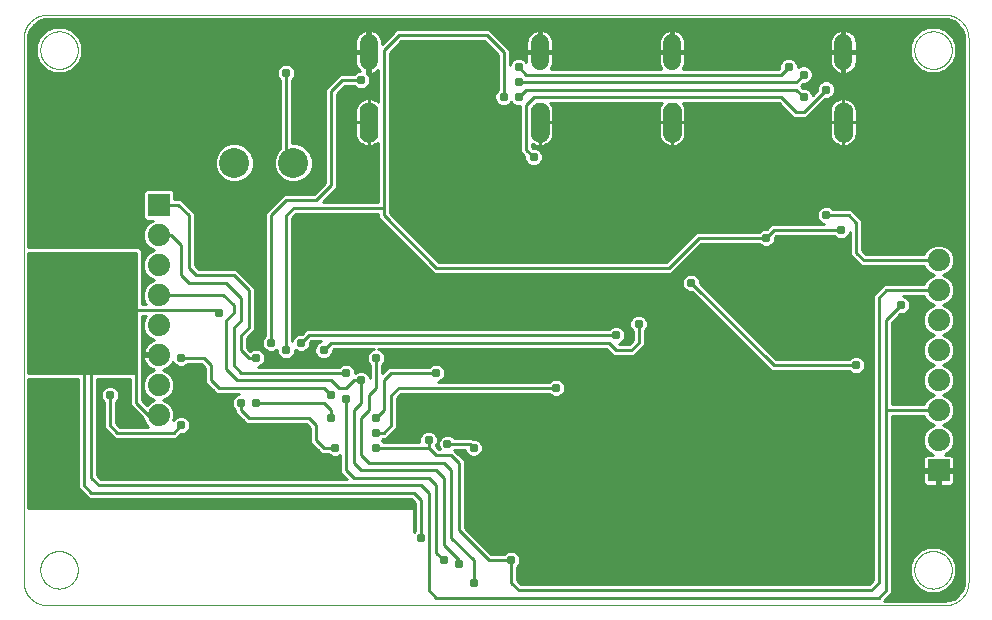
<source format=gbl>
G75*
%MOIN*%
%OFA0B0*%
%FSLAX25Y25*%
%IPPOS*%
%LPD*%
%AMOC8*
5,1,8,0,0,1.08239X$1,22.5*
%
%ADD10C,0.00000*%
%ADD11C,0.05906*%
%ADD12C,0.00039*%
%ADD13C,0.10000*%
%ADD14R,0.07400X0.07400*%
%ADD15C,0.07400*%
%ADD16C,0.01000*%
%ADD17C,0.03100*%
D10*
X0044888Y0146728D02*
X0344100Y0146728D01*
X0344290Y0146730D01*
X0344480Y0146737D01*
X0344670Y0146749D01*
X0344860Y0146765D01*
X0345049Y0146785D01*
X0345238Y0146811D01*
X0345426Y0146840D01*
X0345613Y0146875D01*
X0345799Y0146914D01*
X0345984Y0146957D01*
X0346169Y0147005D01*
X0346352Y0147057D01*
X0346533Y0147113D01*
X0346713Y0147174D01*
X0346892Y0147240D01*
X0347069Y0147309D01*
X0347245Y0147383D01*
X0347418Y0147461D01*
X0347590Y0147544D01*
X0347759Y0147630D01*
X0347927Y0147720D01*
X0348092Y0147815D01*
X0348255Y0147913D01*
X0348415Y0148016D01*
X0348573Y0148122D01*
X0348728Y0148232D01*
X0348881Y0148345D01*
X0349031Y0148463D01*
X0349177Y0148584D01*
X0349321Y0148708D01*
X0349462Y0148836D01*
X0349600Y0148967D01*
X0349735Y0149102D01*
X0349866Y0149240D01*
X0349994Y0149381D01*
X0350118Y0149525D01*
X0350239Y0149671D01*
X0350357Y0149821D01*
X0350470Y0149974D01*
X0350580Y0150129D01*
X0350686Y0150287D01*
X0350789Y0150447D01*
X0350887Y0150610D01*
X0350982Y0150775D01*
X0351072Y0150943D01*
X0351158Y0151112D01*
X0351241Y0151284D01*
X0351319Y0151457D01*
X0351393Y0151633D01*
X0351462Y0151810D01*
X0351528Y0151989D01*
X0351589Y0152169D01*
X0351645Y0152350D01*
X0351697Y0152533D01*
X0351745Y0152718D01*
X0351788Y0152903D01*
X0351827Y0153089D01*
X0351862Y0153276D01*
X0351891Y0153464D01*
X0351917Y0153653D01*
X0351937Y0153842D01*
X0351953Y0154032D01*
X0351965Y0154222D01*
X0351972Y0154412D01*
X0351974Y0154602D01*
X0351974Y0335705D01*
X0351972Y0335895D01*
X0351965Y0336085D01*
X0351953Y0336275D01*
X0351937Y0336465D01*
X0351917Y0336654D01*
X0351891Y0336843D01*
X0351862Y0337031D01*
X0351827Y0337218D01*
X0351788Y0337404D01*
X0351745Y0337589D01*
X0351697Y0337774D01*
X0351645Y0337957D01*
X0351589Y0338138D01*
X0351528Y0338318D01*
X0351462Y0338497D01*
X0351393Y0338674D01*
X0351319Y0338850D01*
X0351241Y0339023D01*
X0351158Y0339195D01*
X0351072Y0339364D01*
X0350982Y0339532D01*
X0350887Y0339697D01*
X0350789Y0339860D01*
X0350686Y0340020D01*
X0350580Y0340178D01*
X0350470Y0340333D01*
X0350357Y0340486D01*
X0350239Y0340636D01*
X0350118Y0340782D01*
X0349994Y0340926D01*
X0349866Y0341067D01*
X0349735Y0341205D01*
X0349600Y0341340D01*
X0349462Y0341471D01*
X0349321Y0341599D01*
X0349177Y0341723D01*
X0349031Y0341844D01*
X0348881Y0341962D01*
X0348728Y0342075D01*
X0348573Y0342185D01*
X0348415Y0342291D01*
X0348255Y0342394D01*
X0348092Y0342492D01*
X0347927Y0342587D01*
X0347759Y0342677D01*
X0347590Y0342763D01*
X0347418Y0342846D01*
X0347245Y0342924D01*
X0347069Y0342998D01*
X0346892Y0343067D01*
X0346713Y0343133D01*
X0346533Y0343194D01*
X0346352Y0343250D01*
X0346169Y0343302D01*
X0345984Y0343350D01*
X0345799Y0343393D01*
X0345613Y0343432D01*
X0345426Y0343467D01*
X0345238Y0343496D01*
X0345049Y0343522D01*
X0344860Y0343542D01*
X0344670Y0343558D01*
X0344480Y0343570D01*
X0344290Y0343577D01*
X0344100Y0343579D01*
X0044888Y0343579D01*
X0044698Y0343577D01*
X0044508Y0343570D01*
X0044318Y0343558D01*
X0044128Y0343542D01*
X0043939Y0343522D01*
X0043750Y0343496D01*
X0043562Y0343467D01*
X0043375Y0343432D01*
X0043189Y0343393D01*
X0043004Y0343350D01*
X0042819Y0343302D01*
X0042636Y0343250D01*
X0042455Y0343194D01*
X0042275Y0343133D01*
X0042096Y0343067D01*
X0041919Y0342998D01*
X0041743Y0342924D01*
X0041570Y0342846D01*
X0041398Y0342763D01*
X0041229Y0342677D01*
X0041061Y0342587D01*
X0040896Y0342492D01*
X0040733Y0342394D01*
X0040573Y0342291D01*
X0040415Y0342185D01*
X0040260Y0342075D01*
X0040107Y0341962D01*
X0039957Y0341844D01*
X0039811Y0341723D01*
X0039667Y0341599D01*
X0039526Y0341471D01*
X0039388Y0341340D01*
X0039253Y0341205D01*
X0039122Y0341067D01*
X0038994Y0340926D01*
X0038870Y0340782D01*
X0038749Y0340636D01*
X0038631Y0340486D01*
X0038518Y0340333D01*
X0038408Y0340178D01*
X0038302Y0340020D01*
X0038199Y0339860D01*
X0038101Y0339697D01*
X0038006Y0339532D01*
X0037916Y0339364D01*
X0037830Y0339195D01*
X0037747Y0339023D01*
X0037669Y0338850D01*
X0037595Y0338674D01*
X0037526Y0338497D01*
X0037460Y0338318D01*
X0037399Y0338138D01*
X0037343Y0337957D01*
X0037291Y0337774D01*
X0037243Y0337589D01*
X0037200Y0337404D01*
X0037161Y0337218D01*
X0037126Y0337031D01*
X0037097Y0336843D01*
X0037071Y0336654D01*
X0037051Y0336465D01*
X0037035Y0336275D01*
X0037023Y0336085D01*
X0037016Y0335895D01*
X0037014Y0335705D01*
X0037014Y0154602D01*
X0037016Y0154412D01*
X0037023Y0154222D01*
X0037035Y0154032D01*
X0037051Y0153842D01*
X0037071Y0153653D01*
X0037097Y0153464D01*
X0037126Y0153276D01*
X0037161Y0153089D01*
X0037200Y0152903D01*
X0037243Y0152718D01*
X0037291Y0152533D01*
X0037343Y0152350D01*
X0037399Y0152169D01*
X0037460Y0151989D01*
X0037526Y0151810D01*
X0037595Y0151633D01*
X0037669Y0151457D01*
X0037747Y0151284D01*
X0037830Y0151112D01*
X0037916Y0150943D01*
X0038006Y0150775D01*
X0038101Y0150610D01*
X0038199Y0150447D01*
X0038302Y0150287D01*
X0038408Y0150129D01*
X0038518Y0149974D01*
X0038631Y0149821D01*
X0038749Y0149671D01*
X0038870Y0149525D01*
X0038994Y0149381D01*
X0039122Y0149240D01*
X0039253Y0149102D01*
X0039388Y0148967D01*
X0039526Y0148836D01*
X0039667Y0148708D01*
X0039811Y0148584D01*
X0039957Y0148463D01*
X0040107Y0148345D01*
X0040260Y0148232D01*
X0040415Y0148122D01*
X0040573Y0148016D01*
X0040733Y0147913D01*
X0040896Y0147815D01*
X0041061Y0147720D01*
X0041229Y0147630D01*
X0041398Y0147544D01*
X0041570Y0147461D01*
X0041743Y0147383D01*
X0041919Y0147309D01*
X0042096Y0147240D01*
X0042275Y0147174D01*
X0042455Y0147113D01*
X0042636Y0147057D01*
X0042819Y0147005D01*
X0043004Y0146957D01*
X0043189Y0146914D01*
X0043375Y0146875D01*
X0043562Y0146840D01*
X0043750Y0146811D01*
X0043939Y0146785D01*
X0044128Y0146765D01*
X0044318Y0146749D01*
X0044508Y0146737D01*
X0044698Y0146730D01*
X0044888Y0146728D01*
X0042575Y0158539D02*
X0042577Y0158697D01*
X0042583Y0158854D01*
X0042593Y0159012D01*
X0042607Y0159169D01*
X0042625Y0159325D01*
X0042646Y0159482D01*
X0042672Y0159637D01*
X0042702Y0159792D01*
X0042735Y0159946D01*
X0042773Y0160099D01*
X0042814Y0160252D01*
X0042859Y0160403D01*
X0042908Y0160553D01*
X0042961Y0160701D01*
X0043017Y0160849D01*
X0043078Y0160994D01*
X0043141Y0161139D01*
X0043209Y0161281D01*
X0043280Y0161422D01*
X0043354Y0161561D01*
X0043432Y0161698D01*
X0043514Y0161833D01*
X0043598Y0161966D01*
X0043687Y0162097D01*
X0043778Y0162225D01*
X0043873Y0162352D01*
X0043970Y0162475D01*
X0044071Y0162597D01*
X0044175Y0162715D01*
X0044282Y0162831D01*
X0044392Y0162944D01*
X0044504Y0163055D01*
X0044620Y0163162D01*
X0044738Y0163267D01*
X0044858Y0163369D01*
X0044981Y0163467D01*
X0045107Y0163563D01*
X0045235Y0163655D01*
X0045365Y0163744D01*
X0045497Y0163830D01*
X0045632Y0163912D01*
X0045769Y0163991D01*
X0045907Y0164066D01*
X0046047Y0164138D01*
X0046190Y0164206D01*
X0046333Y0164271D01*
X0046479Y0164332D01*
X0046626Y0164389D01*
X0046774Y0164443D01*
X0046924Y0164493D01*
X0047074Y0164539D01*
X0047226Y0164581D01*
X0047379Y0164620D01*
X0047533Y0164654D01*
X0047688Y0164685D01*
X0047843Y0164711D01*
X0047999Y0164734D01*
X0048156Y0164753D01*
X0048313Y0164768D01*
X0048470Y0164779D01*
X0048628Y0164786D01*
X0048786Y0164789D01*
X0048943Y0164788D01*
X0049101Y0164783D01*
X0049258Y0164774D01*
X0049416Y0164761D01*
X0049572Y0164744D01*
X0049729Y0164723D01*
X0049884Y0164699D01*
X0050039Y0164670D01*
X0050194Y0164637D01*
X0050347Y0164601D01*
X0050500Y0164560D01*
X0050651Y0164516D01*
X0050801Y0164468D01*
X0050950Y0164417D01*
X0051098Y0164361D01*
X0051244Y0164302D01*
X0051389Y0164239D01*
X0051532Y0164172D01*
X0051673Y0164102D01*
X0051812Y0164029D01*
X0051950Y0163952D01*
X0052086Y0163871D01*
X0052219Y0163787D01*
X0052350Y0163700D01*
X0052479Y0163609D01*
X0052606Y0163515D01*
X0052731Y0163418D01*
X0052852Y0163318D01*
X0052972Y0163215D01*
X0053088Y0163109D01*
X0053202Y0163000D01*
X0053314Y0162888D01*
X0053422Y0162774D01*
X0053527Y0162656D01*
X0053630Y0162536D01*
X0053729Y0162414D01*
X0053825Y0162289D01*
X0053918Y0162161D01*
X0054008Y0162032D01*
X0054094Y0161900D01*
X0054178Y0161766D01*
X0054257Y0161630D01*
X0054334Y0161492D01*
X0054406Y0161352D01*
X0054475Y0161210D01*
X0054541Y0161067D01*
X0054603Y0160922D01*
X0054661Y0160775D01*
X0054716Y0160627D01*
X0054767Y0160478D01*
X0054814Y0160327D01*
X0054857Y0160176D01*
X0054896Y0160023D01*
X0054932Y0159869D01*
X0054963Y0159715D01*
X0054991Y0159560D01*
X0055015Y0159404D01*
X0055035Y0159247D01*
X0055051Y0159090D01*
X0055063Y0158933D01*
X0055071Y0158776D01*
X0055075Y0158618D01*
X0055075Y0158460D01*
X0055071Y0158302D01*
X0055063Y0158145D01*
X0055051Y0157988D01*
X0055035Y0157831D01*
X0055015Y0157674D01*
X0054991Y0157518D01*
X0054963Y0157363D01*
X0054932Y0157209D01*
X0054896Y0157055D01*
X0054857Y0156902D01*
X0054814Y0156751D01*
X0054767Y0156600D01*
X0054716Y0156451D01*
X0054661Y0156303D01*
X0054603Y0156156D01*
X0054541Y0156011D01*
X0054475Y0155868D01*
X0054406Y0155726D01*
X0054334Y0155586D01*
X0054257Y0155448D01*
X0054178Y0155312D01*
X0054094Y0155178D01*
X0054008Y0155046D01*
X0053918Y0154917D01*
X0053825Y0154789D01*
X0053729Y0154664D01*
X0053630Y0154542D01*
X0053527Y0154422D01*
X0053422Y0154304D01*
X0053314Y0154190D01*
X0053202Y0154078D01*
X0053088Y0153969D01*
X0052972Y0153863D01*
X0052852Y0153760D01*
X0052731Y0153660D01*
X0052606Y0153563D01*
X0052479Y0153469D01*
X0052350Y0153378D01*
X0052219Y0153291D01*
X0052086Y0153207D01*
X0051950Y0153126D01*
X0051812Y0153049D01*
X0051673Y0152976D01*
X0051532Y0152906D01*
X0051389Y0152839D01*
X0051244Y0152776D01*
X0051098Y0152717D01*
X0050950Y0152661D01*
X0050801Y0152610D01*
X0050651Y0152562D01*
X0050500Y0152518D01*
X0050347Y0152477D01*
X0050194Y0152441D01*
X0050039Y0152408D01*
X0049884Y0152379D01*
X0049729Y0152355D01*
X0049572Y0152334D01*
X0049416Y0152317D01*
X0049258Y0152304D01*
X0049101Y0152295D01*
X0048943Y0152290D01*
X0048786Y0152289D01*
X0048628Y0152292D01*
X0048470Y0152299D01*
X0048313Y0152310D01*
X0048156Y0152325D01*
X0047999Y0152344D01*
X0047843Y0152367D01*
X0047688Y0152393D01*
X0047533Y0152424D01*
X0047379Y0152458D01*
X0047226Y0152497D01*
X0047074Y0152539D01*
X0046924Y0152585D01*
X0046774Y0152635D01*
X0046626Y0152689D01*
X0046479Y0152746D01*
X0046333Y0152807D01*
X0046190Y0152872D01*
X0046047Y0152940D01*
X0045907Y0153012D01*
X0045769Y0153087D01*
X0045632Y0153166D01*
X0045497Y0153248D01*
X0045365Y0153334D01*
X0045235Y0153423D01*
X0045107Y0153515D01*
X0044981Y0153611D01*
X0044858Y0153709D01*
X0044738Y0153811D01*
X0044620Y0153916D01*
X0044504Y0154023D01*
X0044392Y0154134D01*
X0044282Y0154247D01*
X0044175Y0154363D01*
X0044071Y0154481D01*
X0043970Y0154603D01*
X0043873Y0154726D01*
X0043778Y0154853D01*
X0043687Y0154981D01*
X0043598Y0155112D01*
X0043514Y0155245D01*
X0043432Y0155380D01*
X0043354Y0155517D01*
X0043280Y0155656D01*
X0043209Y0155797D01*
X0043141Y0155939D01*
X0043078Y0156084D01*
X0043017Y0156229D01*
X0042961Y0156377D01*
X0042908Y0156525D01*
X0042859Y0156675D01*
X0042814Y0156826D01*
X0042773Y0156979D01*
X0042735Y0157132D01*
X0042702Y0157286D01*
X0042672Y0157441D01*
X0042646Y0157596D01*
X0042625Y0157753D01*
X0042607Y0157909D01*
X0042593Y0158066D01*
X0042583Y0158224D01*
X0042577Y0158381D01*
X0042575Y0158539D01*
X0042575Y0331768D02*
X0042577Y0331926D01*
X0042583Y0332083D01*
X0042593Y0332241D01*
X0042607Y0332398D01*
X0042625Y0332554D01*
X0042646Y0332711D01*
X0042672Y0332866D01*
X0042702Y0333021D01*
X0042735Y0333175D01*
X0042773Y0333328D01*
X0042814Y0333481D01*
X0042859Y0333632D01*
X0042908Y0333782D01*
X0042961Y0333930D01*
X0043017Y0334078D01*
X0043078Y0334223D01*
X0043141Y0334368D01*
X0043209Y0334510D01*
X0043280Y0334651D01*
X0043354Y0334790D01*
X0043432Y0334927D01*
X0043514Y0335062D01*
X0043598Y0335195D01*
X0043687Y0335326D01*
X0043778Y0335454D01*
X0043873Y0335581D01*
X0043970Y0335704D01*
X0044071Y0335826D01*
X0044175Y0335944D01*
X0044282Y0336060D01*
X0044392Y0336173D01*
X0044504Y0336284D01*
X0044620Y0336391D01*
X0044738Y0336496D01*
X0044858Y0336598D01*
X0044981Y0336696D01*
X0045107Y0336792D01*
X0045235Y0336884D01*
X0045365Y0336973D01*
X0045497Y0337059D01*
X0045632Y0337141D01*
X0045769Y0337220D01*
X0045907Y0337295D01*
X0046047Y0337367D01*
X0046190Y0337435D01*
X0046333Y0337500D01*
X0046479Y0337561D01*
X0046626Y0337618D01*
X0046774Y0337672D01*
X0046924Y0337722D01*
X0047074Y0337768D01*
X0047226Y0337810D01*
X0047379Y0337849D01*
X0047533Y0337883D01*
X0047688Y0337914D01*
X0047843Y0337940D01*
X0047999Y0337963D01*
X0048156Y0337982D01*
X0048313Y0337997D01*
X0048470Y0338008D01*
X0048628Y0338015D01*
X0048786Y0338018D01*
X0048943Y0338017D01*
X0049101Y0338012D01*
X0049258Y0338003D01*
X0049416Y0337990D01*
X0049572Y0337973D01*
X0049729Y0337952D01*
X0049884Y0337928D01*
X0050039Y0337899D01*
X0050194Y0337866D01*
X0050347Y0337830D01*
X0050500Y0337789D01*
X0050651Y0337745D01*
X0050801Y0337697D01*
X0050950Y0337646D01*
X0051098Y0337590D01*
X0051244Y0337531D01*
X0051389Y0337468D01*
X0051532Y0337401D01*
X0051673Y0337331D01*
X0051812Y0337258D01*
X0051950Y0337181D01*
X0052086Y0337100D01*
X0052219Y0337016D01*
X0052350Y0336929D01*
X0052479Y0336838D01*
X0052606Y0336744D01*
X0052731Y0336647D01*
X0052852Y0336547D01*
X0052972Y0336444D01*
X0053088Y0336338D01*
X0053202Y0336229D01*
X0053314Y0336117D01*
X0053422Y0336003D01*
X0053527Y0335885D01*
X0053630Y0335765D01*
X0053729Y0335643D01*
X0053825Y0335518D01*
X0053918Y0335390D01*
X0054008Y0335261D01*
X0054094Y0335129D01*
X0054178Y0334995D01*
X0054257Y0334859D01*
X0054334Y0334721D01*
X0054406Y0334581D01*
X0054475Y0334439D01*
X0054541Y0334296D01*
X0054603Y0334151D01*
X0054661Y0334004D01*
X0054716Y0333856D01*
X0054767Y0333707D01*
X0054814Y0333556D01*
X0054857Y0333405D01*
X0054896Y0333252D01*
X0054932Y0333098D01*
X0054963Y0332944D01*
X0054991Y0332789D01*
X0055015Y0332633D01*
X0055035Y0332476D01*
X0055051Y0332319D01*
X0055063Y0332162D01*
X0055071Y0332005D01*
X0055075Y0331847D01*
X0055075Y0331689D01*
X0055071Y0331531D01*
X0055063Y0331374D01*
X0055051Y0331217D01*
X0055035Y0331060D01*
X0055015Y0330903D01*
X0054991Y0330747D01*
X0054963Y0330592D01*
X0054932Y0330438D01*
X0054896Y0330284D01*
X0054857Y0330131D01*
X0054814Y0329980D01*
X0054767Y0329829D01*
X0054716Y0329680D01*
X0054661Y0329532D01*
X0054603Y0329385D01*
X0054541Y0329240D01*
X0054475Y0329097D01*
X0054406Y0328955D01*
X0054334Y0328815D01*
X0054257Y0328677D01*
X0054178Y0328541D01*
X0054094Y0328407D01*
X0054008Y0328275D01*
X0053918Y0328146D01*
X0053825Y0328018D01*
X0053729Y0327893D01*
X0053630Y0327771D01*
X0053527Y0327651D01*
X0053422Y0327533D01*
X0053314Y0327419D01*
X0053202Y0327307D01*
X0053088Y0327198D01*
X0052972Y0327092D01*
X0052852Y0326989D01*
X0052731Y0326889D01*
X0052606Y0326792D01*
X0052479Y0326698D01*
X0052350Y0326607D01*
X0052219Y0326520D01*
X0052086Y0326436D01*
X0051950Y0326355D01*
X0051812Y0326278D01*
X0051673Y0326205D01*
X0051532Y0326135D01*
X0051389Y0326068D01*
X0051244Y0326005D01*
X0051098Y0325946D01*
X0050950Y0325890D01*
X0050801Y0325839D01*
X0050651Y0325791D01*
X0050500Y0325747D01*
X0050347Y0325706D01*
X0050194Y0325670D01*
X0050039Y0325637D01*
X0049884Y0325608D01*
X0049729Y0325584D01*
X0049572Y0325563D01*
X0049416Y0325546D01*
X0049258Y0325533D01*
X0049101Y0325524D01*
X0048943Y0325519D01*
X0048786Y0325518D01*
X0048628Y0325521D01*
X0048470Y0325528D01*
X0048313Y0325539D01*
X0048156Y0325554D01*
X0047999Y0325573D01*
X0047843Y0325596D01*
X0047688Y0325622D01*
X0047533Y0325653D01*
X0047379Y0325687D01*
X0047226Y0325726D01*
X0047074Y0325768D01*
X0046924Y0325814D01*
X0046774Y0325864D01*
X0046626Y0325918D01*
X0046479Y0325975D01*
X0046333Y0326036D01*
X0046190Y0326101D01*
X0046047Y0326169D01*
X0045907Y0326241D01*
X0045769Y0326316D01*
X0045632Y0326395D01*
X0045497Y0326477D01*
X0045365Y0326563D01*
X0045235Y0326652D01*
X0045107Y0326744D01*
X0044981Y0326840D01*
X0044858Y0326938D01*
X0044738Y0327040D01*
X0044620Y0327145D01*
X0044504Y0327252D01*
X0044392Y0327363D01*
X0044282Y0327476D01*
X0044175Y0327592D01*
X0044071Y0327710D01*
X0043970Y0327832D01*
X0043873Y0327955D01*
X0043778Y0328082D01*
X0043687Y0328210D01*
X0043598Y0328341D01*
X0043514Y0328474D01*
X0043432Y0328609D01*
X0043354Y0328746D01*
X0043280Y0328885D01*
X0043209Y0329026D01*
X0043141Y0329168D01*
X0043078Y0329313D01*
X0043017Y0329458D01*
X0042961Y0329606D01*
X0042908Y0329754D01*
X0042859Y0329904D01*
X0042814Y0330055D01*
X0042773Y0330208D01*
X0042735Y0330361D01*
X0042702Y0330515D01*
X0042672Y0330670D01*
X0042646Y0330825D01*
X0042625Y0330982D01*
X0042607Y0331138D01*
X0042593Y0331295D01*
X0042583Y0331453D01*
X0042577Y0331610D01*
X0042575Y0331768D01*
X0333913Y0331768D02*
X0333915Y0331926D01*
X0333921Y0332083D01*
X0333931Y0332241D01*
X0333945Y0332398D01*
X0333963Y0332554D01*
X0333984Y0332711D01*
X0334010Y0332866D01*
X0334040Y0333021D01*
X0334073Y0333175D01*
X0334111Y0333328D01*
X0334152Y0333481D01*
X0334197Y0333632D01*
X0334246Y0333782D01*
X0334299Y0333930D01*
X0334355Y0334078D01*
X0334416Y0334223D01*
X0334479Y0334368D01*
X0334547Y0334510D01*
X0334618Y0334651D01*
X0334692Y0334790D01*
X0334770Y0334927D01*
X0334852Y0335062D01*
X0334936Y0335195D01*
X0335025Y0335326D01*
X0335116Y0335454D01*
X0335211Y0335581D01*
X0335308Y0335704D01*
X0335409Y0335826D01*
X0335513Y0335944D01*
X0335620Y0336060D01*
X0335730Y0336173D01*
X0335842Y0336284D01*
X0335958Y0336391D01*
X0336076Y0336496D01*
X0336196Y0336598D01*
X0336319Y0336696D01*
X0336445Y0336792D01*
X0336573Y0336884D01*
X0336703Y0336973D01*
X0336835Y0337059D01*
X0336970Y0337141D01*
X0337107Y0337220D01*
X0337245Y0337295D01*
X0337385Y0337367D01*
X0337528Y0337435D01*
X0337671Y0337500D01*
X0337817Y0337561D01*
X0337964Y0337618D01*
X0338112Y0337672D01*
X0338262Y0337722D01*
X0338412Y0337768D01*
X0338564Y0337810D01*
X0338717Y0337849D01*
X0338871Y0337883D01*
X0339026Y0337914D01*
X0339181Y0337940D01*
X0339337Y0337963D01*
X0339494Y0337982D01*
X0339651Y0337997D01*
X0339808Y0338008D01*
X0339966Y0338015D01*
X0340124Y0338018D01*
X0340281Y0338017D01*
X0340439Y0338012D01*
X0340596Y0338003D01*
X0340754Y0337990D01*
X0340910Y0337973D01*
X0341067Y0337952D01*
X0341222Y0337928D01*
X0341377Y0337899D01*
X0341532Y0337866D01*
X0341685Y0337830D01*
X0341838Y0337789D01*
X0341989Y0337745D01*
X0342139Y0337697D01*
X0342288Y0337646D01*
X0342436Y0337590D01*
X0342582Y0337531D01*
X0342727Y0337468D01*
X0342870Y0337401D01*
X0343011Y0337331D01*
X0343150Y0337258D01*
X0343288Y0337181D01*
X0343424Y0337100D01*
X0343557Y0337016D01*
X0343688Y0336929D01*
X0343817Y0336838D01*
X0343944Y0336744D01*
X0344069Y0336647D01*
X0344190Y0336547D01*
X0344310Y0336444D01*
X0344426Y0336338D01*
X0344540Y0336229D01*
X0344652Y0336117D01*
X0344760Y0336003D01*
X0344865Y0335885D01*
X0344968Y0335765D01*
X0345067Y0335643D01*
X0345163Y0335518D01*
X0345256Y0335390D01*
X0345346Y0335261D01*
X0345432Y0335129D01*
X0345516Y0334995D01*
X0345595Y0334859D01*
X0345672Y0334721D01*
X0345744Y0334581D01*
X0345813Y0334439D01*
X0345879Y0334296D01*
X0345941Y0334151D01*
X0345999Y0334004D01*
X0346054Y0333856D01*
X0346105Y0333707D01*
X0346152Y0333556D01*
X0346195Y0333405D01*
X0346234Y0333252D01*
X0346270Y0333098D01*
X0346301Y0332944D01*
X0346329Y0332789D01*
X0346353Y0332633D01*
X0346373Y0332476D01*
X0346389Y0332319D01*
X0346401Y0332162D01*
X0346409Y0332005D01*
X0346413Y0331847D01*
X0346413Y0331689D01*
X0346409Y0331531D01*
X0346401Y0331374D01*
X0346389Y0331217D01*
X0346373Y0331060D01*
X0346353Y0330903D01*
X0346329Y0330747D01*
X0346301Y0330592D01*
X0346270Y0330438D01*
X0346234Y0330284D01*
X0346195Y0330131D01*
X0346152Y0329980D01*
X0346105Y0329829D01*
X0346054Y0329680D01*
X0345999Y0329532D01*
X0345941Y0329385D01*
X0345879Y0329240D01*
X0345813Y0329097D01*
X0345744Y0328955D01*
X0345672Y0328815D01*
X0345595Y0328677D01*
X0345516Y0328541D01*
X0345432Y0328407D01*
X0345346Y0328275D01*
X0345256Y0328146D01*
X0345163Y0328018D01*
X0345067Y0327893D01*
X0344968Y0327771D01*
X0344865Y0327651D01*
X0344760Y0327533D01*
X0344652Y0327419D01*
X0344540Y0327307D01*
X0344426Y0327198D01*
X0344310Y0327092D01*
X0344190Y0326989D01*
X0344069Y0326889D01*
X0343944Y0326792D01*
X0343817Y0326698D01*
X0343688Y0326607D01*
X0343557Y0326520D01*
X0343424Y0326436D01*
X0343288Y0326355D01*
X0343150Y0326278D01*
X0343011Y0326205D01*
X0342870Y0326135D01*
X0342727Y0326068D01*
X0342582Y0326005D01*
X0342436Y0325946D01*
X0342288Y0325890D01*
X0342139Y0325839D01*
X0341989Y0325791D01*
X0341838Y0325747D01*
X0341685Y0325706D01*
X0341532Y0325670D01*
X0341377Y0325637D01*
X0341222Y0325608D01*
X0341067Y0325584D01*
X0340910Y0325563D01*
X0340754Y0325546D01*
X0340596Y0325533D01*
X0340439Y0325524D01*
X0340281Y0325519D01*
X0340124Y0325518D01*
X0339966Y0325521D01*
X0339808Y0325528D01*
X0339651Y0325539D01*
X0339494Y0325554D01*
X0339337Y0325573D01*
X0339181Y0325596D01*
X0339026Y0325622D01*
X0338871Y0325653D01*
X0338717Y0325687D01*
X0338564Y0325726D01*
X0338412Y0325768D01*
X0338262Y0325814D01*
X0338112Y0325864D01*
X0337964Y0325918D01*
X0337817Y0325975D01*
X0337671Y0326036D01*
X0337528Y0326101D01*
X0337385Y0326169D01*
X0337245Y0326241D01*
X0337107Y0326316D01*
X0336970Y0326395D01*
X0336835Y0326477D01*
X0336703Y0326563D01*
X0336573Y0326652D01*
X0336445Y0326744D01*
X0336319Y0326840D01*
X0336196Y0326938D01*
X0336076Y0327040D01*
X0335958Y0327145D01*
X0335842Y0327252D01*
X0335730Y0327363D01*
X0335620Y0327476D01*
X0335513Y0327592D01*
X0335409Y0327710D01*
X0335308Y0327832D01*
X0335211Y0327955D01*
X0335116Y0328082D01*
X0335025Y0328210D01*
X0334936Y0328341D01*
X0334852Y0328474D01*
X0334770Y0328609D01*
X0334692Y0328746D01*
X0334618Y0328885D01*
X0334547Y0329026D01*
X0334479Y0329168D01*
X0334416Y0329313D01*
X0334355Y0329458D01*
X0334299Y0329606D01*
X0334246Y0329754D01*
X0334197Y0329904D01*
X0334152Y0330055D01*
X0334111Y0330208D01*
X0334073Y0330361D01*
X0334040Y0330515D01*
X0334010Y0330670D01*
X0333984Y0330825D01*
X0333963Y0330982D01*
X0333945Y0331138D01*
X0333931Y0331295D01*
X0333921Y0331453D01*
X0333915Y0331610D01*
X0333913Y0331768D01*
X0333913Y0158539D02*
X0333915Y0158697D01*
X0333921Y0158854D01*
X0333931Y0159012D01*
X0333945Y0159169D01*
X0333963Y0159325D01*
X0333984Y0159482D01*
X0334010Y0159637D01*
X0334040Y0159792D01*
X0334073Y0159946D01*
X0334111Y0160099D01*
X0334152Y0160252D01*
X0334197Y0160403D01*
X0334246Y0160553D01*
X0334299Y0160701D01*
X0334355Y0160849D01*
X0334416Y0160994D01*
X0334479Y0161139D01*
X0334547Y0161281D01*
X0334618Y0161422D01*
X0334692Y0161561D01*
X0334770Y0161698D01*
X0334852Y0161833D01*
X0334936Y0161966D01*
X0335025Y0162097D01*
X0335116Y0162225D01*
X0335211Y0162352D01*
X0335308Y0162475D01*
X0335409Y0162597D01*
X0335513Y0162715D01*
X0335620Y0162831D01*
X0335730Y0162944D01*
X0335842Y0163055D01*
X0335958Y0163162D01*
X0336076Y0163267D01*
X0336196Y0163369D01*
X0336319Y0163467D01*
X0336445Y0163563D01*
X0336573Y0163655D01*
X0336703Y0163744D01*
X0336835Y0163830D01*
X0336970Y0163912D01*
X0337107Y0163991D01*
X0337245Y0164066D01*
X0337385Y0164138D01*
X0337528Y0164206D01*
X0337671Y0164271D01*
X0337817Y0164332D01*
X0337964Y0164389D01*
X0338112Y0164443D01*
X0338262Y0164493D01*
X0338412Y0164539D01*
X0338564Y0164581D01*
X0338717Y0164620D01*
X0338871Y0164654D01*
X0339026Y0164685D01*
X0339181Y0164711D01*
X0339337Y0164734D01*
X0339494Y0164753D01*
X0339651Y0164768D01*
X0339808Y0164779D01*
X0339966Y0164786D01*
X0340124Y0164789D01*
X0340281Y0164788D01*
X0340439Y0164783D01*
X0340596Y0164774D01*
X0340754Y0164761D01*
X0340910Y0164744D01*
X0341067Y0164723D01*
X0341222Y0164699D01*
X0341377Y0164670D01*
X0341532Y0164637D01*
X0341685Y0164601D01*
X0341838Y0164560D01*
X0341989Y0164516D01*
X0342139Y0164468D01*
X0342288Y0164417D01*
X0342436Y0164361D01*
X0342582Y0164302D01*
X0342727Y0164239D01*
X0342870Y0164172D01*
X0343011Y0164102D01*
X0343150Y0164029D01*
X0343288Y0163952D01*
X0343424Y0163871D01*
X0343557Y0163787D01*
X0343688Y0163700D01*
X0343817Y0163609D01*
X0343944Y0163515D01*
X0344069Y0163418D01*
X0344190Y0163318D01*
X0344310Y0163215D01*
X0344426Y0163109D01*
X0344540Y0163000D01*
X0344652Y0162888D01*
X0344760Y0162774D01*
X0344865Y0162656D01*
X0344968Y0162536D01*
X0345067Y0162414D01*
X0345163Y0162289D01*
X0345256Y0162161D01*
X0345346Y0162032D01*
X0345432Y0161900D01*
X0345516Y0161766D01*
X0345595Y0161630D01*
X0345672Y0161492D01*
X0345744Y0161352D01*
X0345813Y0161210D01*
X0345879Y0161067D01*
X0345941Y0160922D01*
X0345999Y0160775D01*
X0346054Y0160627D01*
X0346105Y0160478D01*
X0346152Y0160327D01*
X0346195Y0160176D01*
X0346234Y0160023D01*
X0346270Y0159869D01*
X0346301Y0159715D01*
X0346329Y0159560D01*
X0346353Y0159404D01*
X0346373Y0159247D01*
X0346389Y0159090D01*
X0346401Y0158933D01*
X0346409Y0158776D01*
X0346413Y0158618D01*
X0346413Y0158460D01*
X0346409Y0158302D01*
X0346401Y0158145D01*
X0346389Y0157988D01*
X0346373Y0157831D01*
X0346353Y0157674D01*
X0346329Y0157518D01*
X0346301Y0157363D01*
X0346270Y0157209D01*
X0346234Y0157055D01*
X0346195Y0156902D01*
X0346152Y0156751D01*
X0346105Y0156600D01*
X0346054Y0156451D01*
X0345999Y0156303D01*
X0345941Y0156156D01*
X0345879Y0156011D01*
X0345813Y0155868D01*
X0345744Y0155726D01*
X0345672Y0155586D01*
X0345595Y0155448D01*
X0345516Y0155312D01*
X0345432Y0155178D01*
X0345346Y0155046D01*
X0345256Y0154917D01*
X0345163Y0154789D01*
X0345067Y0154664D01*
X0344968Y0154542D01*
X0344865Y0154422D01*
X0344760Y0154304D01*
X0344652Y0154190D01*
X0344540Y0154078D01*
X0344426Y0153969D01*
X0344310Y0153863D01*
X0344190Y0153760D01*
X0344069Y0153660D01*
X0343944Y0153563D01*
X0343817Y0153469D01*
X0343688Y0153378D01*
X0343557Y0153291D01*
X0343424Y0153207D01*
X0343288Y0153126D01*
X0343150Y0153049D01*
X0343011Y0152976D01*
X0342870Y0152906D01*
X0342727Y0152839D01*
X0342582Y0152776D01*
X0342436Y0152717D01*
X0342288Y0152661D01*
X0342139Y0152610D01*
X0341989Y0152562D01*
X0341838Y0152518D01*
X0341685Y0152477D01*
X0341532Y0152441D01*
X0341377Y0152408D01*
X0341222Y0152379D01*
X0341067Y0152355D01*
X0340910Y0152334D01*
X0340754Y0152317D01*
X0340596Y0152304D01*
X0340439Y0152295D01*
X0340281Y0152290D01*
X0340124Y0152289D01*
X0339966Y0152292D01*
X0339808Y0152299D01*
X0339651Y0152310D01*
X0339494Y0152325D01*
X0339337Y0152344D01*
X0339181Y0152367D01*
X0339026Y0152393D01*
X0338871Y0152424D01*
X0338717Y0152458D01*
X0338564Y0152497D01*
X0338412Y0152539D01*
X0338262Y0152585D01*
X0338112Y0152635D01*
X0337964Y0152689D01*
X0337817Y0152746D01*
X0337671Y0152807D01*
X0337528Y0152872D01*
X0337385Y0152940D01*
X0337245Y0153012D01*
X0337107Y0153087D01*
X0336970Y0153166D01*
X0336835Y0153248D01*
X0336703Y0153334D01*
X0336573Y0153423D01*
X0336445Y0153515D01*
X0336319Y0153611D01*
X0336196Y0153709D01*
X0336076Y0153811D01*
X0335958Y0153916D01*
X0335842Y0154023D01*
X0335730Y0154134D01*
X0335620Y0154247D01*
X0335513Y0154363D01*
X0335409Y0154481D01*
X0335308Y0154603D01*
X0335211Y0154726D01*
X0335116Y0154853D01*
X0335025Y0154981D01*
X0334936Y0155112D01*
X0334852Y0155245D01*
X0334770Y0155380D01*
X0334692Y0155517D01*
X0334618Y0155656D01*
X0334547Y0155797D01*
X0334479Y0155939D01*
X0334416Y0156084D01*
X0334355Y0156229D01*
X0334299Y0156377D01*
X0334246Y0156525D01*
X0334197Y0156675D01*
X0334152Y0156826D01*
X0334111Y0156979D01*
X0334073Y0157132D01*
X0334040Y0157286D01*
X0334010Y0157441D01*
X0333984Y0157596D01*
X0333963Y0157753D01*
X0333945Y0157909D01*
X0333931Y0158066D01*
X0333921Y0158224D01*
X0333915Y0158381D01*
X0333913Y0158539D01*
D11*
X0310242Y0304799D02*
X0310242Y0310705D01*
X0310242Y0328264D02*
X0310242Y0334169D01*
X0253155Y0334169D02*
X0253155Y0328264D01*
X0253155Y0310705D02*
X0253155Y0304799D01*
X0209061Y0304799D02*
X0209061Y0310705D01*
X0209061Y0328264D02*
X0209061Y0334169D01*
X0151974Y0334169D02*
X0151974Y0328264D01*
X0151974Y0310705D02*
X0151974Y0304799D01*
D12*
X0149022Y0304807D02*
X0154927Y0304807D01*
X0154927Y0304770D02*
X0149022Y0304770D01*
X0149022Y0304732D02*
X0154927Y0304732D01*
X0154927Y0304694D02*
X0149022Y0304694D01*
X0149022Y0304656D02*
X0154927Y0304656D01*
X0154927Y0304618D02*
X0149022Y0304618D01*
X0149022Y0304580D02*
X0154927Y0304580D01*
X0154927Y0304542D02*
X0149022Y0304542D01*
X0149022Y0304504D02*
X0154927Y0304504D01*
X0154927Y0304466D02*
X0149022Y0304466D01*
X0149022Y0304429D02*
X0154927Y0304429D01*
X0154927Y0304391D02*
X0149022Y0304391D01*
X0149022Y0304353D02*
X0154927Y0304353D01*
X0154927Y0304315D02*
X0149022Y0304315D01*
X0149022Y0304277D02*
X0154927Y0304277D01*
X0154927Y0304239D02*
X0149022Y0304239D01*
X0149022Y0304209D02*
X0149022Y0305508D01*
X0149022Y0310035D01*
X0154927Y0310035D01*
X0154927Y0305508D01*
X0149022Y0305508D01*
X0149022Y0305489D02*
X0154927Y0305489D01*
X0154927Y0305508D02*
X0154927Y0304209D01*
X0154863Y0303595D01*
X0149086Y0303595D01*
X0149022Y0304209D01*
X0149022Y0304201D02*
X0154926Y0304201D01*
X0154922Y0304163D02*
X0149026Y0304163D01*
X0149030Y0304126D02*
X0154918Y0304126D01*
X0154914Y0304088D02*
X0149034Y0304088D01*
X0149038Y0304050D02*
X0154910Y0304050D01*
X0154906Y0304012D02*
X0149042Y0304012D01*
X0149046Y0303974D02*
X0154902Y0303974D01*
X0154898Y0303936D02*
X0149050Y0303936D01*
X0149054Y0303898D02*
X0154894Y0303898D01*
X0154890Y0303860D02*
X0149058Y0303860D01*
X0149062Y0303823D02*
X0154886Y0303823D01*
X0154883Y0303785D02*
X0149066Y0303785D01*
X0149070Y0303747D02*
X0154879Y0303747D01*
X0154875Y0303709D02*
X0149074Y0303709D01*
X0149078Y0303671D02*
X0154871Y0303671D01*
X0154867Y0303633D02*
X0149082Y0303633D01*
X0149086Y0303595D02*
X0149277Y0303008D01*
X0149585Y0302473D01*
X0149999Y0302014D01*
X0150498Y0301652D01*
X0151062Y0301400D01*
X0151666Y0301272D01*
X0152283Y0301272D01*
X0152887Y0301400D01*
X0153451Y0301652D01*
X0153950Y0302014D01*
X0154363Y0302473D01*
X0154672Y0303008D01*
X0154863Y0303595D01*
X0154850Y0303557D02*
X0149098Y0303557D01*
X0149111Y0303519D02*
X0154838Y0303519D01*
X0154826Y0303482D02*
X0149123Y0303482D01*
X0149135Y0303444D02*
X0154813Y0303444D01*
X0154801Y0303406D02*
X0149147Y0303406D01*
X0149160Y0303368D02*
X0154789Y0303368D01*
X0154777Y0303330D02*
X0149172Y0303330D01*
X0149184Y0303292D02*
X0154764Y0303292D01*
X0154752Y0303254D02*
X0149197Y0303254D01*
X0149209Y0303216D02*
X0154740Y0303216D01*
X0154727Y0303179D02*
X0149221Y0303179D01*
X0149234Y0303141D02*
X0154715Y0303141D01*
X0154703Y0303103D02*
X0149246Y0303103D01*
X0149258Y0303065D02*
X0154690Y0303065D01*
X0154678Y0303027D02*
X0149271Y0303027D01*
X0149288Y0302989D02*
X0154661Y0302989D01*
X0154639Y0302951D02*
X0149309Y0302951D01*
X0149331Y0302913D02*
X0154617Y0302913D01*
X0154595Y0302875D02*
X0149353Y0302875D01*
X0149375Y0302838D02*
X0154574Y0302838D01*
X0154552Y0302800D02*
X0149397Y0302800D01*
X0149419Y0302762D02*
X0154530Y0302762D01*
X0154508Y0302724D02*
X0149441Y0302724D01*
X0149463Y0302686D02*
X0154486Y0302686D01*
X0154464Y0302648D02*
X0149484Y0302648D01*
X0149506Y0302610D02*
X0154442Y0302610D01*
X0154421Y0302572D02*
X0149528Y0302572D01*
X0149550Y0302535D02*
X0154399Y0302535D01*
X0154377Y0302497D02*
X0149572Y0302497D01*
X0149598Y0302459D02*
X0154350Y0302459D01*
X0154316Y0302421D02*
X0149632Y0302421D01*
X0149667Y0302383D02*
X0154282Y0302383D01*
X0154248Y0302345D02*
X0149701Y0302345D01*
X0149735Y0302307D02*
X0154214Y0302307D01*
X0154180Y0302269D02*
X0149769Y0302269D01*
X0149803Y0302231D02*
X0154146Y0302231D01*
X0154112Y0302194D02*
X0149837Y0302194D01*
X0149871Y0302156D02*
X0154077Y0302156D01*
X0154043Y0302118D02*
X0149905Y0302118D01*
X0149939Y0302080D02*
X0154009Y0302080D01*
X0153975Y0302042D02*
X0149974Y0302042D01*
X0150013Y0302004D02*
X0153936Y0302004D01*
X0153884Y0301966D02*
X0150065Y0301966D01*
X0150117Y0301928D02*
X0153832Y0301928D01*
X0153780Y0301891D02*
X0150169Y0301891D01*
X0150221Y0301853D02*
X0153728Y0301853D01*
X0153675Y0301815D02*
X0150273Y0301815D01*
X0150325Y0301777D02*
X0153623Y0301777D01*
X0153571Y0301739D02*
X0150377Y0301739D01*
X0150430Y0301701D02*
X0153519Y0301701D01*
X0153467Y0301663D02*
X0150482Y0301663D01*
X0150557Y0301625D02*
X0153392Y0301625D01*
X0153307Y0301588D02*
X0150642Y0301588D01*
X0150727Y0301550D02*
X0153222Y0301550D01*
X0153137Y0301512D02*
X0150812Y0301512D01*
X0150897Y0301474D02*
X0153052Y0301474D01*
X0152967Y0301436D02*
X0150982Y0301436D01*
X0151073Y0301398D02*
X0152876Y0301398D01*
X0152698Y0301360D02*
X0151251Y0301360D01*
X0151429Y0301322D02*
X0152519Y0301322D01*
X0152341Y0301284D02*
X0151608Y0301284D01*
X0149022Y0304845D02*
X0154927Y0304845D01*
X0154927Y0304883D02*
X0149022Y0304883D01*
X0149022Y0304921D02*
X0154927Y0304921D01*
X0154927Y0304959D02*
X0149022Y0304959D01*
X0149022Y0304997D02*
X0154927Y0304997D01*
X0154927Y0305035D02*
X0149022Y0305035D01*
X0149022Y0305073D02*
X0154927Y0305073D01*
X0154927Y0305110D02*
X0149022Y0305110D01*
X0149022Y0305148D02*
X0154927Y0305148D01*
X0154927Y0305186D02*
X0149022Y0305186D01*
X0149022Y0305224D02*
X0154927Y0305224D01*
X0154927Y0305262D02*
X0149022Y0305262D01*
X0149022Y0305300D02*
X0154927Y0305300D01*
X0154927Y0305338D02*
X0149022Y0305338D01*
X0149022Y0305376D02*
X0154927Y0305376D01*
X0154927Y0305414D02*
X0149022Y0305414D01*
X0149022Y0305451D02*
X0154927Y0305451D01*
X0154927Y0310035D02*
X0154927Y0311295D01*
X0154863Y0311909D01*
X0154672Y0312496D01*
X0154363Y0313031D01*
X0153950Y0313490D01*
X0153451Y0313852D01*
X0152887Y0314104D01*
X0152283Y0314232D01*
X0151666Y0314232D01*
X0151062Y0314104D01*
X0150498Y0313852D01*
X0149999Y0313490D01*
X0149585Y0313031D01*
X0149277Y0312496D01*
X0149086Y0311909D01*
X0149022Y0311295D01*
X0149022Y0310035D01*
X0149022Y0310073D02*
X0154927Y0310073D01*
X0154927Y0310111D02*
X0149022Y0310111D01*
X0149022Y0310149D02*
X0154927Y0310149D01*
X0154927Y0310187D02*
X0149022Y0310187D01*
X0149022Y0310224D02*
X0154927Y0310224D01*
X0154927Y0310262D02*
X0149022Y0310262D01*
X0149022Y0310300D02*
X0154927Y0310300D01*
X0154927Y0310338D02*
X0149022Y0310338D01*
X0149022Y0310376D02*
X0154927Y0310376D01*
X0154927Y0310414D02*
X0149022Y0310414D01*
X0149022Y0310452D02*
X0154927Y0310452D01*
X0154927Y0310490D02*
X0149022Y0310490D01*
X0149022Y0310528D02*
X0154927Y0310528D01*
X0154927Y0310565D02*
X0149022Y0310565D01*
X0149022Y0310603D02*
X0154927Y0310603D01*
X0154927Y0310641D02*
X0149022Y0310641D01*
X0149022Y0310679D02*
X0154927Y0310679D01*
X0154927Y0310717D02*
X0149022Y0310717D01*
X0149022Y0310755D02*
X0154927Y0310755D01*
X0154927Y0310793D02*
X0149022Y0310793D01*
X0149022Y0310831D02*
X0154927Y0310831D01*
X0154927Y0310868D02*
X0149022Y0310868D01*
X0149022Y0310906D02*
X0154927Y0310906D01*
X0154927Y0310944D02*
X0149022Y0310944D01*
X0149022Y0310982D02*
X0154927Y0310982D01*
X0154927Y0311020D02*
X0149022Y0311020D01*
X0149022Y0311058D02*
X0154927Y0311058D01*
X0154927Y0311096D02*
X0149022Y0311096D01*
X0149022Y0311134D02*
X0154927Y0311134D01*
X0154927Y0311171D02*
X0149022Y0311171D01*
X0149022Y0311209D02*
X0154927Y0311209D01*
X0154927Y0311247D02*
X0149022Y0311247D01*
X0149022Y0311285D02*
X0154927Y0311285D01*
X0154924Y0311323D02*
X0149024Y0311323D01*
X0149028Y0311361D02*
X0154920Y0311361D01*
X0154916Y0311399D02*
X0149032Y0311399D01*
X0149036Y0311437D02*
X0154912Y0311437D01*
X0154908Y0311475D02*
X0149040Y0311475D01*
X0149044Y0311512D02*
X0154904Y0311512D01*
X0154900Y0311550D02*
X0149048Y0311550D01*
X0149052Y0311588D02*
X0154896Y0311588D01*
X0154892Y0311626D02*
X0149056Y0311626D01*
X0149060Y0311664D02*
X0154888Y0311664D01*
X0154884Y0311702D02*
X0149064Y0311702D01*
X0149068Y0311740D02*
X0154880Y0311740D01*
X0154876Y0311778D02*
X0149072Y0311778D01*
X0149076Y0311815D02*
X0154872Y0311815D01*
X0154868Y0311853D02*
X0149080Y0311853D01*
X0149084Y0311891D02*
X0154864Y0311891D01*
X0154856Y0311929D02*
X0149093Y0311929D01*
X0149105Y0311967D02*
X0154844Y0311967D01*
X0154831Y0312005D02*
X0149117Y0312005D01*
X0149130Y0312043D02*
X0154819Y0312043D01*
X0154807Y0312081D02*
X0149142Y0312081D01*
X0149154Y0312119D02*
X0154795Y0312119D01*
X0154782Y0312156D02*
X0149166Y0312156D01*
X0149179Y0312194D02*
X0154770Y0312194D01*
X0154758Y0312232D02*
X0149191Y0312232D01*
X0149203Y0312270D02*
X0154745Y0312270D01*
X0154733Y0312308D02*
X0149216Y0312308D01*
X0149228Y0312346D02*
X0154721Y0312346D01*
X0154708Y0312384D02*
X0149240Y0312384D01*
X0149253Y0312422D02*
X0154696Y0312422D01*
X0154684Y0312459D02*
X0149265Y0312459D01*
X0149277Y0312497D02*
X0154671Y0312497D01*
X0154649Y0312535D02*
X0149299Y0312535D01*
X0149321Y0312573D02*
X0154627Y0312573D01*
X0154606Y0312611D02*
X0149343Y0312611D01*
X0149365Y0312649D02*
X0154584Y0312649D01*
X0154562Y0312687D02*
X0149387Y0312687D01*
X0149409Y0312725D02*
X0154540Y0312725D01*
X0154518Y0312763D02*
X0149431Y0312763D01*
X0149452Y0312800D02*
X0154496Y0312800D01*
X0154474Y0312838D02*
X0149474Y0312838D01*
X0149496Y0312876D02*
X0154452Y0312876D01*
X0154431Y0312914D02*
X0149518Y0312914D01*
X0149540Y0312952D02*
X0154409Y0312952D01*
X0154387Y0312990D02*
X0149562Y0312990D01*
X0149584Y0313028D02*
X0154365Y0313028D01*
X0154332Y0313066D02*
X0149617Y0313066D01*
X0149651Y0313103D02*
X0154298Y0313103D01*
X0154264Y0313141D02*
X0149685Y0313141D01*
X0149719Y0313179D02*
X0154230Y0313179D01*
X0154195Y0313217D02*
X0149753Y0313217D01*
X0149787Y0313255D02*
X0154161Y0313255D01*
X0154127Y0313293D02*
X0149821Y0313293D01*
X0149856Y0313331D02*
X0154093Y0313331D01*
X0154059Y0313369D02*
X0149890Y0313369D01*
X0149924Y0313406D02*
X0154025Y0313406D01*
X0153991Y0313444D02*
X0149958Y0313444D01*
X0149992Y0313482D02*
X0153957Y0313482D01*
X0153908Y0313520D02*
X0150041Y0313520D01*
X0150093Y0313558D02*
X0153856Y0313558D01*
X0153804Y0313596D02*
X0150145Y0313596D01*
X0150197Y0313634D02*
X0153752Y0313634D01*
X0153700Y0313672D02*
X0150249Y0313672D01*
X0150301Y0313710D02*
X0153647Y0313710D01*
X0153595Y0313747D02*
X0150353Y0313747D01*
X0150406Y0313785D02*
X0153543Y0313785D01*
X0153491Y0313823D02*
X0150458Y0313823D01*
X0150517Y0313861D02*
X0153431Y0313861D01*
X0153346Y0313899D02*
X0150602Y0313899D01*
X0150688Y0313937D02*
X0153261Y0313937D01*
X0153176Y0313975D02*
X0150773Y0313975D01*
X0150858Y0314013D02*
X0153091Y0314013D01*
X0153006Y0314050D02*
X0150943Y0314050D01*
X0151028Y0314088D02*
X0152921Y0314088D01*
X0152780Y0314126D02*
X0151169Y0314126D01*
X0151347Y0314164D02*
X0152602Y0314164D01*
X0152423Y0314202D02*
X0151525Y0314202D01*
X0206108Y0311295D02*
X0206108Y0310035D01*
X0206108Y0305508D01*
X0212014Y0305508D01*
X0212014Y0310035D01*
X0206108Y0310035D01*
X0206108Y0310073D02*
X0212014Y0310073D01*
X0212014Y0310035D02*
X0212014Y0311295D01*
X0211949Y0311909D01*
X0211758Y0312496D01*
X0211450Y0313031D01*
X0211037Y0313490D01*
X0210537Y0313852D01*
X0209973Y0314104D01*
X0209370Y0314232D01*
X0208752Y0314232D01*
X0208148Y0314104D01*
X0207585Y0313852D01*
X0207085Y0313490D01*
X0206672Y0313031D01*
X0206363Y0312496D01*
X0206173Y0311909D01*
X0206108Y0311295D01*
X0206108Y0311285D02*
X0212014Y0311285D01*
X0212014Y0311247D02*
X0206108Y0311247D01*
X0206108Y0311209D02*
X0212014Y0311209D01*
X0212014Y0311171D02*
X0206108Y0311171D01*
X0206108Y0311134D02*
X0212014Y0311134D01*
X0212014Y0311096D02*
X0206108Y0311096D01*
X0206108Y0311058D02*
X0212014Y0311058D01*
X0212014Y0311020D02*
X0206108Y0311020D01*
X0206108Y0310982D02*
X0212014Y0310982D01*
X0212014Y0310944D02*
X0206108Y0310944D01*
X0206108Y0310906D02*
X0212014Y0310906D01*
X0212014Y0310868D02*
X0206108Y0310868D01*
X0206108Y0310831D02*
X0212014Y0310831D01*
X0212014Y0310793D02*
X0206108Y0310793D01*
X0206108Y0310755D02*
X0212014Y0310755D01*
X0212014Y0310717D02*
X0206108Y0310717D01*
X0206108Y0310679D02*
X0212014Y0310679D01*
X0212014Y0310641D02*
X0206108Y0310641D01*
X0206108Y0310603D02*
X0212014Y0310603D01*
X0212014Y0310565D02*
X0206108Y0310565D01*
X0206108Y0310528D02*
X0212014Y0310528D01*
X0212014Y0310490D02*
X0206108Y0310490D01*
X0206108Y0310452D02*
X0212014Y0310452D01*
X0212014Y0310414D02*
X0206108Y0310414D01*
X0206108Y0310376D02*
X0212014Y0310376D01*
X0212014Y0310338D02*
X0206108Y0310338D01*
X0206108Y0310300D02*
X0212014Y0310300D01*
X0212014Y0310262D02*
X0206108Y0310262D01*
X0206108Y0310224D02*
X0212014Y0310224D01*
X0212014Y0310187D02*
X0206108Y0310187D01*
X0206108Y0310149D02*
X0212014Y0310149D01*
X0212014Y0310111D02*
X0206108Y0310111D01*
X0206111Y0311323D02*
X0212011Y0311323D01*
X0212007Y0311361D02*
X0206115Y0311361D01*
X0206119Y0311399D02*
X0212003Y0311399D01*
X0211999Y0311437D02*
X0206123Y0311437D01*
X0206127Y0311475D02*
X0211995Y0311475D01*
X0211991Y0311512D02*
X0206131Y0311512D01*
X0206135Y0311550D02*
X0211987Y0311550D01*
X0211983Y0311588D02*
X0206139Y0311588D01*
X0206143Y0311626D02*
X0211979Y0311626D01*
X0211975Y0311664D02*
X0206147Y0311664D01*
X0206151Y0311702D02*
X0211971Y0311702D01*
X0211967Y0311740D02*
X0206155Y0311740D01*
X0206159Y0311778D02*
X0211963Y0311778D01*
X0211959Y0311815D02*
X0206163Y0311815D01*
X0206167Y0311853D02*
X0211955Y0311853D01*
X0211951Y0311891D02*
X0206171Y0311891D01*
X0206179Y0311929D02*
X0211943Y0311929D01*
X0211930Y0311967D02*
X0206191Y0311967D01*
X0206204Y0312005D02*
X0211918Y0312005D01*
X0211906Y0312043D02*
X0206216Y0312043D01*
X0206228Y0312081D02*
X0211893Y0312081D01*
X0211881Y0312119D02*
X0206241Y0312119D01*
X0206253Y0312156D02*
X0211869Y0312156D01*
X0211857Y0312194D02*
X0206265Y0312194D01*
X0206278Y0312232D02*
X0211844Y0312232D01*
X0211832Y0312270D02*
X0206290Y0312270D01*
X0206302Y0312308D02*
X0211820Y0312308D01*
X0211807Y0312346D02*
X0206315Y0312346D01*
X0206327Y0312384D02*
X0211795Y0312384D01*
X0211783Y0312422D02*
X0206339Y0312422D01*
X0206352Y0312459D02*
X0211770Y0312459D01*
X0211758Y0312497D02*
X0206364Y0312497D01*
X0206386Y0312535D02*
X0211736Y0312535D01*
X0211714Y0312573D02*
X0206408Y0312573D01*
X0206430Y0312611D02*
X0211692Y0312611D01*
X0211670Y0312649D02*
X0206452Y0312649D01*
X0206473Y0312687D02*
X0211648Y0312687D01*
X0211627Y0312725D02*
X0206495Y0312725D01*
X0206517Y0312763D02*
X0211605Y0312763D01*
X0211583Y0312800D02*
X0206539Y0312800D01*
X0206561Y0312838D02*
X0211561Y0312838D01*
X0211539Y0312876D02*
X0206583Y0312876D01*
X0206605Y0312914D02*
X0211517Y0312914D01*
X0211495Y0312952D02*
X0206627Y0312952D01*
X0206648Y0312990D02*
X0211473Y0312990D01*
X0211452Y0313028D02*
X0206670Y0313028D01*
X0206703Y0313066D02*
X0211419Y0313066D01*
X0211384Y0313103D02*
X0206737Y0313103D01*
X0206772Y0313141D02*
X0211350Y0313141D01*
X0211316Y0313179D02*
X0206806Y0313179D01*
X0206840Y0313217D02*
X0211282Y0313217D01*
X0211248Y0313255D02*
X0206874Y0313255D01*
X0206908Y0313293D02*
X0211214Y0313293D01*
X0211180Y0313331D02*
X0206942Y0313331D01*
X0206976Y0313369D02*
X0211146Y0313369D01*
X0211112Y0313406D02*
X0207010Y0313406D01*
X0207044Y0313444D02*
X0211077Y0313444D01*
X0211043Y0313482D02*
X0207079Y0313482D01*
X0207127Y0313520D02*
X0210995Y0313520D01*
X0210943Y0313558D02*
X0207179Y0313558D01*
X0207231Y0313596D02*
X0210890Y0313596D01*
X0210838Y0313634D02*
X0207284Y0313634D01*
X0207336Y0313672D02*
X0210786Y0313672D01*
X0210734Y0313710D02*
X0207388Y0313710D01*
X0207440Y0313747D02*
X0210682Y0313747D01*
X0210630Y0313785D02*
X0207492Y0313785D01*
X0207544Y0313823D02*
X0210578Y0313823D01*
X0210518Y0313861D02*
X0207604Y0313861D01*
X0207689Y0313899D02*
X0210433Y0313899D01*
X0210348Y0313937D02*
X0207774Y0313937D01*
X0207859Y0313975D02*
X0210263Y0313975D01*
X0210178Y0314013D02*
X0207944Y0314013D01*
X0208029Y0314050D02*
X0210093Y0314050D01*
X0210007Y0314088D02*
X0208114Y0314088D01*
X0208255Y0314126D02*
X0209866Y0314126D01*
X0209688Y0314164D02*
X0208434Y0314164D01*
X0208612Y0314202D02*
X0209510Y0314202D01*
X0212014Y0305508D02*
X0212014Y0304209D01*
X0211949Y0303595D01*
X0206173Y0303595D01*
X0206108Y0304209D01*
X0206108Y0305508D01*
X0206108Y0305489D02*
X0212014Y0305489D01*
X0212014Y0305451D02*
X0206108Y0305451D01*
X0206108Y0305414D02*
X0212014Y0305414D01*
X0212014Y0305376D02*
X0206108Y0305376D01*
X0206108Y0305338D02*
X0212014Y0305338D01*
X0212014Y0305300D02*
X0206108Y0305300D01*
X0206108Y0305262D02*
X0212014Y0305262D01*
X0212014Y0305224D02*
X0206108Y0305224D01*
X0206108Y0305186D02*
X0212014Y0305186D01*
X0212014Y0305148D02*
X0206108Y0305148D01*
X0206108Y0305110D02*
X0212014Y0305110D01*
X0212014Y0305073D02*
X0206108Y0305073D01*
X0206108Y0305035D02*
X0212014Y0305035D01*
X0212014Y0304997D02*
X0206108Y0304997D01*
X0206108Y0304959D02*
X0212014Y0304959D01*
X0212014Y0304921D02*
X0206108Y0304921D01*
X0206108Y0304883D02*
X0212014Y0304883D01*
X0212014Y0304845D02*
X0206108Y0304845D01*
X0206108Y0304807D02*
X0212014Y0304807D01*
X0212014Y0304770D02*
X0206108Y0304770D01*
X0206108Y0304732D02*
X0212014Y0304732D01*
X0212014Y0304694D02*
X0206108Y0304694D01*
X0206108Y0304656D02*
X0212014Y0304656D01*
X0212014Y0304618D02*
X0206108Y0304618D01*
X0206108Y0304580D02*
X0212014Y0304580D01*
X0212014Y0304542D02*
X0206108Y0304542D01*
X0206108Y0304504D02*
X0212014Y0304504D01*
X0212014Y0304466D02*
X0206108Y0304466D01*
X0206108Y0304429D02*
X0212014Y0304429D01*
X0212014Y0304391D02*
X0206108Y0304391D01*
X0206108Y0304353D02*
X0212014Y0304353D01*
X0212014Y0304315D02*
X0206108Y0304315D01*
X0206108Y0304277D02*
X0212014Y0304277D01*
X0212014Y0304239D02*
X0206108Y0304239D01*
X0206109Y0304201D02*
X0212013Y0304201D01*
X0212009Y0304163D02*
X0206113Y0304163D01*
X0206117Y0304126D02*
X0212005Y0304126D01*
X0212001Y0304088D02*
X0206121Y0304088D01*
X0206125Y0304050D02*
X0211997Y0304050D01*
X0211993Y0304012D02*
X0206129Y0304012D01*
X0206133Y0303974D02*
X0211989Y0303974D01*
X0211985Y0303936D02*
X0206137Y0303936D01*
X0206141Y0303898D02*
X0211981Y0303898D01*
X0211977Y0303860D02*
X0206145Y0303860D01*
X0206149Y0303823D02*
X0211973Y0303823D01*
X0211969Y0303785D02*
X0206153Y0303785D01*
X0206157Y0303747D02*
X0211965Y0303747D01*
X0211961Y0303709D02*
X0206161Y0303709D01*
X0206165Y0303671D02*
X0211957Y0303671D01*
X0211953Y0303633D02*
X0206169Y0303633D01*
X0206173Y0303595D02*
X0206363Y0303008D01*
X0206672Y0302473D01*
X0207085Y0302014D01*
X0207585Y0301652D01*
X0208148Y0301400D01*
X0208752Y0301272D01*
X0209370Y0301272D01*
X0209973Y0301400D01*
X0210537Y0301652D01*
X0211037Y0302014D01*
X0211450Y0302473D01*
X0211758Y0303008D01*
X0211949Y0303595D01*
X0211937Y0303557D02*
X0206185Y0303557D01*
X0206197Y0303519D02*
X0211925Y0303519D01*
X0211912Y0303482D02*
X0206209Y0303482D01*
X0206222Y0303444D02*
X0211900Y0303444D01*
X0211888Y0303406D02*
X0206234Y0303406D01*
X0206246Y0303368D02*
X0211875Y0303368D01*
X0211863Y0303330D02*
X0206259Y0303330D01*
X0206271Y0303292D02*
X0211851Y0303292D01*
X0211839Y0303254D02*
X0206283Y0303254D01*
X0206296Y0303216D02*
X0211826Y0303216D01*
X0211814Y0303179D02*
X0206308Y0303179D01*
X0206320Y0303141D02*
X0211802Y0303141D01*
X0211789Y0303103D02*
X0206333Y0303103D01*
X0206345Y0303065D02*
X0211777Y0303065D01*
X0211765Y0303027D02*
X0206357Y0303027D01*
X0206374Y0302989D02*
X0211748Y0302989D01*
X0211726Y0302951D02*
X0206396Y0302951D01*
X0206418Y0302913D02*
X0211704Y0302913D01*
X0211682Y0302875D02*
X0206440Y0302875D01*
X0206462Y0302838D02*
X0211660Y0302838D01*
X0211638Y0302800D02*
X0206484Y0302800D01*
X0206505Y0302762D02*
X0211616Y0302762D01*
X0211595Y0302724D02*
X0206527Y0302724D01*
X0206549Y0302686D02*
X0211573Y0302686D01*
X0211551Y0302648D02*
X0206571Y0302648D01*
X0206593Y0302610D02*
X0211529Y0302610D01*
X0211507Y0302572D02*
X0206615Y0302572D01*
X0206637Y0302535D02*
X0211485Y0302535D01*
X0211463Y0302497D02*
X0206659Y0302497D01*
X0206685Y0302459D02*
X0211437Y0302459D01*
X0211403Y0302421D02*
X0206719Y0302421D01*
X0206753Y0302383D02*
X0211369Y0302383D01*
X0211335Y0302345D02*
X0206787Y0302345D01*
X0206821Y0302307D02*
X0211300Y0302307D01*
X0211266Y0302269D02*
X0206856Y0302269D01*
X0206890Y0302231D02*
X0211232Y0302231D01*
X0211198Y0302194D02*
X0206924Y0302194D01*
X0206958Y0302156D02*
X0211164Y0302156D01*
X0211130Y0302118D02*
X0206992Y0302118D01*
X0207026Y0302080D02*
X0211096Y0302080D01*
X0211062Y0302042D02*
X0207060Y0302042D01*
X0207099Y0302004D02*
X0211023Y0302004D01*
X0210971Y0301966D02*
X0207151Y0301966D01*
X0207203Y0301928D02*
X0210918Y0301928D01*
X0210866Y0301891D02*
X0207256Y0301891D01*
X0207308Y0301853D02*
X0210814Y0301853D01*
X0210762Y0301815D02*
X0207360Y0301815D01*
X0207412Y0301777D02*
X0210710Y0301777D01*
X0210658Y0301739D02*
X0207464Y0301739D01*
X0207516Y0301701D02*
X0210606Y0301701D01*
X0210554Y0301663D02*
X0207568Y0301663D01*
X0207643Y0301625D02*
X0210479Y0301625D01*
X0210394Y0301588D02*
X0207728Y0301588D01*
X0207813Y0301550D02*
X0210309Y0301550D01*
X0210223Y0301512D02*
X0207898Y0301512D01*
X0207984Y0301474D02*
X0210138Y0301474D01*
X0210053Y0301436D02*
X0208069Y0301436D01*
X0208159Y0301398D02*
X0209962Y0301398D01*
X0209784Y0301360D02*
X0208338Y0301360D01*
X0208516Y0301322D02*
X0209606Y0301322D01*
X0209428Y0301284D02*
X0208694Y0301284D01*
X0250203Y0304209D02*
X0250203Y0305508D01*
X0250203Y0310035D01*
X0256108Y0310035D01*
X0256108Y0305508D01*
X0250203Y0305508D01*
X0250203Y0305489D02*
X0256108Y0305489D01*
X0256108Y0305508D02*
X0256108Y0304209D01*
X0256044Y0303595D01*
X0250267Y0303595D01*
X0250203Y0304209D01*
X0250203Y0304201D02*
X0256107Y0304201D01*
X0256103Y0304163D02*
X0250207Y0304163D01*
X0250211Y0304126D02*
X0256099Y0304126D01*
X0256095Y0304088D02*
X0250215Y0304088D01*
X0250219Y0304050D02*
X0256091Y0304050D01*
X0256088Y0304012D02*
X0250223Y0304012D01*
X0250227Y0303974D02*
X0256084Y0303974D01*
X0256080Y0303936D02*
X0250231Y0303936D01*
X0250235Y0303898D02*
X0256076Y0303898D01*
X0256072Y0303860D02*
X0250239Y0303860D01*
X0250243Y0303823D02*
X0256068Y0303823D01*
X0256064Y0303785D02*
X0250247Y0303785D01*
X0250251Y0303747D02*
X0256060Y0303747D01*
X0256056Y0303709D02*
X0250255Y0303709D01*
X0250259Y0303671D02*
X0256052Y0303671D01*
X0256048Y0303633D02*
X0250263Y0303633D01*
X0250267Y0303595D02*
X0250458Y0303008D01*
X0250767Y0302473D01*
X0251180Y0302014D01*
X0251679Y0301652D01*
X0252243Y0301400D01*
X0252847Y0301272D01*
X0253464Y0301272D01*
X0254068Y0301400D01*
X0254632Y0301652D01*
X0255131Y0302014D01*
X0255544Y0302473D01*
X0255853Y0303008D01*
X0256044Y0303595D01*
X0256031Y0303557D02*
X0250279Y0303557D01*
X0250292Y0303519D02*
X0256019Y0303519D01*
X0256007Y0303482D02*
X0250304Y0303482D01*
X0250316Y0303444D02*
X0255995Y0303444D01*
X0255982Y0303406D02*
X0250329Y0303406D01*
X0250341Y0303368D02*
X0255970Y0303368D01*
X0255958Y0303330D02*
X0250353Y0303330D01*
X0250366Y0303292D02*
X0255945Y0303292D01*
X0255933Y0303254D02*
X0250378Y0303254D01*
X0250390Y0303216D02*
X0255921Y0303216D01*
X0255908Y0303179D02*
X0250402Y0303179D01*
X0250415Y0303141D02*
X0255896Y0303141D01*
X0255884Y0303103D02*
X0250427Y0303103D01*
X0250439Y0303065D02*
X0255871Y0303065D01*
X0255859Y0303027D02*
X0250452Y0303027D01*
X0250469Y0302989D02*
X0255842Y0302989D01*
X0255820Y0302951D02*
X0250491Y0302951D01*
X0250512Y0302913D02*
X0255798Y0302913D01*
X0255777Y0302875D02*
X0250534Y0302875D01*
X0250556Y0302838D02*
X0255755Y0302838D01*
X0255733Y0302800D02*
X0250578Y0302800D01*
X0250600Y0302762D02*
X0255711Y0302762D01*
X0255689Y0302724D02*
X0250622Y0302724D01*
X0250644Y0302686D02*
X0255667Y0302686D01*
X0255645Y0302648D02*
X0250666Y0302648D01*
X0250687Y0302610D02*
X0255623Y0302610D01*
X0255602Y0302572D02*
X0250709Y0302572D01*
X0250731Y0302535D02*
X0255580Y0302535D01*
X0255558Y0302497D02*
X0250753Y0302497D01*
X0250779Y0302459D02*
X0255531Y0302459D01*
X0255497Y0302421D02*
X0250814Y0302421D01*
X0250848Y0302383D02*
X0255463Y0302383D01*
X0255429Y0302345D02*
X0250882Y0302345D01*
X0250916Y0302307D02*
X0255395Y0302307D01*
X0255361Y0302269D02*
X0250950Y0302269D01*
X0250984Y0302231D02*
X0255327Y0302231D01*
X0255293Y0302194D02*
X0251018Y0302194D01*
X0251052Y0302156D02*
X0255259Y0302156D01*
X0255224Y0302118D02*
X0251086Y0302118D01*
X0251121Y0302080D02*
X0255190Y0302080D01*
X0255156Y0302042D02*
X0251155Y0302042D01*
X0251194Y0302004D02*
X0255117Y0302004D01*
X0255065Y0301966D02*
X0251246Y0301966D01*
X0251298Y0301928D02*
X0255013Y0301928D01*
X0254961Y0301891D02*
X0251350Y0301891D01*
X0251402Y0301853D02*
X0254909Y0301853D01*
X0254857Y0301815D02*
X0251454Y0301815D01*
X0251506Y0301777D02*
X0254804Y0301777D01*
X0254752Y0301739D02*
X0251559Y0301739D01*
X0251611Y0301701D02*
X0254700Y0301701D01*
X0254648Y0301663D02*
X0251663Y0301663D01*
X0251738Y0301625D02*
X0254573Y0301625D01*
X0254488Y0301588D02*
X0251823Y0301588D01*
X0251908Y0301550D02*
X0254403Y0301550D01*
X0254318Y0301512D02*
X0251993Y0301512D01*
X0252078Y0301474D02*
X0254233Y0301474D01*
X0254148Y0301436D02*
X0252163Y0301436D01*
X0252254Y0301398D02*
X0254057Y0301398D01*
X0253879Y0301360D02*
X0252432Y0301360D01*
X0252610Y0301322D02*
X0253700Y0301322D01*
X0253522Y0301284D02*
X0252789Y0301284D01*
X0250203Y0304239D02*
X0256108Y0304239D01*
X0256108Y0304277D02*
X0250203Y0304277D01*
X0250203Y0304315D02*
X0256108Y0304315D01*
X0256108Y0304353D02*
X0250203Y0304353D01*
X0250203Y0304391D02*
X0256108Y0304391D01*
X0256108Y0304429D02*
X0250203Y0304429D01*
X0250203Y0304466D02*
X0256108Y0304466D01*
X0256108Y0304504D02*
X0250203Y0304504D01*
X0250203Y0304542D02*
X0256108Y0304542D01*
X0256108Y0304580D02*
X0250203Y0304580D01*
X0250203Y0304618D02*
X0256108Y0304618D01*
X0256108Y0304656D02*
X0250203Y0304656D01*
X0250203Y0304694D02*
X0256108Y0304694D01*
X0256108Y0304732D02*
X0250203Y0304732D01*
X0250203Y0304770D02*
X0256108Y0304770D01*
X0256108Y0304807D02*
X0250203Y0304807D01*
X0250203Y0304845D02*
X0256108Y0304845D01*
X0256108Y0304883D02*
X0250203Y0304883D01*
X0250203Y0304921D02*
X0256108Y0304921D01*
X0256108Y0304959D02*
X0250203Y0304959D01*
X0250203Y0304997D02*
X0256108Y0304997D01*
X0256108Y0305035D02*
X0250203Y0305035D01*
X0250203Y0305073D02*
X0256108Y0305073D01*
X0256108Y0305110D02*
X0250203Y0305110D01*
X0250203Y0305148D02*
X0256108Y0305148D01*
X0256108Y0305186D02*
X0250203Y0305186D01*
X0250203Y0305224D02*
X0256108Y0305224D01*
X0256108Y0305262D02*
X0250203Y0305262D01*
X0250203Y0305300D02*
X0256108Y0305300D01*
X0256108Y0305338D02*
X0250203Y0305338D01*
X0250203Y0305376D02*
X0256108Y0305376D01*
X0256108Y0305414D02*
X0250203Y0305414D01*
X0250203Y0305451D02*
X0256108Y0305451D01*
X0256108Y0310035D02*
X0256108Y0311295D01*
X0256044Y0311909D01*
X0255853Y0312496D01*
X0255544Y0313031D01*
X0255131Y0313490D01*
X0254632Y0313852D01*
X0254068Y0314104D01*
X0253464Y0314232D01*
X0252847Y0314232D01*
X0252243Y0314104D01*
X0251679Y0313852D01*
X0251180Y0313490D01*
X0250767Y0313031D01*
X0250458Y0312496D01*
X0250267Y0311909D01*
X0250203Y0311295D01*
X0250203Y0310035D01*
X0250203Y0310073D02*
X0256108Y0310073D01*
X0256108Y0310111D02*
X0250203Y0310111D01*
X0250203Y0310149D02*
X0256108Y0310149D01*
X0256108Y0310187D02*
X0250203Y0310187D01*
X0250203Y0310224D02*
X0256108Y0310224D01*
X0256108Y0310262D02*
X0250203Y0310262D01*
X0250203Y0310300D02*
X0256108Y0310300D01*
X0256108Y0310338D02*
X0250203Y0310338D01*
X0250203Y0310376D02*
X0256108Y0310376D01*
X0256108Y0310414D02*
X0250203Y0310414D01*
X0250203Y0310452D02*
X0256108Y0310452D01*
X0256108Y0310490D02*
X0250203Y0310490D01*
X0250203Y0310528D02*
X0256108Y0310528D01*
X0256108Y0310565D02*
X0250203Y0310565D01*
X0250203Y0310603D02*
X0256108Y0310603D01*
X0256108Y0310641D02*
X0250203Y0310641D01*
X0250203Y0310679D02*
X0256108Y0310679D01*
X0256108Y0310717D02*
X0250203Y0310717D01*
X0250203Y0310755D02*
X0256108Y0310755D01*
X0256108Y0310793D02*
X0250203Y0310793D01*
X0250203Y0310831D02*
X0256108Y0310831D01*
X0256108Y0310868D02*
X0250203Y0310868D01*
X0250203Y0310906D02*
X0256108Y0310906D01*
X0256108Y0310944D02*
X0250203Y0310944D01*
X0250203Y0310982D02*
X0256108Y0310982D01*
X0256108Y0311020D02*
X0250203Y0311020D01*
X0250203Y0311058D02*
X0256108Y0311058D01*
X0256108Y0311096D02*
X0250203Y0311096D01*
X0250203Y0311134D02*
X0256108Y0311134D01*
X0256108Y0311171D02*
X0250203Y0311171D01*
X0250203Y0311209D02*
X0256108Y0311209D01*
X0256108Y0311247D02*
X0250203Y0311247D01*
X0250203Y0311285D02*
X0256108Y0311285D01*
X0256105Y0311323D02*
X0250206Y0311323D01*
X0250210Y0311361D02*
X0256101Y0311361D01*
X0256097Y0311399D02*
X0250214Y0311399D01*
X0250218Y0311437D02*
X0256093Y0311437D01*
X0256089Y0311475D02*
X0250222Y0311475D01*
X0250226Y0311512D02*
X0256085Y0311512D01*
X0256081Y0311550D02*
X0250229Y0311550D01*
X0250233Y0311588D02*
X0256077Y0311588D01*
X0256073Y0311626D02*
X0250237Y0311626D01*
X0250241Y0311664D02*
X0256069Y0311664D01*
X0256065Y0311702D02*
X0250245Y0311702D01*
X0250249Y0311740D02*
X0256061Y0311740D01*
X0256057Y0311778D02*
X0250253Y0311778D01*
X0250257Y0311815D02*
X0256054Y0311815D01*
X0256050Y0311853D02*
X0250261Y0311853D01*
X0250265Y0311891D02*
X0256046Y0311891D01*
X0256037Y0311929D02*
X0250274Y0311929D01*
X0250286Y0311967D02*
X0256025Y0311967D01*
X0256013Y0312005D02*
X0250298Y0312005D01*
X0250311Y0312043D02*
X0256000Y0312043D01*
X0255988Y0312081D02*
X0250323Y0312081D01*
X0250335Y0312119D02*
X0255976Y0312119D01*
X0255963Y0312156D02*
X0250348Y0312156D01*
X0250360Y0312194D02*
X0255951Y0312194D01*
X0255939Y0312232D02*
X0250372Y0312232D01*
X0250384Y0312270D02*
X0255926Y0312270D01*
X0255914Y0312308D02*
X0250397Y0312308D01*
X0250409Y0312346D02*
X0255902Y0312346D01*
X0255889Y0312384D02*
X0250421Y0312384D01*
X0250434Y0312422D02*
X0255877Y0312422D01*
X0255865Y0312459D02*
X0250446Y0312459D01*
X0250459Y0312497D02*
X0255852Y0312497D01*
X0255830Y0312535D02*
X0250480Y0312535D01*
X0250502Y0312573D02*
X0255809Y0312573D01*
X0255787Y0312611D02*
X0250524Y0312611D01*
X0250546Y0312649D02*
X0255765Y0312649D01*
X0255743Y0312687D02*
X0250568Y0312687D01*
X0250590Y0312725D02*
X0255721Y0312725D01*
X0255699Y0312763D02*
X0250612Y0312763D01*
X0250634Y0312800D02*
X0255677Y0312800D01*
X0255655Y0312838D02*
X0250655Y0312838D01*
X0250677Y0312876D02*
X0255634Y0312876D01*
X0255612Y0312914D02*
X0250699Y0312914D01*
X0250721Y0312952D02*
X0255590Y0312952D01*
X0255568Y0312990D02*
X0250743Y0312990D01*
X0250765Y0313028D02*
X0255546Y0313028D01*
X0255513Y0313066D02*
X0250798Y0313066D01*
X0250832Y0313103D02*
X0255479Y0313103D01*
X0255445Y0313141D02*
X0250866Y0313141D01*
X0250900Y0313179D02*
X0255411Y0313179D01*
X0255377Y0313217D02*
X0250934Y0313217D01*
X0250968Y0313255D02*
X0255342Y0313255D01*
X0255308Y0313293D02*
X0251002Y0313293D01*
X0251037Y0313331D02*
X0255274Y0313331D01*
X0255240Y0313369D02*
X0251071Y0313369D01*
X0251105Y0313406D02*
X0255206Y0313406D01*
X0255172Y0313444D02*
X0251139Y0313444D01*
X0251173Y0313482D02*
X0255138Y0313482D01*
X0255089Y0313520D02*
X0251222Y0313520D01*
X0251274Y0313558D02*
X0255037Y0313558D01*
X0254985Y0313596D02*
X0251326Y0313596D01*
X0251378Y0313634D02*
X0254933Y0313634D01*
X0254881Y0313672D02*
X0251430Y0313672D01*
X0251482Y0313710D02*
X0254828Y0313710D01*
X0254776Y0313747D02*
X0251535Y0313747D01*
X0251587Y0313785D02*
X0254724Y0313785D01*
X0254672Y0313823D02*
X0251639Y0313823D01*
X0251698Y0313861D02*
X0254612Y0313861D01*
X0254527Y0313899D02*
X0251784Y0313899D01*
X0251869Y0313937D02*
X0254442Y0313937D01*
X0254357Y0313975D02*
X0251954Y0313975D01*
X0252039Y0314013D02*
X0254272Y0314013D01*
X0254187Y0314050D02*
X0252124Y0314050D01*
X0252209Y0314088D02*
X0254102Y0314088D01*
X0253961Y0314126D02*
X0252350Y0314126D01*
X0252528Y0314164D02*
X0253783Y0314164D01*
X0253605Y0314202D02*
X0252706Y0314202D01*
X0307289Y0311295D02*
X0307289Y0310035D01*
X0307289Y0305508D01*
X0313195Y0305508D01*
X0313195Y0310035D01*
X0307289Y0310035D01*
X0307289Y0310073D02*
X0313195Y0310073D01*
X0313195Y0310035D02*
X0313195Y0311295D01*
X0313130Y0311909D01*
X0312940Y0312496D01*
X0312631Y0313031D01*
X0312218Y0313490D01*
X0311718Y0313852D01*
X0311154Y0314104D01*
X0310551Y0314232D01*
X0309933Y0314232D01*
X0309330Y0314104D01*
X0308766Y0313852D01*
X0308266Y0313490D01*
X0307853Y0313031D01*
X0307545Y0312496D01*
X0307354Y0311909D01*
X0307289Y0311295D01*
X0307289Y0311285D02*
X0313195Y0311285D01*
X0313195Y0311247D02*
X0307289Y0311247D01*
X0307289Y0311209D02*
X0313195Y0311209D01*
X0313195Y0311171D02*
X0307289Y0311171D01*
X0307289Y0311134D02*
X0313195Y0311134D01*
X0313195Y0311096D02*
X0307289Y0311096D01*
X0307289Y0311058D02*
X0313195Y0311058D01*
X0313195Y0311020D02*
X0307289Y0311020D01*
X0307289Y0310982D02*
X0313195Y0310982D01*
X0313195Y0310944D02*
X0307289Y0310944D01*
X0307289Y0310906D02*
X0313195Y0310906D01*
X0313195Y0310868D02*
X0307289Y0310868D01*
X0307289Y0310831D02*
X0313195Y0310831D01*
X0313195Y0310793D02*
X0307289Y0310793D01*
X0307289Y0310755D02*
X0313195Y0310755D01*
X0313195Y0310717D02*
X0307289Y0310717D01*
X0307289Y0310679D02*
X0313195Y0310679D01*
X0313195Y0310641D02*
X0307289Y0310641D01*
X0307289Y0310603D02*
X0313195Y0310603D01*
X0313195Y0310565D02*
X0307289Y0310565D01*
X0307289Y0310528D02*
X0313195Y0310528D01*
X0313195Y0310490D02*
X0307289Y0310490D01*
X0307289Y0310452D02*
X0313195Y0310452D01*
X0313195Y0310414D02*
X0307289Y0310414D01*
X0307289Y0310376D02*
X0313195Y0310376D01*
X0313195Y0310338D02*
X0307289Y0310338D01*
X0307289Y0310300D02*
X0313195Y0310300D01*
X0313195Y0310262D02*
X0307289Y0310262D01*
X0307289Y0310224D02*
X0313195Y0310224D01*
X0313195Y0310187D02*
X0307289Y0310187D01*
X0307289Y0310149D02*
X0313195Y0310149D01*
X0313195Y0310111D02*
X0307289Y0310111D01*
X0307292Y0311323D02*
X0313192Y0311323D01*
X0313188Y0311361D02*
X0307296Y0311361D01*
X0307300Y0311399D02*
X0313184Y0311399D01*
X0313180Y0311437D02*
X0307304Y0311437D01*
X0307308Y0311475D02*
X0313176Y0311475D01*
X0313172Y0311512D02*
X0307312Y0311512D01*
X0307316Y0311550D02*
X0313168Y0311550D01*
X0313164Y0311588D02*
X0307320Y0311588D01*
X0307324Y0311626D02*
X0313160Y0311626D01*
X0313156Y0311664D02*
X0307328Y0311664D01*
X0307332Y0311702D02*
X0313152Y0311702D01*
X0313148Y0311740D02*
X0307336Y0311740D01*
X0307340Y0311778D02*
X0313144Y0311778D01*
X0313140Y0311815D02*
X0307344Y0311815D01*
X0307348Y0311853D02*
X0313136Y0311853D01*
X0313132Y0311891D02*
X0307352Y0311891D01*
X0307360Y0311929D02*
X0313124Y0311929D01*
X0313111Y0311967D02*
X0307373Y0311967D01*
X0307385Y0312005D02*
X0313099Y0312005D01*
X0313087Y0312043D02*
X0307397Y0312043D01*
X0307410Y0312081D02*
X0313075Y0312081D01*
X0313062Y0312119D02*
X0307422Y0312119D01*
X0307434Y0312156D02*
X0313050Y0312156D01*
X0313038Y0312194D02*
X0307446Y0312194D01*
X0307459Y0312232D02*
X0313025Y0312232D01*
X0313013Y0312270D02*
X0307471Y0312270D01*
X0307483Y0312308D02*
X0313001Y0312308D01*
X0312988Y0312346D02*
X0307496Y0312346D01*
X0307508Y0312384D02*
X0312976Y0312384D01*
X0312964Y0312422D02*
X0307520Y0312422D01*
X0307533Y0312459D02*
X0312951Y0312459D01*
X0312939Y0312497D02*
X0307545Y0312497D01*
X0307567Y0312535D02*
X0312917Y0312535D01*
X0312895Y0312573D02*
X0307589Y0312573D01*
X0307611Y0312611D02*
X0312873Y0312611D01*
X0312851Y0312649D02*
X0307633Y0312649D01*
X0307655Y0312687D02*
X0312830Y0312687D01*
X0312808Y0312725D02*
X0307676Y0312725D01*
X0307698Y0312763D02*
X0312786Y0312763D01*
X0312764Y0312800D02*
X0307720Y0312800D01*
X0307742Y0312838D02*
X0312742Y0312838D01*
X0312720Y0312876D02*
X0307764Y0312876D01*
X0307786Y0312914D02*
X0312698Y0312914D01*
X0312676Y0312952D02*
X0307808Y0312952D01*
X0307830Y0312990D02*
X0312655Y0312990D01*
X0312633Y0313028D02*
X0307851Y0313028D01*
X0307884Y0313066D02*
X0312600Y0313066D01*
X0312566Y0313103D02*
X0307919Y0313103D01*
X0307953Y0313141D02*
X0312531Y0313141D01*
X0312497Y0313179D02*
X0307987Y0313179D01*
X0308021Y0313217D02*
X0312463Y0313217D01*
X0312429Y0313255D02*
X0308055Y0313255D01*
X0308089Y0313293D02*
X0312395Y0313293D01*
X0312361Y0313331D02*
X0308123Y0313331D01*
X0308157Y0313369D02*
X0312327Y0313369D01*
X0312293Y0313406D02*
X0308191Y0313406D01*
X0308226Y0313444D02*
X0312259Y0313444D01*
X0312224Y0313482D02*
X0308260Y0313482D01*
X0308308Y0313520D02*
X0312176Y0313520D01*
X0312124Y0313558D02*
X0308360Y0313558D01*
X0308413Y0313596D02*
X0312072Y0313596D01*
X0312019Y0313634D02*
X0308465Y0313634D01*
X0308517Y0313672D02*
X0311967Y0313672D01*
X0311915Y0313710D02*
X0308569Y0313710D01*
X0308621Y0313747D02*
X0311863Y0313747D01*
X0311811Y0313785D02*
X0308673Y0313785D01*
X0308725Y0313823D02*
X0311759Y0313823D01*
X0311699Y0313861D02*
X0308785Y0313861D01*
X0308870Y0313899D02*
X0311614Y0313899D01*
X0311529Y0313937D02*
X0308955Y0313937D01*
X0309040Y0313975D02*
X0311444Y0313975D01*
X0311359Y0314013D02*
X0309125Y0314013D01*
X0309210Y0314050D02*
X0311274Y0314050D01*
X0311189Y0314088D02*
X0309296Y0314088D01*
X0309437Y0314126D02*
X0311048Y0314126D01*
X0310869Y0314164D02*
X0309615Y0314164D01*
X0309793Y0314202D02*
X0310691Y0314202D01*
X0313195Y0305508D02*
X0313195Y0304209D01*
X0313130Y0303595D01*
X0312940Y0303008D01*
X0312631Y0302473D01*
X0312218Y0302014D01*
X0311718Y0301652D01*
X0311154Y0301400D01*
X0310551Y0301272D01*
X0309933Y0301272D01*
X0309330Y0301400D01*
X0308766Y0301652D01*
X0308266Y0302014D01*
X0307853Y0302473D01*
X0307545Y0303008D01*
X0307354Y0303595D01*
X0313130Y0303595D01*
X0313134Y0303633D02*
X0307350Y0303633D01*
X0307346Y0303671D02*
X0313138Y0303671D01*
X0313142Y0303709D02*
X0307342Y0303709D01*
X0307338Y0303747D02*
X0313146Y0303747D01*
X0313150Y0303785D02*
X0307334Y0303785D01*
X0307330Y0303823D02*
X0313154Y0303823D01*
X0313158Y0303860D02*
X0307326Y0303860D01*
X0307322Y0303898D02*
X0313162Y0303898D01*
X0313166Y0303936D02*
X0307318Y0303936D01*
X0307314Y0303974D02*
X0313170Y0303974D01*
X0313174Y0304012D02*
X0307310Y0304012D01*
X0307306Y0304050D02*
X0313178Y0304050D01*
X0313182Y0304088D02*
X0307302Y0304088D01*
X0307298Y0304126D02*
X0313186Y0304126D01*
X0313190Y0304163D02*
X0307294Y0304163D01*
X0307290Y0304201D02*
X0313194Y0304201D01*
X0313195Y0304239D02*
X0307289Y0304239D01*
X0307289Y0304209D02*
X0307289Y0305508D01*
X0307289Y0305489D02*
X0313195Y0305489D01*
X0313195Y0305451D02*
X0307289Y0305451D01*
X0307289Y0305414D02*
X0313195Y0305414D01*
X0313195Y0305376D02*
X0307289Y0305376D01*
X0307289Y0305338D02*
X0313195Y0305338D01*
X0313195Y0305300D02*
X0307289Y0305300D01*
X0307289Y0305262D02*
X0313195Y0305262D01*
X0313195Y0305224D02*
X0307289Y0305224D01*
X0307289Y0305186D02*
X0313195Y0305186D01*
X0313195Y0305148D02*
X0307289Y0305148D01*
X0307289Y0305110D02*
X0313195Y0305110D01*
X0313195Y0305073D02*
X0307289Y0305073D01*
X0307289Y0305035D02*
X0313195Y0305035D01*
X0313195Y0304997D02*
X0307289Y0304997D01*
X0307289Y0304959D02*
X0313195Y0304959D01*
X0313195Y0304921D02*
X0307289Y0304921D01*
X0307289Y0304883D02*
X0313195Y0304883D01*
X0313195Y0304845D02*
X0307289Y0304845D01*
X0307289Y0304807D02*
X0313195Y0304807D01*
X0313195Y0304770D02*
X0307289Y0304770D01*
X0307289Y0304732D02*
X0313195Y0304732D01*
X0313195Y0304694D02*
X0307289Y0304694D01*
X0307289Y0304656D02*
X0313195Y0304656D01*
X0313195Y0304618D02*
X0307289Y0304618D01*
X0307289Y0304580D02*
X0313195Y0304580D01*
X0313195Y0304542D02*
X0307289Y0304542D01*
X0307289Y0304504D02*
X0313195Y0304504D01*
X0313195Y0304466D02*
X0307289Y0304466D01*
X0307289Y0304429D02*
X0313195Y0304429D01*
X0313195Y0304391D02*
X0307289Y0304391D01*
X0307289Y0304353D02*
X0313195Y0304353D01*
X0313195Y0304315D02*
X0307289Y0304315D01*
X0307289Y0304277D02*
X0313195Y0304277D01*
X0313118Y0303557D02*
X0307366Y0303557D01*
X0307378Y0303519D02*
X0313106Y0303519D01*
X0313094Y0303482D02*
X0307391Y0303482D01*
X0307403Y0303444D02*
X0313081Y0303444D01*
X0313069Y0303406D02*
X0307415Y0303406D01*
X0307428Y0303368D02*
X0313057Y0303368D01*
X0313044Y0303330D02*
X0307440Y0303330D01*
X0307452Y0303292D02*
X0313032Y0303292D01*
X0313020Y0303254D02*
X0307464Y0303254D01*
X0307477Y0303216D02*
X0313007Y0303216D01*
X0312995Y0303179D02*
X0307489Y0303179D01*
X0307501Y0303141D02*
X0312983Y0303141D01*
X0312970Y0303103D02*
X0307514Y0303103D01*
X0307526Y0303065D02*
X0312958Y0303065D01*
X0312946Y0303027D02*
X0307538Y0303027D01*
X0307555Y0302989D02*
X0312929Y0302989D01*
X0312907Y0302951D02*
X0307577Y0302951D01*
X0307599Y0302913D02*
X0312885Y0302913D01*
X0312863Y0302875D02*
X0307621Y0302875D01*
X0307643Y0302838D02*
X0312841Y0302838D01*
X0312819Y0302800D02*
X0307665Y0302800D01*
X0307687Y0302762D02*
X0312798Y0302762D01*
X0312776Y0302724D02*
X0307708Y0302724D01*
X0307730Y0302686D02*
X0312754Y0302686D01*
X0312732Y0302648D02*
X0307752Y0302648D01*
X0307774Y0302610D02*
X0312710Y0302610D01*
X0312688Y0302572D02*
X0307796Y0302572D01*
X0307818Y0302535D02*
X0312666Y0302535D01*
X0312644Y0302497D02*
X0307840Y0302497D01*
X0307866Y0302459D02*
X0312618Y0302459D01*
X0312584Y0302421D02*
X0307900Y0302421D01*
X0307934Y0302383D02*
X0312550Y0302383D01*
X0312516Y0302345D02*
X0307968Y0302345D01*
X0308003Y0302307D02*
X0312482Y0302307D01*
X0312447Y0302269D02*
X0308037Y0302269D01*
X0308071Y0302231D02*
X0312413Y0302231D01*
X0312379Y0302194D02*
X0308105Y0302194D01*
X0308139Y0302156D02*
X0312345Y0302156D01*
X0312311Y0302118D02*
X0308173Y0302118D01*
X0308207Y0302080D02*
X0312277Y0302080D01*
X0312243Y0302042D02*
X0308241Y0302042D01*
X0308280Y0302004D02*
X0312204Y0302004D01*
X0312152Y0301966D02*
X0308332Y0301966D01*
X0308384Y0301928D02*
X0312100Y0301928D01*
X0312047Y0301891D02*
X0308437Y0301891D01*
X0308489Y0301853D02*
X0311995Y0301853D01*
X0311943Y0301815D02*
X0308541Y0301815D01*
X0308593Y0301777D02*
X0311891Y0301777D01*
X0311839Y0301739D02*
X0308645Y0301739D01*
X0308697Y0301701D02*
X0311787Y0301701D01*
X0311735Y0301663D02*
X0308749Y0301663D01*
X0308824Y0301625D02*
X0311660Y0301625D01*
X0311575Y0301588D02*
X0308909Y0301588D01*
X0308994Y0301550D02*
X0311490Y0301550D01*
X0311405Y0301512D02*
X0309080Y0301512D01*
X0309165Y0301474D02*
X0311319Y0301474D01*
X0311234Y0301436D02*
X0309250Y0301436D01*
X0309341Y0301398D02*
X0311144Y0301398D01*
X0310965Y0301360D02*
X0309519Y0301360D01*
X0309697Y0301322D02*
X0310787Y0301322D01*
X0310609Y0301284D02*
X0309875Y0301284D01*
X0307354Y0303595D02*
X0307289Y0304209D01*
D13*
X0126856Y0294228D03*
X0107171Y0294228D03*
D14*
X0082014Y0280154D03*
X0342014Y0191728D03*
D15*
X0342014Y0201728D03*
X0342014Y0211728D03*
X0342014Y0221728D03*
X0342014Y0231728D03*
X0342014Y0241728D03*
X0342014Y0251728D03*
X0342014Y0261728D03*
X0082014Y0260154D03*
X0082014Y0270154D03*
X0082014Y0250154D03*
X0082014Y0240154D03*
X0082014Y0230154D03*
X0082014Y0220154D03*
X0082014Y0210154D03*
D16*
X0078588Y0210154D01*
X0074514Y0214228D01*
X0074514Y0245154D01*
X0062014Y0245154D01*
X0061088Y0244228D01*
X0057014Y0244228D01*
X0059514Y0241728D01*
X0059514Y0189228D01*
X0062014Y0186728D01*
X0169514Y0186728D01*
X0172014Y0184228D01*
X0172014Y0151728D01*
X0174514Y0149228D01*
X0322014Y0149228D01*
X0324514Y0151728D01*
X0324514Y0211728D01*
X0324514Y0241728D01*
X0329514Y0246728D01*
X0331681Y0244582D02*
X0337567Y0244582D01*
X0337605Y0244674D02*
X0336814Y0242763D01*
X0336814Y0240694D01*
X0337605Y0238783D01*
X0339068Y0237320D01*
X0340497Y0236728D01*
X0339068Y0236137D01*
X0337605Y0234674D01*
X0336814Y0232763D01*
X0336814Y0230694D01*
X0337605Y0228783D01*
X0339068Y0227320D01*
X0340497Y0226728D01*
X0339068Y0226137D01*
X0337605Y0224674D01*
X0336814Y0222763D01*
X0336814Y0220694D01*
X0337605Y0218783D01*
X0339068Y0217320D01*
X0340497Y0216728D01*
X0339068Y0216137D01*
X0337605Y0214674D01*
X0337214Y0213728D01*
X0326514Y0213728D01*
X0326514Y0240900D01*
X0329292Y0243678D01*
X0330120Y0243678D01*
X0331241Y0244143D01*
X0332099Y0245001D01*
X0332564Y0246122D01*
X0332564Y0247335D01*
X0332099Y0248456D01*
X0331241Y0249314D01*
X0330241Y0249728D01*
X0337214Y0249728D01*
X0337605Y0248783D01*
X0339068Y0247320D01*
X0340497Y0246728D01*
X0339068Y0246137D01*
X0337605Y0244674D01*
X0337154Y0243584D02*
X0329198Y0243584D01*
X0328199Y0242585D02*
X0336814Y0242585D01*
X0336814Y0241587D02*
X0327201Y0241587D01*
X0326514Y0240588D02*
X0336857Y0240588D01*
X0337271Y0239590D02*
X0326514Y0239590D01*
X0326514Y0238591D02*
X0337797Y0238591D01*
X0338795Y0237593D02*
X0326514Y0237593D01*
X0326514Y0236594D02*
X0340173Y0236594D01*
X0338527Y0235596D02*
X0326514Y0235596D01*
X0326514Y0234597D02*
X0337574Y0234597D01*
X0337160Y0233599D02*
X0326514Y0233599D01*
X0326514Y0232600D02*
X0336814Y0232600D01*
X0336814Y0231602D02*
X0326514Y0231602D01*
X0326514Y0230603D02*
X0336851Y0230603D01*
X0337265Y0229605D02*
X0326514Y0229605D01*
X0326514Y0228606D02*
X0337782Y0228606D01*
X0338780Y0227608D02*
X0326514Y0227608D01*
X0326514Y0226609D02*
X0340209Y0226609D01*
X0338542Y0225611D02*
X0326514Y0225611D01*
X0326514Y0224612D02*
X0337580Y0224612D01*
X0337166Y0223614D02*
X0326514Y0223614D01*
X0326514Y0222615D02*
X0336814Y0222615D01*
X0336814Y0221617D02*
X0326514Y0221617D01*
X0326514Y0220618D02*
X0336845Y0220618D01*
X0337259Y0219620D02*
X0326514Y0219620D01*
X0326514Y0218621D02*
X0337767Y0218621D01*
X0338765Y0217623D02*
X0326514Y0217623D01*
X0326514Y0216624D02*
X0340245Y0216624D01*
X0338557Y0215626D02*
X0326514Y0215626D01*
X0326514Y0214627D02*
X0337586Y0214627D01*
X0337214Y0209728D02*
X0337605Y0208783D01*
X0339068Y0207320D01*
X0340497Y0206728D01*
X0339068Y0206137D01*
X0337605Y0204674D01*
X0336814Y0202763D01*
X0336814Y0200694D01*
X0337605Y0198783D01*
X0339068Y0197320D01*
X0340014Y0196928D01*
X0338116Y0196928D01*
X0337735Y0196826D01*
X0337393Y0196629D01*
X0337113Y0196349D01*
X0336916Y0196007D01*
X0336814Y0195626D01*
X0336814Y0192228D01*
X0341514Y0192228D01*
X0341514Y0191228D01*
X0342514Y0191228D01*
X0342514Y0192228D01*
X0347214Y0192228D01*
X0347214Y0195626D01*
X0347111Y0196007D01*
X0346914Y0196349D01*
X0346635Y0196629D01*
X0346293Y0196826D01*
X0345911Y0196928D01*
X0344014Y0196928D01*
X0344959Y0197320D01*
X0346422Y0198783D01*
X0347214Y0200694D01*
X0347214Y0202763D01*
X0346422Y0204674D01*
X0344959Y0206137D01*
X0343531Y0206728D01*
X0344959Y0207320D01*
X0346422Y0208783D01*
X0347214Y0210694D01*
X0347214Y0212763D01*
X0346422Y0214674D01*
X0344959Y0216137D01*
X0343531Y0216728D01*
X0344959Y0217320D01*
X0346422Y0218783D01*
X0347214Y0220694D01*
X0347214Y0222763D01*
X0346422Y0224674D01*
X0344959Y0226137D01*
X0343531Y0226728D01*
X0344959Y0227320D01*
X0346422Y0228783D01*
X0347214Y0230694D01*
X0347214Y0232763D01*
X0346422Y0234674D01*
X0344959Y0236137D01*
X0343531Y0236728D01*
X0344959Y0237320D01*
X0346422Y0238783D01*
X0347214Y0240694D01*
X0347214Y0242763D01*
X0346422Y0244674D01*
X0344959Y0246137D01*
X0343531Y0246728D01*
X0344959Y0247320D01*
X0346422Y0248783D01*
X0347214Y0250694D01*
X0347214Y0252763D01*
X0346422Y0254674D01*
X0344959Y0256137D01*
X0343531Y0256728D01*
X0344959Y0257320D01*
X0346422Y0258783D01*
X0347214Y0260694D01*
X0347214Y0262763D01*
X0346422Y0264674D01*
X0344959Y0266137D01*
X0343048Y0266928D01*
X0340979Y0266928D01*
X0339068Y0266137D01*
X0337605Y0264674D01*
X0337214Y0263728D01*
X0317842Y0263728D01*
X0316514Y0265057D01*
X0316514Y0275057D01*
X0314014Y0277557D01*
X0312842Y0278728D01*
X0306827Y0278728D01*
X0306241Y0279314D01*
X0305120Y0279778D01*
X0303907Y0279778D01*
X0302786Y0279314D01*
X0301928Y0278456D01*
X0301464Y0277335D01*
X0301464Y0276122D01*
X0301928Y0275001D01*
X0302786Y0274143D01*
X0303786Y0273728D01*
X0286185Y0273728D01*
X0284735Y0272278D01*
X0283907Y0272278D01*
X0282786Y0271814D01*
X0282200Y0271228D01*
X0261185Y0271228D01*
X0251185Y0261228D01*
X0175342Y0261228D01*
X0159014Y0277557D01*
X0159014Y0330900D01*
X0162842Y0334728D01*
X0190575Y0334728D01*
X0195014Y0330290D01*
X0195014Y0318431D01*
X0194428Y0317846D01*
X0193964Y0316725D01*
X0193964Y0315511D01*
X0194428Y0314390D01*
X0195286Y0313532D01*
X0196407Y0313068D01*
X0197620Y0313068D01*
X0198741Y0313532D01*
X0199514Y0314305D01*
X0200286Y0313532D01*
X0201407Y0313068D01*
X0202514Y0313068D01*
X0202514Y0297790D01*
X0203685Y0296618D01*
X0203964Y0296340D01*
X0203964Y0295511D01*
X0204428Y0294390D01*
X0205286Y0293532D01*
X0206407Y0293068D01*
X0207620Y0293068D01*
X0208741Y0293532D01*
X0209599Y0294390D01*
X0210064Y0295511D01*
X0210064Y0296725D01*
X0209599Y0297846D01*
X0208741Y0298704D01*
X0207620Y0299168D01*
X0206792Y0299168D01*
X0206514Y0299447D01*
X0206514Y0300465D01*
X0206820Y0300328D01*
X0207201Y0300052D01*
X0207211Y0300054D01*
X0207217Y0300045D01*
X0207676Y0299947D01*
X0208105Y0299756D01*
X0208115Y0299760D01*
X0208123Y0299752D01*
X0208593Y0299752D01*
X0209052Y0299655D01*
X0209061Y0299660D01*
X0209070Y0299655D01*
X0209529Y0299752D01*
X0209999Y0299752D01*
X0210007Y0299760D01*
X0210016Y0299756D01*
X0210446Y0299947D01*
X0210905Y0300045D01*
X0210911Y0300054D01*
X0210921Y0300052D01*
X0211301Y0300328D01*
X0211730Y0300519D01*
X0211734Y0300529D01*
X0211745Y0300530D01*
X0212059Y0300879D01*
X0212439Y0301155D01*
X0212441Y0301165D01*
X0212451Y0301168D01*
X0212686Y0301575D01*
X0213000Y0301924D01*
X0213000Y0301935D01*
X0213009Y0301939D01*
X0213154Y0302386D01*
X0213389Y0302793D01*
X0213386Y0302803D01*
X0213395Y0302810D01*
X0213444Y0303277D01*
X0213589Y0303724D01*
X0213533Y0303833D01*
X0213533Y0304129D01*
X0213591Y0304676D01*
X0213533Y0304747D01*
X0213533Y0310757D01*
X0213591Y0310828D01*
X0213533Y0311375D01*
X0213533Y0311671D01*
X0213589Y0311780D01*
X0213444Y0312227D01*
X0213395Y0312694D01*
X0213386Y0312701D01*
X0213389Y0312711D01*
X0213154Y0313118D01*
X0213009Y0313565D01*
X0213000Y0313569D01*
X0213000Y0313580D01*
X0212686Y0313929D01*
X0212577Y0314118D01*
X0249640Y0314118D01*
X0249530Y0313929D01*
X0249216Y0313580D01*
X0249217Y0313569D01*
X0249207Y0313565D01*
X0249062Y0313118D01*
X0248827Y0312711D01*
X0248830Y0312701D01*
X0248822Y0312694D01*
X0248773Y0312227D01*
X0248627Y0311780D01*
X0248683Y0311671D01*
X0248683Y0311375D01*
X0248626Y0310828D01*
X0248683Y0310757D01*
X0248683Y0304747D01*
X0248626Y0304676D01*
X0248683Y0304129D01*
X0248683Y0303833D01*
X0248627Y0303724D01*
X0248773Y0303277D01*
X0248822Y0302810D01*
X0248830Y0302803D01*
X0248827Y0302793D01*
X0249062Y0302386D01*
X0249207Y0301939D01*
X0249217Y0301935D01*
X0249216Y0301924D01*
X0249530Y0301575D01*
X0249765Y0301168D01*
X0249776Y0301165D01*
X0249777Y0301155D01*
X0250157Y0300879D01*
X0250471Y0300530D01*
X0250482Y0300529D01*
X0250486Y0300519D01*
X0250915Y0300328D01*
X0251295Y0300052D01*
X0251306Y0300054D01*
X0251311Y0300045D01*
X0251771Y0299947D01*
X0252200Y0299756D01*
X0252210Y0299760D01*
X0252217Y0299752D01*
X0252687Y0299752D01*
X0253147Y0299655D01*
X0253155Y0299660D01*
X0253164Y0299655D01*
X0253624Y0299752D01*
X0254094Y0299752D01*
X0254101Y0299760D01*
X0254111Y0299756D01*
X0254540Y0299947D01*
X0255000Y0300045D01*
X0255005Y0300054D01*
X0255016Y0300052D01*
X0255396Y0300328D01*
X0255825Y0300519D01*
X0255829Y0300529D01*
X0255839Y0300530D01*
X0256154Y0300879D01*
X0256534Y0301155D01*
X0256535Y0301165D01*
X0256546Y0301168D01*
X0256780Y0301575D01*
X0257095Y0301924D01*
X0257094Y0301935D01*
X0257104Y0301939D01*
X0257249Y0302386D01*
X0257484Y0302793D01*
X0257481Y0302803D01*
X0257489Y0302810D01*
X0257538Y0303277D01*
X0257683Y0303724D01*
X0257628Y0303833D01*
X0257628Y0304129D01*
X0257685Y0304676D01*
X0257628Y0304747D01*
X0257628Y0310757D01*
X0257685Y0310828D01*
X0257628Y0311375D01*
X0257628Y0311671D01*
X0257683Y0311780D01*
X0257538Y0312227D01*
X0257489Y0312694D01*
X0257481Y0312701D01*
X0257484Y0312711D01*
X0257249Y0313118D01*
X0257104Y0313565D01*
X0257094Y0313569D01*
X0257095Y0313580D01*
X0256780Y0313929D01*
X0256671Y0314118D01*
X0288685Y0314118D01*
X0292514Y0310290D01*
X0293685Y0309118D01*
X0297842Y0309118D01*
X0304292Y0315568D01*
X0305120Y0315568D01*
X0306241Y0316032D01*
X0307099Y0316890D01*
X0307564Y0318011D01*
X0307564Y0319225D01*
X0307099Y0320346D01*
X0306241Y0321204D01*
X0305120Y0321668D01*
X0303907Y0321668D01*
X0302786Y0321204D01*
X0301928Y0320346D01*
X0301464Y0319225D01*
X0301464Y0318397D01*
X0299984Y0316917D01*
X0299599Y0317846D01*
X0298741Y0318704D01*
X0297620Y0319168D01*
X0296792Y0319168D01*
X0296092Y0319868D01*
X0296792Y0320568D01*
X0297620Y0320568D01*
X0298741Y0321032D01*
X0299599Y0321890D01*
X0300064Y0323011D01*
X0300064Y0324225D01*
X0299599Y0325346D01*
X0298741Y0326204D01*
X0297620Y0326668D01*
X0296407Y0326668D01*
X0295286Y0326204D01*
X0295064Y0325981D01*
X0295064Y0326725D01*
X0294599Y0327846D01*
X0293741Y0328704D01*
X0292620Y0329168D01*
X0291407Y0329168D01*
X0290286Y0328704D01*
X0289428Y0327846D01*
X0288964Y0326725D01*
X0288964Y0325897D01*
X0288685Y0325618D01*
X0256737Y0325618D01*
X0256964Y0325930D01*
X0257282Y0326555D01*
X0257499Y0327221D01*
X0257608Y0327913D01*
X0257608Y0330831D01*
X0253541Y0330831D01*
X0253541Y0331602D01*
X0257608Y0331602D01*
X0257608Y0334520D01*
X0257499Y0335212D01*
X0257282Y0335879D01*
X0256964Y0336503D01*
X0256552Y0337070D01*
X0256056Y0337566D01*
X0255489Y0337978D01*
X0254865Y0338296D01*
X0254198Y0338512D01*
X0253541Y0338616D01*
X0253541Y0331602D01*
X0252770Y0331602D01*
X0252770Y0330831D01*
X0248703Y0330831D01*
X0248703Y0327913D01*
X0248812Y0327221D01*
X0249029Y0326555D01*
X0249347Y0325930D01*
X0249574Y0325618D01*
X0212643Y0325618D01*
X0212869Y0325930D01*
X0213187Y0326555D01*
X0213404Y0327221D01*
X0213514Y0327913D01*
X0213514Y0330831D01*
X0209447Y0330831D01*
X0209447Y0331602D01*
X0213514Y0331602D01*
X0213514Y0334520D01*
X0213404Y0335212D01*
X0213187Y0335879D01*
X0212869Y0336503D01*
X0212457Y0337070D01*
X0211962Y0337566D01*
X0211395Y0337978D01*
X0210770Y0338296D01*
X0210104Y0338512D01*
X0209447Y0338616D01*
X0209447Y0331602D01*
X0208675Y0331602D01*
X0208675Y0330831D01*
X0204608Y0330831D01*
X0204608Y0327913D01*
X0204631Y0327769D01*
X0204599Y0327846D01*
X0203741Y0328704D01*
X0202620Y0329168D01*
X0201407Y0329168D01*
X0200286Y0328704D01*
X0199428Y0327846D01*
X0199014Y0326845D01*
X0199014Y0331947D01*
X0197842Y0333118D01*
X0192232Y0338728D01*
X0161185Y0338728D01*
X0160014Y0337557D01*
X0160014Y0337557D01*
X0156427Y0333970D01*
X0156427Y0334520D01*
X0156317Y0335212D01*
X0156101Y0335879D01*
X0155783Y0336503D01*
X0155371Y0337070D01*
X0154875Y0337566D01*
X0154308Y0337978D01*
X0153684Y0338296D01*
X0153017Y0338512D01*
X0152360Y0338616D01*
X0152360Y0331602D01*
X0151588Y0331602D01*
X0151588Y0330831D01*
X0147522Y0330831D01*
X0147522Y0327913D01*
X0147631Y0327221D01*
X0147848Y0326555D01*
X0148166Y0325930D01*
X0148578Y0325363D01*
X0149074Y0324867D01*
X0149196Y0324778D01*
X0148907Y0324778D01*
X0147786Y0324314D01*
X0147200Y0323728D01*
X0142425Y0323728D01*
X0141254Y0322557D01*
X0137514Y0318817D01*
X0137514Y0287557D01*
X0133685Y0283728D01*
X0123685Y0283728D01*
X0122514Y0282557D01*
X0117514Y0277557D01*
X0117514Y0236542D01*
X0116928Y0235956D01*
X0116464Y0234835D01*
X0116464Y0233622D01*
X0116928Y0232501D01*
X0117786Y0231643D01*
X0118907Y0231178D01*
X0120120Y0231178D01*
X0121241Y0231643D01*
X0121464Y0231865D01*
X0121464Y0231122D01*
X0121928Y0230001D01*
X0122786Y0229143D01*
X0123907Y0228678D01*
X0125120Y0228678D01*
X0126241Y0229143D01*
X0127099Y0230001D01*
X0127564Y0231122D01*
X0127564Y0231865D01*
X0127786Y0231643D01*
X0128907Y0231178D01*
X0130120Y0231178D01*
X0131241Y0231643D01*
X0132099Y0232501D01*
X0132564Y0233622D01*
X0132564Y0234450D01*
X0132842Y0234728D01*
X0136286Y0234728D01*
X0135286Y0234314D01*
X0134428Y0233456D01*
X0133964Y0232335D01*
X0133964Y0231122D01*
X0134428Y0230001D01*
X0135286Y0229143D01*
X0136407Y0228678D01*
X0137620Y0228678D01*
X0138741Y0229143D01*
X0139599Y0230001D01*
X0140064Y0231122D01*
X0140064Y0231950D01*
X0140342Y0232228D01*
X0153786Y0232228D01*
X0152786Y0231814D01*
X0151928Y0230956D01*
X0151464Y0229835D01*
X0151464Y0228622D01*
X0151928Y0227501D01*
X0152514Y0226915D01*
X0152514Y0222456D01*
X0152099Y0223456D01*
X0151241Y0224314D01*
X0150120Y0224778D01*
X0148907Y0224778D01*
X0147786Y0224314D01*
X0147564Y0224092D01*
X0147564Y0224835D01*
X0147099Y0225956D01*
X0146241Y0226814D01*
X0145120Y0227278D01*
X0143907Y0227278D01*
X0142786Y0226814D01*
X0142200Y0226228D01*
X0115241Y0226228D01*
X0116241Y0226643D01*
X0117099Y0227501D01*
X0117564Y0228622D01*
X0117564Y0229835D01*
X0117099Y0230956D01*
X0116241Y0231814D01*
X0115120Y0232278D01*
X0113907Y0232278D01*
X0112786Y0231814D01*
X0112521Y0231549D01*
X0111514Y0232557D01*
X0111514Y0235900D01*
X0114014Y0238400D01*
X0114014Y0252557D01*
X0112842Y0253728D01*
X0109014Y0257557D01*
X0107842Y0258728D01*
X0095342Y0258728D01*
X0094014Y0260057D01*
X0094014Y0277557D01*
X0092842Y0278728D01*
X0089417Y0282154D01*
X0087214Y0282154D01*
X0087214Y0284475D01*
X0086335Y0285354D01*
X0077692Y0285354D01*
X0076814Y0284475D01*
X0076814Y0275832D01*
X0077692Y0274954D01*
X0080014Y0274954D01*
X0079068Y0274562D01*
X0077605Y0273099D01*
X0076814Y0271188D01*
X0076814Y0269119D01*
X0077605Y0267208D01*
X0079068Y0265745D01*
X0080497Y0265154D01*
X0079068Y0264562D01*
X0077605Y0263099D01*
X0076814Y0261188D01*
X0076814Y0259119D01*
X0077605Y0257208D01*
X0079068Y0255745D01*
X0080497Y0255154D01*
X0079068Y0254562D01*
X0077605Y0253099D01*
X0076814Y0251188D01*
X0076814Y0249119D01*
X0077605Y0247208D01*
X0077660Y0247154D01*
X0076514Y0247154D01*
X0076514Y0265057D01*
X0075342Y0266228D01*
X0038514Y0266228D01*
X0038514Y0335705D01*
X0038592Y0336702D01*
X0039208Y0338598D01*
X0040381Y0340212D01*
X0041994Y0341384D01*
X0043891Y0342000D01*
X0044888Y0342079D01*
X0344100Y0342079D01*
X0345097Y0342000D01*
X0346994Y0341384D01*
X0348607Y0340212D01*
X0349780Y0338598D01*
X0350396Y0336702D01*
X0350474Y0335705D01*
X0350474Y0154602D01*
X0350396Y0153605D01*
X0349780Y0151709D01*
X0348607Y0150095D01*
X0346994Y0148923D01*
X0345097Y0148307D01*
X0344100Y0148228D01*
X0323842Y0148228D01*
X0324014Y0148400D01*
X0326514Y0150900D01*
X0326514Y0209728D01*
X0337214Y0209728D01*
X0337253Y0209635D02*
X0326514Y0209635D01*
X0326514Y0208636D02*
X0337752Y0208636D01*
X0338751Y0207638D02*
X0326514Y0207638D01*
X0326514Y0206639D02*
X0340281Y0206639D01*
X0338572Y0205641D02*
X0326514Y0205641D01*
X0326514Y0204642D02*
X0337592Y0204642D01*
X0337179Y0203643D02*
X0326514Y0203643D01*
X0326514Y0202645D02*
X0336814Y0202645D01*
X0336814Y0201646D02*
X0326514Y0201646D01*
X0326514Y0200648D02*
X0336833Y0200648D01*
X0337246Y0199649D02*
X0326514Y0199649D01*
X0326514Y0198651D02*
X0337737Y0198651D01*
X0338736Y0197652D02*
X0326514Y0197652D01*
X0326514Y0196654D02*
X0337436Y0196654D01*
X0336822Y0195655D02*
X0326514Y0195655D01*
X0326514Y0194657D02*
X0336814Y0194657D01*
X0336814Y0193658D02*
X0326514Y0193658D01*
X0326514Y0192660D02*
X0336814Y0192660D01*
X0336814Y0191228D02*
X0336814Y0187831D01*
X0336916Y0187449D01*
X0337113Y0187107D01*
X0337393Y0186828D01*
X0337735Y0186631D01*
X0338116Y0186528D01*
X0341514Y0186528D01*
X0341514Y0191228D01*
X0336814Y0191228D01*
X0336814Y0190663D02*
X0326514Y0190663D01*
X0326514Y0191661D02*
X0341514Y0191661D01*
X0341514Y0190663D02*
X0342514Y0190663D01*
X0342514Y0191228D02*
X0342514Y0186528D01*
X0345911Y0186528D01*
X0346293Y0186631D01*
X0346635Y0186828D01*
X0346914Y0187107D01*
X0347111Y0187449D01*
X0347214Y0187831D01*
X0347214Y0191228D01*
X0342514Y0191228D01*
X0342514Y0191661D02*
X0350474Y0191661D01*
X0350474Y0190663D02*
X0347214Y0190663D01*
X0347214Y0189664D02*
X0350474Y0189664D01*
X0350474Y0188666D02*
X0347214Y0188666D01*
X0347170Y0187667D02*
X0350474Y0187667D01*
X0350474Y0186669D02*
X0346359Y0186669D01*
X0342514Y0186669D02*
X0341514Y0186669D01*
X0341514Y0187667D02*
X0342514Y0187667D01*
X0342514Y0188666D02*
X0341514Y0188666D01*
X0341514Y0189664D02*
X0342514Y0189664D01*
X0347214Y0192660D02*
X0350474Y0192660D01*
X0350474Y0193658D02*
X0347214Y0193658D01*
X0347214Y0194657D02*
X0350474Y0194657D01*
X0350474Y0195655D02*
X0347206Y0195655D01*
X0346591Y0196654D02*
X0350474Y0196654D01*
X0350474Y0197652D02*
X0345292Y0197652D01*
X0346290Y0198651D02*
X0350474Y0198651D01*
X0350474Y0199649D02*
X0346781Y0199649D01*
X0347195Y0200648D02*
X0350474Y0200648D01*
X0350474Y0201646D02*
X0347214Y0201646D01*
X0347214Y0202645D02*
X0350474Y0202645D01*
X0350474Y0203643D02*
X0346849Y0203643D01*
X0346435Y0204642D02*
X0350474Y0204642D01*
X0350474Y0205641D02*
X0345455Y0205641D01*
X0343746Y0206639D02*
X0350474Y0206639D01*
X0350474Y0207638D02*
X0345277Y0207638D01*
X0346275Y0208636D02*
X0350474Y0208636D01*
X0350474Y0209635D02*
X0346775Y0209635D01*
X0347188Y0210633D02*
X0350474Y0210633D01*
X0350474Y0211632D02*
X0347214Y0211632D01*
X0347214Y0212630D02*
X0350474Y0212630D01*
X0350474Y0213629D02*
X0346855Y0213629D01*
X0346441Y0214627D02*
X0350474Y0214627D01*
X0350474Y0215626D02*
X0345470Y0215626D01*
X0343782Y0216624D02*
X0350474Y0216624D01*
X0350474Y0217623D02*
X0345262Y0217623D01*
X0346260Y0218621D02*
X0350474Y0218621D01*
X0350474Y0219620D02*
X0346769Y0219620D01*
X0347182Y0220618D02*
X0350474Y0220618D01*
X0350474Y0221617D02*
X0347214Y0221617D01*
X0347214Y0222615D02*
X0350474Y0222615D01*
X0350474Y0223614D02*
X0346861Y0223614D01*
X0346448Y0224612D02*
X0350474Y0224612D01*
X0350474Y0225611D02*
X0345485Y0225611D01*
X0343818Y0226609D02*
X0350474Y0226609D01*
X0350474Y0227608D02*
X0345247Y0227608D01*
X0346246Y0228606D02*
X0350474Y0228606D01*
X0350474Y0229605D02*
X0346763Y0229605D01*
X0347176Y0230603D02*
X0350474Y0230603D01*
X0350474Y0231602D02*
X0347214Y0231602D01*
X0347214Y0232600D02*
X0350474Y0232600D01*
X0350474Y0233599D02*
X0346867Y0233599D01*
X0346454Y0234597D02*
X0350474Y0234597D01*
X0350474Y0235596D02*
X0345500Y0235596D01*
X0343854Y0236594D02*
X0350474Y0236594D01*
X0350474Y0237593D02*
X0345232Y0237593D01*
X0346231Y0238591D02*
X0350474Y0238591D01*
X0350474Y0239590D02*
X0346756Y0239590D01*
X0347170Y0240588D02*
X0350474Y0240588D01*
X0350474Y0241587D02*
X0347214Y0241587D01*
X0347214Y0242585D02*
X0350474Y0242585D01*
X0350474Y0243584D02*
X0346874Y0243584D01*
X0346460Y0244582D02*
X0350474Y0244582D01*
X0350474Y0245581D02*
X0345515Y0245581D01*
X0343890Y0246579D02*
X0350474Y0246579D01*
X0350474Y0247578D02*
X0345217Y0247578D01*
X0346216Y0248577D02*
X0350474Y0248577D01*
X0350474Y0249575D02*
X0346750Y0249575D01*
X0347164Y0250574D02*
X0350474Y0250574D01*
X0350474Y0251572D02*
X0347214Y0251572D01*
X0347214Y0252571D02*
X0350474Y0252571D01*
X0350474Y0253569D02*
X0346880Y0253569D01*
X0346466Y0254568D02*
X0350474Y0254568D01*
X0350474Y0255566D02*
X0345530Y0255566D01*
X0343926Y0256565D02*
X0350474Y0256565D01*
X0350474Y0257563D02*
X0345202Y0257563D01*
X0346201Y0258562D02*
X0350474Y0258562D01*
X0350474Y0259560D02*
X0346744Y0259560D01*
X0347158Y0260559D02*
X0350474Y0260559D01*
X0350474Y0261557D02*
X0347214Y0261557D01*
X0347214Y0262556D02*
X0350474Y0262556D01*
X0350474Y0263554D02*
X0346886Y0263554D01*
X0346472Y0264553D02*
X0350474Y0264553D01*
X0350474Y0265551D02*
X0345545Y0265551D01*
X0343962Y0266550D02*
X0350474Y0266550D01*
X0350474Y0267548D02*
X0316514Y0267548D01*
X0316514Y0266550D02*
X0340065Y0266550D01*
X0338483Y0265551D02*
X0316514Y0265551D01*
X0317018Y0264553D02*
X0337555Y0264553D01*
X0337214Y0259728D02*
X0337605Y0258783D01*
X0339068Y0257320D01*
X0340497Y0256728D01*
X0339068Y0256137D01*
X0337605Y0254674D01*
X0337214Y0253728D01*
X0323685Y0253728D01*
X0321185Y0251228D01*
X0320014Y0250057D01*
X0320014Y0155057D01*
X0318685Y0153728D01*
X0202842Y0153728D01*
X0201514Y0155057D01*
X0201514Y0159415D01*
X0202099Y0160001D01*
X0202564Y0161122D01*
X0202564Y0162335D01*
X0202099Y0163456D01*
X0201241Y0164314D01*
X0200120Y0164778D01*
X0198907Y0164778D01*
X0197786Y0164314D01*
X0197200Y0163728D01*
X0192842Y0163728D01*
X0184014Y0172557D01*
X0184014Y0195057D01*
X0181514Y0197557D01*
X0180592Y0198478D01*
X0184023Y0198478D01*
X0184428Y0197501D01*
X0185286Y0196643D01*
X0186407Y0196178D01*
X0187620Y0196178D01*
X0188741Y0196643D01*
X0189599Y0197501D01*
X0190064Y0198622D01*
X0190064Y0199835D01*
X0189599Y0200956D01*
X0188741Y0201814D01*
X0187620Y0202278D01*
X0186792Y0202278D01*
X0186592Y0202478D01*
X0180577Y0202478D01*
X0179991Y0203064D01*
X0178870Y0203528D01*
X0177657Y0203528D01*
X0176536Y0203064D01*
X0175678Y0202206D01*
X0175214Y0201085D01*
X0175214Y0199872D01*
X0175678Y0198751D01*
X0175700Y0198728D01*
X0175342Y0198728D01*
X0174335Y0199736D01*
X0174599Y0200001D01*
X0175064Y0201122D01*
X0175064Y0202335D01*
X0174599Y0203456D01*
X0173741Y0204314D01*
X0172620Y0204778D01*
X0171407Y0204778D01*
X0170286Y0204314D01*
X0169428Y0203456D01*
X0168964Y0202335D01*
X0168964Y0201228D01*
X0156827Y0201228D01*
X0156327Y0201728D01*
X0156827Y0202228D01*
X0157842Y0202228D01*
X0159014Y0203400D01*
X0161514Y0205900D01*
X0161514Y0215900D01*
X0162842Y0217228D01*
X0212200Y0217228D01*
X0212786Y0216643D01*
X0213907Y0216178D01*
X0215120Y0216178D01*
X0216241Y0216643D01*
X0217099Y0217501D01*
X0217564Y0218622D01*
X0217564Y0219835D01*
X0217099Y0220956D01*
X0216241Y0221814D01*
X0215120Y0222278D01*
X0213907Y0222278D01*
X0212786Y0221814D01*
X0212200Y0221228D01*
X0175241Y0221228D01*
X0176241Y0221643D01*
X0177099Y0222501D01*
X0177564Y0223622D01*
X0177564Y0224835D01*
X0177099Y0225956D01*
X0176241Y0226814D01*
X0175120Y0227278D01*
X0173907Y0227278D01*
X0172786Y0226814D01*
X0172200Y0226228D01*
X0158685Y0226228D01*
X0156514Y0224057D01*
X0156514Y0226915D01*
X0157099Y0227501D01*
X0157564Y0228622D01*
X0157564Y0229835D01*
X0157099Y0230956D01*
X0156241Y0231814D01*
X0155241Y0232228D01*
X0231185Y0232228D01*
X0232514Y0230900D01*
X0233685Y0229728D01*
X0240342Y0229728D01*
X0242842Y0232228D01*
X0244014Y0233400D01*
X0244014Y0238165D01*
X0244599Y0238751D01*
X0245064Y0239872D01*
X0245064Y0241085D01*
X0244599Y0242206D01*
X0243741Y0243064D01*
X0242620Y0243528D01*
X0241407Y0243528D01*
X0240286Y0243064D01*
X0239428Y0242206D01*
X0238964Y0241085D01*
X0238964Y0239872D01*
X0239428Y0238751D01*
X0240014Y0238165D01*
X0240014Y0235057D01*
X0238685Y0233728D01*
X0235342Y0233728D01*
X0235312Y0233758D01*
X0236241Y0234143D01*
X0237099Y0235001D01*
X0237564Y0236122D01*
X0237564Y0237335D01*
X0237099Y0238456D01*
X0236241Y0239314D01*
X0235120Y0239778D01*
X0233907Y0239778D01*
X0232786Y0239314D01*
X0232200Y0238728D01*
X0131185Y0238728D01*
X0130014Y0237557D01*
X0129735Y0237278D01*
X0128907Y0237278D01*
X0127786Y0236814D01*
X0126928Y0235956D01*
X0126514Y0234956D01*
X0126514Y0275900D01*
X0127842Y0277228D01*
X0155014Y0277228D01*
X0155014Y0275900D01*
X0156185Y0274728D01*
X0173685Y0257228D01*
X0252842Y0257228D01*
X0254014Y0258400D01*
X0262842Y0267228D01*
X0282200Y0267228D01*
X0282786Y0266643D01*
X0283907Y0266178D01*
X0285120Y0266178D01*
X0286241Y0266643D01*
X0287099Y0267501D01*
X0287564Y0268622D01*
X0287564Y0269450D01*
X0287842Y0269728D01*
X0307200Y0269728D01*
X0307786Y0269143D01*
X0308907Y0268678D01*
X0310120Y0268678D01*
X0311241Y0269143D01*
X0312099Y0270001D01*
X0312514Y0271001D01*
X0312514Y0263400D01*
X0313685Y0262228D01*
X0316185Y0259728D01*
X0337214Y0259728D01*
X0337283Y0259560D02*
X0255174Y0259560D01*
X0254175Y0258562D02*
X0337827Y0258562D01*
X0338825Y0257563D02*
X0253177Y0257563D01*
X0252014Y0259228D02*
X0174514Y0259228D01*
X0157014Y0276728D01*
X0157014Y0279228D01*
X0127014Y0279228D01*
X0124514Y0276728D01*
X0124514Y0231728D01*
X0126703Y0229605D02*
X0134824Y0229605D01*
X0134178Y0230603D02*
X0127349Y0230603D01*
X0127564Y0231602D02*
X0127885Y0231602D01*
X0129514Y0234228D02*
X0132014Y0236728D01*
X0234514Y0236728D01*
X0236696Y0234597D02*
X0239554Y0234597D01*
X0240014Y0235596D02*
X0237346Y0235596D01*
X0237564Y0236594D02*
X0240014Y0236594D01*
X0240014Y0237593D02*
X0237457Y0237593D01*
X0236964Y0238591D02*
X0239587Y0238591D01*
X0239080Y0239590D02*
X0235575Y0239590D01*
X0233452Y0239590D02*
X0126514Y0239590D01*
X0126514Y0240588D02*
X0238964Y0240588D01*
X0239172Y0241587D02*
X0126514Y0241587D01*
X0126514Y0242585D02*
X0239807Y0242585D01*
X0242014Y0240478D02*
X0242014Y0234228D01*
X0239514Y0231728D01*
X0234514Y0231728D01*
X0232014Y0234228D01*
X0139514Y0234228D01*
X0137014Y0231728D01*
X0139203Y0229605D02*
X0151464Y0229605D01*
X0151470Y0228606D02*
X0117557Y0228606D01*
X0117564Y0229605D02*
X0122324Y0229605D01*
X0121678Y0230603D02*
X0117245Y0230603D01*
X0117885Y0231602D02*
X0116454Y0231602D01*
X0116887Y0232600D02*
X0111514Y0232600D01*
X0111514Y0233599D02*
X0116473Y0233599D01*
X0116464Y0234597D02*
X0111514Y0234597D01*
X0111514Y0235596D02*
X0116779Y0235596D01*
X0117514Y0236594D02*
X0112208Y0236594D01*
X0113207Y0237593D02*
X0117514Y0237593D01*
X0117514Y0238591D02*
X0114014Y0238591D01*
X0114014Y0239590D02*
X0117514Y0239590D01*
X0117514Y0240588D02*
X0114014Y0240588D01*
X0114014Y0241587D02*
X0117514Y0241587D01*
X0117514Y0242585D02*
X0114014Y0242585D01*
X0114014Y0243584D02*
X0117514Y0243584D01*
X0117514Y0244582D02*
X0114014Y0244582D01*
X0114014Y0245581D02*
X0117514Y0245581D01*
X0117514Y0246579D02*
X0114014Y0246579D01*
X0114014Y0247578D02*
X0117514Y0247578D01*
X0117514Y0248577D02*
X0114014Y0248577D01*
X0114014Y0249575D02*
X0117514Y0249575D01*
X0117514Y0250574D02*
X0114014Y0250574D01*
X0114014Y0251572D02*
X0117514Y0251572D01*
X0117514Y0252571D02*
X0114000Y0252571D01*
X0113001Y0253569D02*
X0117514Y0253569D01*
X0117514Y0254568D02*
X0112003Y0254568D01*
X0112842Y0253728D02*
X0112842Y0253728D01*
X0112014Y0251728D02*
X0112014Y0239228D01*
X0109514Y0236728D01*
X0109514Y0231728D01*
X0112014Y0229228D01*
X0114514Y0229228D01*
X0112574Y0231602D02*
X0112469Y0231602D01*
X0117144Y0227608D02*
X0151884Y0227608D01*
X0152514Y0226609D02*
X0146446Y0226609D01*
X0147242Y0225611D02*
X0152514Y0225611D01*
X0152514Y0224612D02*
X0150521Y0224612D01*
X0151942Y0223614D02*
X0152514Y0223614D01*
X0152514Y0222615D02*
X0152448Y0222615D01*
X0149514Y0221728D02*
X0147014Y0221728D01*
X0144514Y0219228D01*
X0142014Y0219228D01*
X0139514Y0221728D01*
X0108264Y0221728D01*
X0104514Y0225478D01*
X0104514Y0241728D01*
X0107014Y0244228D01*
X0107014Y0246728D01*
X0103588Y0250154D01*
X0082014Y0250154D01*
X0078075Y0253569D02*
X0076514Y0253569D01*
X0076514Y0252571D02*
X0077386Y0252571D01*
X0076973Y0251572D02*
X0076514Y0251572D01*
X0076514Y0250574D02*
X0076814Y0250574D01*
X0076814Y0249575D02*
X0076514Y0249575D01*
X0076514Y0248577D02*
X0077038Y0248577D01*
X0077452Y0247578D02*
X0076514Y0247578D01*
X0074514Y0247578D02*
X0038514Y0247578D01*
X0038514Y0248577D02*
X0074514Y0248577D01*
X0074514Y0249575D02*
X0038514Y0249575D01*
X0038514Y0250574D02*
X0074514Y0250574D01*
X0074514Y0251572D02*
X0038514Y0251572D01*
X0038514Y0252571D02*
X0074514Y0252571D01*
X0074514Y0253569D02*
X0038514Y0253569D01*
X0038514Y0254568D02*
X0074514Y0254568D01*
X0074514Y0255566D02*
X0038514Y0255566D01*
X0038514Y0256565D02*
X0074514Y0256565D01*
X0074514Y0257563D02*
X0038514Y0257563D01*
X0038514Y0258562D02*
X0074514Y0258562D01*
X0074514Y0259560D02*
X0038514Y0259560D01*
X0038514Y0260559D02*
X0074514Y0260559D01*
X0074514Y0261557D02*
X0038514Y0261557D01*
X0038514Y0262556D02*
X0074514Y0262556D01*
X0074514Y0263554D02*
X0038514Y0263554D01*
X0038514Y0264228D02*
X0074514Y0264228D01*
X0074514Y0224228D01*
X0038514Y0224228D01*
X0038514Y0264228D01*
X0038514Y0266550D02*
X0078264Y0266550D01*
X0077464Y0267548D02*
X0038514Y0267548D01*
X0038514Y0268547D02*
X0077051Y0268547D01*
X0076814Y0269545D02*
X0038514Y0269545D01*
X0038514Y0270544D02*
X0076814Y0270544D01*
X0076960Y0271542D02*
X0038514Y0271542D01*
X0038514Y0272541D02*
X0077374Y0272541D01*
X0078046Y0273539D02*
X0038514Y0273539D01*
X0038514Y0274538D02*
X0079044Y0274538D01*
X0077110Y0275536D02*
X0038514Y0275536D01*
X0038514Y0276535D02*
X0076814Y0276535D01*
X0076814Y0277533D02*
X0038514Y0277533D01*
X0038514Y0278532D02*
X0076814Y0278532D01*
X0076814Y0279530D02*
X0038514Y0279530D01*
X0038514Y0280529D02*
X0076814Y0280529D01*
X0076814Y0281527D02*
X0038514Y0281527D01*
X0038514Y0282526D02*
X0076814Y0282526D01*
X0076814Y0283524D02*
X0038514Y0283524D01*
X0038514Y0284523D02*
X0076862Y0284523D01*
X0082014Y0280154D02*
X0088588Y0280154D01*
X0092014Y0276728D01*
X0092014Y0259228D01*
X0094514Y0256728D01*
X0107014Y0256728D01*
X0112014Y0251728D01*
X0109514Y0249228D02*
X0109514Y0241728D01*
X0107014Y0239228D01*
X0107014Y0226728D01*
X0109514Y0224228D01*
X0144514Y0224228D01*
X0142581Y0226609D02*
X0116161Y0226609D01*
X0121143Y0231602D02*
X0121464Y0231602D01*
X0119514Y0234228D02*
X0119514Y0276728D01*
X0124514Y0281728D01*
X0134514Y0281728D01*
X0139514Y0286728D01*
X0139514Y0317988D01*
X0143254Y0321728D01*
X0149514Y0321728D01*
X0152293Y0320469D02*
X0155014Y0320469D01*
X0155014Y0319471D02*
X0151570Y0319471D01*
X0151241Y0319143D02*
X0152099Y0320001D01*
X0152564Y0321122D01*
X0152564Y0322335D01*
X0152099Y0323456D01*
X0151588Y0323967D01*
X0151588Y0330831D01*
X0152360Y0330831D01*
X0152360Y0323817D01*
X0153017Y0323921D01*
X0153684Y0324137D01*
X0154308Y0324455D01*
X0154875Y0324867D01*
X0155014Y0325006D01*
X0155014Y0314595D01*
X0154973Y0314625D01*
X0154658Y0314974D01*
X0154648Y0314975D01*
X0154644Y0314985D01*
X0154215Y0315176D01*
X0153835Y0315452D01*
X0153824Y0315450D01*
X0153818Y0315459D01*
X0153359Y0315557D01*
X0152930Y0315748D01*
X0152920Y0315744D01*
X0152912Y0315752D01*
X0152443Y0315752D01*
X0151983Y0315849D01*
X0151974Y0315843D01*
X0151965Y0315849D01*
X0151506Y0315752D01*
X0151036Y0315752D01*
X0151029Y0315744D01*
X0151019Y0315748D01*
X0150590Y0315557D01*
X0150130Y0315459D01*
X0150124Y0315450D01*
X0150114Y0315452D01*
X0149734Y0315176D01*
X0149305Y0314985D01*
X0149301Y0314975D01*
X0149290Y0314974D01*
X0148976Y0314625D01*
X0148596Y0314349D01*
X0148594Y0314339D01*
X0148584Y0314336D01*
X0148349Y0313929D01*
X0148035Y0313580D01*
X0148035Y0313569D01*
X0148026Y0313565D01*
X0147881Y0313118D01*
X0147646Y0312711D01*
X0147649Y0312701D01*
X0147641Y0312694D01*
X0147591Y0312227D01*
X0147446Y0311780D01*
X0147502Y0311671D01*
X0147502Y0311375D01*
X0147444Y0310828D01*
X0147502Y0310757D01*
X0147502Y0304747D01*
X0147444Y0304676D01*
X0147502Y0304129D01*
X0147502Y0303833D01*
X0147446Y0303724D01*
X0147591Y0303277D01*
X0147641Y0302810D01*
X0147649Y0302803D01*
X0147646Y0302793D01*
X0147881Y0302386D01*
X0148026Y0301939D01*
X0148035Y0301935D01*
X0148035Y0301924D01*
X0148349Y0301575D01*
X0148584Y0301168D01*
X0148594Y0301165D01*
X0148596Y0301155D01*
X0148976Y0300879D01*
X0149290Y0300530D01*
X0149301Y0300529D01*
X0149305Y0300519D01*
X0149734Y0300328D01*
X0150114Y0300052D01*
X0150124Y0300054D01*
X0150130Y0300045D01*
X0150590Y0299947D01*
X0151019Y0299756D01*
X0151029Y0299760D01*
X0151036Y0299752D01*
X0151506Y0299752D01*
X0151965Y0299655D01*
X0151974Y0299660D01*
X0151983Y0299655D01*
X0152443Y0299752D01*
X0152912Y0299752D01*
X0152920Y0299760D01*
X0152930Y0299756D01*
X0153359Y0299947D01*
X0153818Y0300045D01*
X0153824Y0300054D01*
X0153835Y0300052D01*
X0154215Y0300328D01*
X0154644Y0300519D01*
X0154648Y0300529D01*
X0154658Y0300530D01*
X0154973Y0300879D01*
X0155014Y0300909D01*
X0155014Y0281228D01*
X0136842Y0281228D01*
X0140342Y0284728D01*
X0141514Y0285900D01*
X0141514Y0317160D01*
X0144082Y0319728D01*
X0147200Y0319728D01*
X0147786Y0319143D01*
X0148907Y0318678D01*
X0150120Y0318678D01*
X0151241Y0319143D01*
X0151974Y0319228D02*
X0154514Y0319228D01*
X0155014Y0318472D02*
X0142826Y0318472D01*
X0141828Y0317474D02*
X0155014Y0317474D01*
X0155014Y0316475D02*
X0141514Y0316475D01*
X0141514Y0315477D02*
X0150213Y0315477D01*
X0148774Y0314478D02*
X0141514Y0314478D01*
X0141514Y0313480D02*
X0147998Y0313480D01*
X0147618Y0312481D02*
X0141514Y0312481D01*
X0141514Y0311483D02*
X0147502Y0311483D01*
X0147502Y0310484D02*
X0141514Y0310484D01*
X0141514Y0309486D02*
X0147502Y0309486D01*
X0147502Y0308487D02*
X0141514Y0308487D01*
X0141514Y0307489D02*
X0147502Y0307489D01*
X0147502Y0306490D02*
X0141514Y0306490D01*
X0141514Y0305492D02*
X0147502Y0305492D01*
X0147464Y0304493D02*
X0141514Y0304493D01*
X0141514Y0303495D02*
X0147521Y0303495D01*
X0147817Y0302496D02*
X0141514Y0302496D01*
X0141514Y0301498D02*
X0148394Y0301498D01*
X0149350Y0300499D02*
X0141514Y0300499D01*
X0141514Y0299501D02*
X0155014Y0299501D01*
X0155014Y0300499D02*
X0154599Y0300499D01*
X0155014Y0298502D02*
X0141514Y0298502D01*
X0141514Y0297504D02*
X0155014Y0297504D01*
X0155014Y0296505D02*
X0141514Y0296505D01*
X0141514Y0295507D02*
X0155014Y0295507D01*
X0155014Y0294508D02*
X0141514Y0294508D01*
X0141514Y0293510D02*
X0155014Y0293510D01*
X0155014Y0292511D02*
X0141514Y0292511D01*
X0141514Y0291512D02*
X0155014Y0291512D01*
X0155014Y0290514D02*
X0141514Y0290514D01*
X0141514Y0289515D02*
X0155014Y0289515D01*
X0155014Y0288517D02*
X0141514Y0288517D01*
X0141514Y0287518D02*
X0155014Y0287518D01*
X0155014Y0286520D02*
X0141514Y0286520D01*
X0141135Y0285521D02*
X0155014Y0285521D01*
X0155014Y0284523D02*
X0140137Y0284523D01*
X0139138Y0283524D02*
X0155014Y0283524D01*
X0155014Y0282526D02*
X0138140Y0282526D01*
X0137141Y0281527D02*
X0155014Y0281527D01*
X0157014Y0279228D02*
X0157014Y0331728D01*
X0162014Y0336728D01*
X0191403Y0336728D01*
X0197014Y0331118D01*
X0197014Y0316118D01*
X0194274Y0317474D02*
X0159014Y0317474D01*
X0159014Y0318472D02*
X0195014Y0318472D01*
X0195014Y0319471D02*
X0159014Y0319471D01*
X0159014Y0320469D02*
X0195014Y0320469D01*
X0195014Y0321468D02*
X0159014Y0321468D01*
X0159014Y0322466D02*
X0195014Y0322466D01*
X0195014Y0323465D02*
X0159014Y0323465D01*
X0159014Y0324463D02*
X0195014Y0324463D01*
X0195014Y0325462D02*
X0159014Y0325462D01*
X0159014Y0326460D02*
X0195014Y0326460D01*
X0195014Y0327459D02*
X0159014Y0327459D01*
X0159014Y0328457D02*
X0195014Y0328457D01*
X0195014Y0329456D02*
X0159014Y0329456D01*
X0159014Y0330454D02*
X0194849Y0330454D01*
X0193850Y0331453D02*
X0159567Y0331453D01*
X0160565Y0332451D02*
X0192852Y0332451D01*
X0191853Y0333450D02*
X0161564Y0333450D01*
X0162562Y0334448D02*
X0190855Y0334448D01*
X0193516Y0337444D02*
X0206039Y0337444D01*
X0206160Y0337566D02*
X0205665Y0337070D01*
X0205253Y0336503D01*
X0204934Y0335879D01*
X0204718Y0335212D01*
X0204608Y0334520D01*
X0204608Y0331602D01*
X0208675Y0331602D01*
X0208675Y0338616D01*
X0208018Y0338512D01*
X0207352Y0338296D01*
X0206727Y0337978D01*
X0206160Y0337566D01*
X0205223Y0336445D02*
X0194515Y0336445D01*
X0195513Y0335447D02*
X0204794Y0335447D01*
X0204608Y0334448D02*
X0196512Y0334448D01*
X0197510Y0333450D02*
X0204608Y0333450D01*
X0204608Y0332451D02*
X0198509Y0332451D01*
X0197842Y0333118D02*
X0197842Y0333118D01*
X0199014Y0331453D02*
X0208675Y0331453D01*
X0209447Y0331453D02*
X0252770Y0331453D01*
X0252770Y0331602D02*
X0248703Y0331602D01*
X0248703Y0334520D01*
X0248812Y0335212D01*
X0249029Y0335879D01*
X0249347Y0336503D01*
X0249759Y0337070D01*
X0250255Y0337566D01*
X0250822Y0337978D01*
X0251446Y0338296D01*
X0252113Y0338512D01*
X0252770Y0338616D01*
X0252770Y0331602D01*
X0253541Y0331453D02*
X0309856Y0331453D01*
X0309856Y0331602D02*
X0309856Y0330831D01*
X0305789Y0330831D01*
X0305789Y0327913D01*
X0305899Y0327221D01*
X0306116Y0326555D01*
X0306434Y0325930D01*
X0306846Y0325363D01*
X0307341Y0324867D01*
X0307908Y0324455D01*
X0308533Y0324137D01*
X0309199Y0323921D01*
X0309856Y0323817D01*
X0309856Y0330831D01*
X0310628Y0330831D01*
X0310628Y0331602D01*
X0314695Y0331602D01*
X0314695Y0334520D01*
X0314585Y0335212D01*
X0314369Y0335879D01*
X0314050Y0336503D01*
X0313638Y0337070D01*
X0313143Y0337566D01*
X0312576Y0337978D01*
X0311951Y0338296D01*
X0311285Y0338512D01*
X0310628Y0338616D01*
X0310628Y0331602D01*
X0309856Y0331602D01*
X0305789Y0331602D01*
X0305789Y0334520D01*
X0305899Y0335212D01*
X0306116Y0335879D01*
X0306434Y0336503D01*
X0306846Y0337070D01*
X0307341Y0337566D01*
X0307908Y0337978D01*
X0308533Y0338296D01*
X0309199Y0338512D01*
X0309856Y0338616D01*
X0309856Y0331602D01*
X0310628Y0331453D02*
X0332413Y0331453D01*
X0332413Y0332451D02*
X0314695Y0332451D01*
X0314695Y0333450D02*
X0332472Y0333450D01*
X0332413Y0333309D02*
X0332413Y0330226D01*
X0333593Y0327378D01*
X0335773Y0325198D01*
X0338622Y0324018D01*
X0341705Y0324018D01*
X0344553Y0325198D01*
X0346733Y0327378D01*
X0347913Y0330226D01*
X0347913Y0333309D01*
X0346733Y0336158D01*
X0344553Y0338338D01*
X0341705Y0339518D01*
X0338622Y0339518D01*
X0335773Y0338338D01*
X0333593Y0336158D01*
X0332413Y0333309D01*
X0332885Y0334448D02*
X0314695Y0334448D01*
X0314509Y0335447D02*
X0333299Y0335447D01*
X0333881Y0336445D02*
X0314080Y0336445D01*
X0313264Y0337444D02*
X0334879Y0337444D01*
X0336026Y0338443D02*
X0311500Y0338443D01*
X0310628Y0338443D02*
X0309856Y0338443D01*
X0308984Y0338443D02*
X0254413Y0338443D01*
X0253541Y0338443D02*
X0252770Y0338443D01*
X0251898Y0338443D02*
X0210319Y0338443D01*
X0209447Y0338443D02*
X0208675Y0338443D01*
X0207803Y0338443D02*
X0192518Y0338443D01*
X0199014Y0330454D02*
X0204608Y0330454D01*
X0204608Y0329456D02*
X0199014Y0329456D01*
X0199014Y0328457D02*
X0200040Y0328457D01*
X0199268Y0327459D02*
X0199014Y0327459D01*
X0202014Y0326118D02*
X0204514Y0323618D01*
X0289514Y0323618D01*
X0292014Y0326118D01*
X0294760Y0327459D02*
X0305861Y0327459D01*
X0305789Y0328457D02*
X0293988Y0328457D01*
X0295064Y0326460D02*
X0295906Y0326460D01*
X0298122Y0326460D02*
X0306163Y0326460D01*
X0306774Y0325462D02*
X0299483Y0325462D01*
X0299965Y0324463D02*
X0307897Y0324463D01*
X0309856Y0324463D02*
X0310628Y0324463D01*
X0310628Y0323817D02*
X0311285Y0323921D01*
X0311951Y0324137D01*
X0312576Y0324455D01*
X0313143Y0324867D01*
X0313638Y0325363D01*
X0314050Y0325930D01*
X0314369Y0326555D01*
X0314585Y0327221D01*
X0314695Y0327913D01*
X0314695Y0330831D01*
X0310628Y0330831D01*
X0310628Y0323817D01*
X0310628Y0325462D02*
X0309856Y0325462D01*
X0309856Y0326460D02*
X0310628Y0326460D01*
X0310628Y0327459D02*
X0309856Y0327459D01*
X0309856Y0328457D02*
X0310628Y0328457D01*
X0310628Y0329456D02*
X0309856Y0329456D01*
X0309856Y0330454D02*
X0310628Y0330454D01*
X0310628Y0332451D02*
X0309856Y0332451D01*
X0309856Y0333450D02*
X0310628Y0333450D01*
X0310628Y0334448D02*
X0309856Y0334448D01*
X0309856Y0335447D02*
X0310628Y0335447D01*
X0310628Y0336445D02*
X0309856Y0336445D01*
X0309856Y0337444D02*
X0310628Y0337444D01*
X0307220Y0337444D02*
X0256178Y0337444D01*
X0256993Y0336445D02*
X0306404Y0336445D01*
X0305975Y0335447D02*
X0257422Y0335447D01*
X0257608Y0334448D02*
X0305789Y0334448D01*
X0305789Y0333450D02*
X0257608Y0333450D01*
X0257608Y0332451D02*
X0305789Y0332451D01*
X0305789Y0330454D02*
X0257608Y0330454D01*
X0257608Y0329456D02*
X0305789Y0329456D01*
X0300064Y0323465D02*
X0350474Y0323465D01*
X0350474Y0324463D02*
X0342781Y0324463D01*
X0344818Y0325462D02*
X0350474Y0325462D01*
X0350474Y0326460D02*
X0345816Y0326460D01*
X0346767Y0327459D02*
X0350474Y0327459D01*
X0350474Y0328457D02*
X0347181Y0328457D01*
X0347594Y0329456D02*
X0350474Y0329456D01*
X0350474Y0330454D02*
X0347913Y0330454D01*
X0347913Y0331453D02*
X0350474Y0331453D01*
X0350474Y0332451D02*
X0347913Y0332451D01*
X0347855Y0333450D02*
X0350474Y0333450D01*
X0350474Y0334448D02*
X0347441Y0334448D01*
X0347028Y0335447D02*
X0350474Y0335447D01*
X0350416Y0336445D02*
X0346446Y0336445D01*
X0345447Y0337444D02*
X0350155Y0337444D01*
X0349830Y0338443D02*
X0344301Y0338443D01*
X0341890Y0339441D02*
X0349167Y0339441D01*
X0348294Y0340440D02*
X0040694Y0340440D01*
X0039821Y0339441D02*
X0047098Y0339441D01*
X0047283Y0339518D02*
X0044435Y0338338D01*
X0042255Y0336158D01*
X0041075Y0333309D01*
X0041075Y0330226D01*
X0042255Y0327378D01*
X0044435Y0325198D01*
X0047283Y0324018D01*
X0050366Y0324018D01*
X0053215Y0325198D01*
X0055395Y0327378D01*
X0056575Y0330226D01*
X0056575Y0333309D01*
X0055395Y0336158D01*
X0053215Y0338338D01*
X0050366Y0339518D01*
X0047283Y0339518D01*
X0044687Y0338443D02*
X0039158Y0338443D01*
X0038833Y0337444D02*
X0043541Y0337444D01*
X0042542Y0336445D02*
X0038572Y0336445D01*
X0038514Y0335447D02*
X0041960Y0335447D01*
X0041547Y0334448D02*
X0038514Y0334448D01*
X0038514Y0333450D02*
X0041133Y0333450D01*
X0041075Y0332451D02*
X0038514Y0332451D01*
X0038514Y0331453D02*
X0041075Y0331453D01*
X0041075Y0330454D02*
X0038514Y0330454D01*
X0038514Y0329456D02*
X0041394Y0329456D01*
X0041807Y0328457D02*
X0038514Y0328457D01*
X0038514Y0327459D02*
X0042221Y0327459D01*
X0043172Y0326460D02*
X0038514Y0326460D01*
X0038514Y0325462D02*
X0044170Y0325462D01*
X0046207Y0324463D02*
X0038514Y0324463D01*
X0038514Y0323465D02*
X0121529Y0323465D01*
X0121464Y0323622D02*
X0121928Y0322501D01*
X0122514Y0321915D01*
X0122514Y0299078D01*
X0121346Y0297910D01*
X0120356Y0295521D01*
X0120356Y0292935D01*
X0121346Y0290546D01*
X0123174Y0288718D01*
X0125563Y0287728D01*
X0128149Y0287728D01*
X0130538Y0288718D01*
X0132367Y0290546D01*
X0133356Y0292935D01*
X0133356Y0295521D01*
X0132367Y0297910D01*
X0130538Y0299739D01*
X0128149Y0300728D01*
X0126514Y0300728D01*
X0126514Y0321915D01*
X0127099Y0322501D01*
X0127564Y0323622D01*
X0127564Y0324835D01*
X0127099Y0325956D01*
X0126241Y0326814D01*
X0125120Y0327278D01*
X0123907Y0327278D01*
X0122786Y0326814D01*
X0121928Y0325956D01*
X0121464Y0324835D01*
X0121464Y0323622D01*
X0121464Y0324463D02*
X0051442Y0324463D01*
X0053479Y0325462D02*
X0121723Y0325462D01*
X0122432Y0326460D02*
X0054478Y0326460D01*
X0055428Y0327459D02*
X0147594Y0327459D01*
X0147522Y0328457D02*
X0055842Y0328457D01*
X0056256Y0329456D02*
X0147522Y0329456D01*
X0147522Y0330454D02*
X0056575Y0330454D01*
X0056575Y0331453D02*
X0151588Y0331453D01*
X0151588Y0331602D02*
X0147522Y0331602D01*
X0147522Y0334520D01*
X0147631Y0335212D01*
X0147848Y0335879D01*
X0148166Y0336503D01*
X0148578Y0337070D01*
X0149074Y0337566D01*
X0149641Y0337978D01*
X0150265Y0338296D01*
X0150932Y0338512D01*
X0151588Y0338616D01*
X0151588Y0331602D01*
X0151588Y0332451D02*
X0152360Y0332451D01*
X0152360Y0333450D02*
X0151588Y0333450D01*
X0151588Y0334448D02*
X0152360Y0334448D01*
X0152360Y0335447D02*
X0151588Y0335447D01*
X0151588Y0336445D02*
X0152360Y0336445D01*
X0152360Y0337444D02*
X0151588Y0337444D01*
X0151588Y0338443D02*
X0152360Y0338443D01*
X0153232Y0338443D02*
X0160899Y0338443D01*
X0159901Y0337444D02*
X0154997Y0337444D01*
X0155812Y0336445D02*
X0158902Y0336445D01*
X0157904Y0335447D02*
X0156241Y0335447D01*
X0156427Y0334448D02*
X0156905Y0334448D01*
X0152360Y0330454D02*
X0151588Y0330454D01*
X0151588Y0329456D02*
X0152360Y0329456D01*
X0152360Y0328457D02*
X0151588Y0328457D01*
X0151588Y0327459D02*
X0152360Y0327459D01*
X0152360Y0326460D02*
X0151588Y0326460D01*
X0151588Y0325462D02*
X0152360Y0325462D01*
X0152360Y0324463D02*
X0151588Y0324463D01*
X0152091Y0323465D02*
X0155014Y0323465D01*
X0155014Y0324463D02*
X0154319Y0324463D01*
X0155014Y0322466D02*
X0152509Y0322466D01*
X0152564Y0321468D02*
X0155014Y0321468D01*
X0151974Y0319228D02*
X0151974Y0307752D01*
X0144514Y0307752D01*
X0144514Y0306728D01*
X0137514Y0306490D02*
X0126514Y0306490D01*
X0126514Y0305492D02*
X0137514Y0305492D01*
X0137514Y0304493D02*
X0126514Y0304493D01*
X0126514Y0303495D02*
X0137514Y0303495D01*
X0137514Y0302496D02*
X0126514Y0302496D01*
X0126514Y0301498D02*
X0137514Y0301498D01*
X0137514Y0300499D02*
X0128703Y0300499D01*
X0130776Y0299501D02*
X0137514Y0299501D01*
X0137514Y0298502D02*
X0131775Y0298502D01*
X0132535Y0297504D02*
X0137514Y0297504D01*
X0137514Y0296505D02*
X0132949Y0296505D01*
X0133356Y0295507D02*
X0137514Y0295507D01*
X0137514Y0294508D02*
X0133356Y0294508D01*
X0133356Y0293510D02*
X0137514Y0293510D01*
X0137514Y0292511D02*
X0133180Y0292511D01*
X0132767Y0291512D02*
X0137514Y0291512D01*
X0137514Y0290514D02*
X0132334Y0290514D01*
X0131336Y0289515D02*
X0137514Y0289515D01*
X0137514Y0288517D02*
X0130053Y0288517D01*
X0134480Y0284523D02*
X0087166Y0284523D01*
X0087214Y0283524D02*
X0123481Y0283524D01*
X0122483Y0282526D02*
X0087214Y0282526D01*
X0090043Y0281527D02*
X0121484Y0281527D01*
X0120486Y0280529D02*
X0091042Y0280529D01*
X0092040Y0279530D02*
X0119487Y0279530D01*
X0118489Y0278532D02*
X0093039Y0278532D01*
X0094014Y0277533D02*
X0117514Y0277533D01*
X0117514Y0276535D02*
X0094014Y0276535D01*
X0094014Y0275536D02*
X0117514Y0275536D01*
X0117514Y0274538D02*
X0094014Y0274538D01*
X0094014Y0273539D02*
X0117514Y0273539D01*
X0117514Y0272541D02*
X0094014Y0272541D01*
X0094014Y0271542D02*
X0117514Y0271542D01*
X0117514Y0270544D02*
X0094014Y0270544D01*
X0094014Y0269545D02*
X0117514Y0269545D01*
X0117514Y0268547D02*
X0094014Y0268547D01*
X0094014Y0267548D02*
X0117514Y0267548D01*
X0117514Y0266550D02*
X0094014Y0266550D01*
X0094014Y0265551D02*
X0117514Y0265551D01*
X0117514Y0264553D02*
X0094014Y0264553D01*
X0094014Y0263554D02*
X0117514Y0263554D01*
X0117514Y0262556D02*
X0094014Y0262556D01*
X0094014Y0261557D02*
X0117514Y0261557D01*
X0117514Y0260559D02*
X0094014Y0260559D01*
X0094510Y0259560D02*
X0117514Y0259560D01*
X0117514Y0258562D02*
X0108009Y0258562D01*
X0109007Y0257563D02*
X0117514Y0257563D01*
X0117514Y0256565D02*
X0110006Y0256565D01*
X0109014Y0257557D02*
X0109014Y0257557D01*
X0111004Y0255566D02*
X0117514Y0255566D01*
X0126514Y0255566D02*
X0256767Y0255566D01*
X0256928Y0255956D02*
X0256464Y0254835D01*
X0256464Y0253622D01*
X0256928Y0252501D01*
X0257786Y0251643D01*
X0258907Y0251178D01*
X0259735Y0251178D01*
X0286185Y0224728D01*
X0312200Y0224728D01*
X0312786Y0224143D01*
X0313907Y0223678D01*
X0315120Y0223678D01*
X0316241Y0224143D01*
X0317099Y0225001D01*
X0317564Y0226122D01*
X0317564Y0227335D01*
X0317099Y0228456D01*
X0316241Y0229314D01*
X0315120Y0229778D01*
X0313907Y0229778D01*
X0312786Y0229314D01*
X0312200Y0228728D01*
X0287842Y0228728D01*
X0262564Y0254007D01*
X0262564Y0254835D01*
X0262099Y0255956D01*
X0261241Y0256814D01*
X0260120Y0257278D01*
X0258907Y0257278D01*
X0257786Y0256814D01*
X0256928Y0255956D01*
X0257537Y0256565D02*
X0126514Y0256565D01*
X0126514Y0257563D02*
X0173351Y0257563D01*
X0172352Y0258562D02*
X0126514Y0258562D01*
X0126514Y0259560D02*
X0171353Y0259560D01*
X0170355Y0260559D02*
X0126514Y0260559D01*
X0126514Y0261557D02*
X0169356Y0261557D01*
X0168358Y0262556D02*
X0126514Y0262556D01*
X0126514Y0263554D02*
X0167359Y0263554D01*
X0166361Y0264553D02*
X0126514Y0264553D01*
X0126514Y0265551D02*
X0165362Y0265551D01*
X0164364Y0266550D02*
X0126514Y0266550D01*
X0126514Y0267548D02*
X0163365Y0267548D01*
X0162367Y0268547D02*
X0126514Y0268547D01*
X0126514Y0269545D02*
X0161368Y0269545D01*
X0160370Y0270544D02*
X0126514Y0270544D01*
X0126514Y0271542D02*
X0159371Y0271542D01*
X0158373Y0272541D02*
X0126514Y0272541D01*
X0126514Y0273539D02*
X0157374Y0273539D01*
X0156376Y0274538D02*
X0126514Y0274538D01*
X0126514Y0275536D02*
X0155377Y0275536D01*
X0155014Y0276535D02*
X0127149Y0276535D01*
X0135478Y0285521D02*
X0038514Y0285521D01*
X0038514Y0286520D02*
X0136477Y0286520D01*
X0137475Y0287518D02*
X0038514Y0287518D01*
X0038514Y0288517D02*
X0103974Y0288517D01*
X0103489Y0288718D02*
X0105878Y0287728D01*
X0108464Y0287728D01*
X0110853Y0288718D01*
X0112682Y0290546D01*
X0113671Y0292935D01*
X0113671Y0295521D01*
X0112682Y0297910D01*
X0110853Y0299739D01*
X0108464Y0300728D01*
X0105878Y0300728D01*
X0103489Y0299739D01*
X0101661Y0297910D01*
X0100671Y0295521D01*
X0100671Y0292935D01*
X0101661Y0290546D01*
X0103489Y0288718D01*
X0102692Y0289515D02*
X0038514Y0289515D01*
X0038514Y0290514D02*
X0101693Y0290514D01*
X0101261Y0291512D02*
X0038514Y0291512D01*
X0038514Y0292511D02*
X0100847Y0292511D01*
X0100671Y0293510D02*
X0038514Y0293510D01*
X0038514Y0294508D02*
X0100671Y0294508D01*
X0100671Y0295507D02*
X0038514Y0295507D01*
X0038514Y0296505D02*
X0101079Y0296505D01*
X0101492Y0297504D02*
X0038514Y0297504D01*
X0038514Y0298502D02*
X0102253Y0298502D01*
X0103251Y0299501D02*
X0038514Y0299501D01*
X0038514Y0300499D02*
X0105325Y0300499D01*
X0109018Y0300499D02*
X0122514Y0300499D01*
X0122514Y0299501D02*
X0111091Y0299501D01*
X0112090Y0298502D02*
X0121938Y0298502D01*
X0121177Y0297504D02*
X0112850Y0297504D01*
X0113264Y0296505D02*
X0120764Y0296505D01*
X0120356Y0295507D02*
X0113671Y0295507D01*
X0113671Y0294508D02*
X0120356Y0294508D01*
X0120356Y0293510D02*
X0113671Y0293510D01*
X0113495Y0292511D02*
X0120532Y0292511D01*
X0120946Y0291512D02*
X0113082Y0291512D01*
X0112649Y0290514D02*
X0121378Y0290514D01*
X0122377Y0289515D02*
X0111651Y0289515D01*
X0110368Y0288517D02*
X0123659Y0288517D01*
X0126856Y0294228D02*
X0124514Y0296571D01*
X0124514Y0324228D01*
X0127304Y0325462D02*
X0148506Y0325462D01*
X0148147Y0324463D02*
X0127564Y0324463D01*
X0127499Y0323465D02*
X0142162Y0323465D01*
X0141163Y0322466D02*
X0127065Y0322466D01*
X0126514Y0321468D02*
X0140165Y0321468D01*
X0139166Y0320469D02*
X0126514Y0320469D01*
X0126514Y0319471D02*
X0138168Y0319471D01*
X0137514Y0318472D02*
X0126514Y0318472D01*
X0126514Y0317474D02*
X0137514Y0317474D01*
X0137514Y0316475D02*
X0126514Y0316475D01*
X0126514Y0315477D02*
X0137514Y0315477D01*
X0137514Y0314478D02*
X0126514Y0314478D01*
X0126514Y0313480D02*
X0137514Y0313480D01*
X0137514Y0312481D02*
X0126514Y0312481D01*
X0126514Y0311483D02*
X0137514Y0311483D01*
X0137514Y0310484D02*
X0126514Y0310484D01*
X0126514Y0309486D02*
X0137514Y0309486D01*
X0137514Y0308487D02*
X0126514Y0308487D01*
X0126514Y0307489D02*
X0137514Y0307489D01*
X0151974Y0307752D02*
X0151974Y0296689D01*
X0149514Y0294228D01*
X0159014Y0294508D02*
X0204379Y0294508D01*
X0203966Y0295507D02*
X0159014Y0295507D01*
X0159014Y0296505D02*
X0203798Y0296505D01*
X0202800Y0297504D02*
X0159014Y0297504D01*
X0159014Y0298502D02*
X0202514Y0298502D01*
X0202514Y0299501D02*
X0159014Y0299501D01*
X0159014Y0300499D02*
X0202514Y0300499D01*
X0202514Y0301498D02*
X0159014Y0301498D01*
X0159014Y0302496D02*
X0202514Y0302496D01*
X0202514Y0303495D02*
X0159014Y0303495D01*
X0159014Y0304493D02*
X0202514Y0304493D01*
X0202514Y0305492D02*
X0159014Y0305492D01*
X0159014Y0306490D02*
X0202514Y0306490D01*
X0202514Y0307489D02*
X0159014Y0307489D01*
X0159014Y0308487D02*
X0202514Y0308487D01*
X0202514Y0309486D02*
X0159014Y0309486D01*
X0159014Y0310484D02*
X0202514Y0310484D01*
X0202514Y0311483D02*
X0159014Y0311483D01*
X0159014Y0312481D02*
X0202514Y0312481D01*
X0204514Y0313618D02*
X0207014Y0316118D01*
X0289514Y0316118D01*
X0294514Y0311118D01*
X0297014Y0311118D01*
X0304514Y0318618D01*
X0307341Y0317474D02*
X0350474Y0317474D01*
X0350474Y0318472D02*
X0307564Y0318472D01*
X0307462Y0319471D02*
X0350474Y0319471D01*
X0350474Y0320469D02*
X0306976Y0320469D01*
X0305604Y0321468D02*
X0350474Y0321468D01*
X0350474Y0322466D02*
X0299838Y0322466D01*
X0299177Y0321468D02*
X0303424Y0321468D01*
X0302052Y0320469D02*
X0296693Y0320469D01*
X0296489Y0319471D02*
X0301566Y0319471D01*
X0301464Y0318472D02*
X0298973Y0318472D01*
X0299753Y0317474D02*
X0300541Y0317474D01*
X0297014Y0316118D02*
X0294514Y0318618D01*
X0204514Y0318618D01*
X0202014Y0316118D01*
X0200413Y0313480D02*
X0198614Y0313480D01*
X0195413Y0313480D02*
X0159014Y0313480D01*
X0159014Y0314478D02*
X0194392Y0314478D01*
X0193978Y0315477D02*
X0159014Y0315477D01*
X0159014Y0316475D02*
X0193964Y0316475D01*
X0202014Y0321118D02*
X0294514Y0321118D01*
X0297014Y0323618D01*
X0290040Y0328457D02*
X0257608Y0328457D01*
X0257536Y0327459D02*
X0289268Y0327459D01*
X0288964Y0326460D02*
X0257234Y0326460D01*
X0253541Y0332451D02*
X0252770Y0332451D01*
X0252770Y0333450D02*
X0253541Y0333450D01*
X0253541Y0334448D02*
X0252770Y0334448D01*
X0252770Y0335447D02*
X0253541Y0335447D01*
X0253541Y0336445D02*
X0252770Y0336445D01*
X0252770Y0337444D02*
X0253541Y0337444D01*
X0250133Y0337444D02*
X0212083Y0337444D01*
X0212899Y0336445D02*
X0249318Y0336445D01*
X0248889Y0335447D02*
X0213328Y0335447D01*
X0213514Y0334448D02*
X0248703Y0334448D01*
X0248703Y0333450D02*
X0213514Y0333450D01*
X0213514Y0332451D02*
X0248703Y0332451D01*
X0248703Y0330454D02*
X0213514Y0330454D01*
X0213514Y0329456D02*
X0248703Y0329456D01*
X0248703Y0328457D02*
X0213514Y0328457D01*
X0213442Y0327459D02*
X0248775Y0327459D01*
X0249077Y0326460D02*
X0213139Y0326460D01*
X0204608Y0328457D02*
X0203988Y0328457D01*
X0208675Y0332451D02*
X0209447Y0332451D01*
X0209447Y0333450D02*
X0208675Y0333450D01*
X0208675Y0334448D02*
X0209447Y0334448D01*
X0209447Y0335447D02*
X0208675Y0335447D01*
X0208675Y0336445D02*
X0209447Y0336445D01*
X0209447Y0337444D02*
X0208675Y0337444D01*
X0204514Y0313618D02*
X0204514Y0298618D01*
X0207014Y0296118D01*
X0209741Y0297504D02*
X0350474Y0297504D01*
X0350474Y0298502D02*
X0208943Y0298502D01*
X0209061Y0299228D02*
X0209061Y0307752D01*
X0214514Y0307752D01*
X0214514Y0304228D01*
X0213572Y0304493D02*
X0248645Y0304493D01*
X0248683Y0305492D02*
X0213533Y0305492D01*
X0213533Y0306490D02*
X0248683Y0306490D01*
X0248683Y0307489D02*
X0213533Y0307489D01*
X0213533Y0308487D02*
X0248683Y0308487D01*
X0248683Y0309486D02*
X0213533Y0309486D01*
X0213533Y0310484D02*
X0248683Y0310484D01*
X0248683Y0311483D02*
X0213533Y0311483D01*
X0213417Y0312481D02*
X0248799Y0312481D01*
X0249180Y0313480D02*
X0213037Y0313480D01*
X0213515Y0303495D02*
X0248702Y0303495D01*
X0248998Y0302496D02*
X0213218Y0302496D01*
X0212641Y0301498D02*
X0249575Y0301498D01*
X0250531Y0300499D02*
X0211685Y0300499D01*
X0212014Y0299228D02*
X0209061Y0299228D01*
X0206514Y0299501D02*
X0350474Y0299501D01*
X0350474Y0300499D02*
X0312866Y0300499D01*
X0312912Y0300519D02*
X0312915Y0300529D01*
X0312926Y0300530D01*
X0313240Y0300879D01*
X0313620Y0301155D01*
X0313622Y0301165D01*
X0313632Y0301168D01*
X0313867Y0301575D01*
X0314181Y0301924D01*
X0314181Y0301935D01*
X0314190Y0301939D01*
X0314335Y0302386D01*
X0314570Y0302793D01*
X0314568Y0302803D01*
X0314576Y0302810D01*
X0314625Y0303277D01*
X0314770Y0303724D01*
X0314714Y0303833D01*
X0314714Y0304129D01*
X0314772Y0304676D01*
X0314714Y0304747D01*
X0314714Y0310757D01*
X0314772Y0310828D01*
X0314714Y0311375D01*
X0314714Y0311671D01*
X0314770Y0311780D01*
X0314625Y0312227D01*
X0314576Y0312694D01*
X0314568Y0312701D01*
X0314570Y0312711D01*
X0314335Y0313118D01*
X0314190Y0313565D01*
X0314181Y0313569D01*
X0314181Y0313580D01*
X0313867Y0313929D01*
X0313632Y0314336D01*
X0313622Y0314339D01*
X0313620Y0314349D01*
X0313240Y0314625D01*
X0312926Y0314974D01*
X0312915Y0314975D01*
X0312912Y0314985D01*
X0312482Y0315176D01*
X0312102Y0315452D01*
X0312092Y0315450D01*
X0312086Y0315459D01*
X0311627Y0315557D01*
X0311198Y0315748D01*
X0311188Y0315744D01*
X0311180Y0315752D01*
X0310710Y0315752D01*
X0310251Y0315849D01*
X0310242Y0315843D01*
X0310233Y0315849D01*
X0309774Y0315752D01*
X0309304Y0315752D01*
X0309296Y0315744D01*
X0309287Y0315748D01*
X0308857Y0315557D01*
X0308398Y0315459D01*
X0308392Y0315450D01*
X0308382Y0315452D01*
X0308002Y0315176D01*
X0307572Y0314985D01*
X0307569Y0314975D01*
X0307558Y0314974D01*
X0307244Y0314625D01*
X0306864Y0314349D01*
X0306862Y0314339D01*
X0306852Y0314336D01*
X0306617Y0313929D01*
X0306303Y0313580D01*
X0306303Y0313569D01*
X0306294Y0313565D01*
X0306149Y0313118D01*
X0305914Y0312711D01*
X0305916Y0312701D01*
X0305908Y0312694D01*
X0305859Y0312227D01*
X0305714Y0311780D01*
X0305770Y0311671D01*
X0305770Y0311375D01*
X0305712Y0310828D01*
X0305770Y0310757D01*
X0305770Y0304747D01*
X0305712Y0304676D01*
X0305770Y0304129D01*
X0305770Y0303833D01*
X0305714Y0303724D01*
X0305859Y0303277D01*
X0305908Y0302810D01*
X0305916Y0302803D01*
X0305914Y0302793D01*
X0306149Y0302386D01*
X0306294Y0301939D01*
X0306303Y0301935D01*
X0306303Y0301924D01*
X0306617Y0301575D01*
X0306852Y0301168D01*
X0306862Y0301165D01*
X0306864Y0301155D01*
X0307244Y0300879D01*
X0307558Y0300530D01*
X0307569Y0300529D01*
X0307572Y0300519D01*
X0308002Y0300328D01*
X0308382Y0300052D01*
X0308392Y0300054D01*
X0308398Y0300045D01*
X0308857Y0299947D01*
X0309287Y0299756D01*
X0309296Y0299760D01*
X0309304Y0299752D01*
X0309774Y0299752D01*
X0310233Y0299655D01*
X0310242Y0299660D01*
X0310251Y0299655D01*
X0310710Y0299752D01*
X0311180Y0299752D01*
X0311188Y0299760D01*
X0311198Y0299756D01*
X0311627Y0299947D01*
X0312086Y0300045D01*
X0312092Y0300054D01*
X0312102Y0300052D01*
X0312482Y0300328D01*
X0312912Y0300519D01*
X0313822Y0301498D02*
X0350474Y0301498D01*
X0350474Y0302496D02*
X0314399Y0302496D01*
X0314696Y0303495D02*
X0350474Y0303495D01*
X0350474Y0304493D02*
X0314753Y0304493D01*
X0314714Y0305492D02*
X0350474Y0305492D01*
X0350474Y0306490D02*
X0314714Y0306490D01*
X0314714Y0307489D02*
X0350474Y0307489D01*
X0350474Y0308487D02*
X0314714Y0308487D01*
X0314714Y0309486D02*
X0350474Y0309486D01*
X0350474Y0310484D02*
X0314714Y0310484D01*
X0314714Y0311483D02*
X0350474Y0311483D01*
X0350474Y0312481D02*
X0314598Y0312481D01*
X0314218Y0313480D02*
X0350474Y0313480D01*
X0350474Y0314478D02*
X0313442Y0314478D01*
X0312003Y0315477D02*
X0350474Y0315477D01*
X0350474Y0316475D02*
X0306684Y0316475D01*
X0307042Y0314478D02*
X0303202Y0314478D01*
X0302204Y0313480D02*
X0306266Y0313480D01*
X0305886Y0312481D02*
X0301205Y0312481D01*
X0300207Y0311483D02*
X0305770Y0311483D01*
X0305770Y0310484D02*
X0299208Y0310484D01*
X0298210Y0309486D02*
X0305770Y0309486D01*
X0305770Y0308487D02*
X0257628Y0308487D01*
X0257628Y0307489D02*
X0305770Y0307489D01*
X0305770Y0306490D02*
X0257628Y0306490D01*
X0257628Y0305492D02*
X0305770Y0305492D01*
X0305731Y0304493D02*
X0257666Y0304493D01*
X0257609Y0303495D02*
X0305788Y0303495D01*
X0306085Y0302496D02*
X0257312Y0302496D01*
X0256736Y0301498D02*
X0306662Y0301498D01*
X0307618Y0300499D02*
X0255780Y0300499D01*
X0253155Y0297870D02*
X0252014Y0296728D01*
X0253155Y0297870D02*
X0253155Y0307752D01*
X0257628Y0309486D02*
X0293318Y0309486D01*
X0292319Y0310484D02*
X0257628Y0310484D01*
X0257628Y0311483D02*
X0291321Y0311483D01*
X0290322Y0312481D02*
X0257512Y0312481D01*
X0257131Y0313480D02*
X0289324Y0313480D01*
X0302014Y0306728D02*
X0303037Y0307752D01*
X0310242Y0307752D01*
X0318037Y0307752D01*
X0319514Y0309228D01*
X0310242Y0317457D02*
X0310242Y0297457D01*
X0309514Y0296728D01*
X0305719Y0279530D02*
X0350474Y0279530D01*
X0350474Y0278532D02*
X0313039Y0278532D01*
X0314037Y0277533D02*
X0350474Y0277533D01*
X0350474Y0276535D02*
X0315036Y0276535D01*
X0316034Y0275536D02*
X0350474Y0275536D01*
X0350474Y0274538D02*
X0316514Y0274538D01*
X0316514Y0273539D02*
X0350474Y0273539D01*
X0350474Y0272541D02*
X0316514Y0272541D01*
X0316514Y0271542D02*
X0350474Y0271542D01*
X0350474Y0270544D02*
X0316514Y0270544D01*
X0316514Y0269545D02*
X0350474Y0269545D01*
X0350474Y0268547D02*
X0316514Y0268547D01*
X0312514Y0268547D02*
X0287533Y0268547D01*
X0287659Y0269545D02*
X0307383Y0269545D01*
X0309514Y0271728D02*
X0287014Y0271728D01*
X0284514Y0269228D01*
X0262014Y0269228D01*
X0252014Y0259228D01*
X0251514Y0261557D02*
X0175013Y0261557D01*
X0174015Y0262556D02*
X0252513Y0262556D01*
X0253511Y0263554D02*
X0173016Y0263554D01*
X0172018Y0264553D02*
X0254510Y0264553D01*
X0255508Y0265551D02*
X0171019Y0265551D01*
X0170021Y0266550D02*
X0256507Y0266550D01*
X0257505Y0267548D02*
X0169022Y0267548D01*
X0168024Y0268547D02*
X0258504Y0268547D01*
X0259502Y0269545D02*
X0167025Y0269545D01*
X0166027Y0270544D02*
X0260501Y0270544D01*
X0262163Y0266550D02*
X0283010Y0266550D01*
X0286017Y0266550D02*
X0312514Y0266550D01*
X0312514Y0267548D02*
X0287119Y0267548D01*
X0284998Y0272541D02*
X0164030Y0272541D01*
X0165028Y0271542D02*
X0282514Y0271542D01*
X0285996Y0273539D02*
X0163031Y0273539D01*
X0162033Y0274538D02*
X0302391Y0274538D01*
X0301706Y0275536D02*
X0161034Y0275536D01*
X0160036Y0276535D02*
X0301464Y0276535D01*
X0301546Y0277533D02*
X0159037Y0277533D01*
X0159014Y0278532D02*
X0302004Y0278532D01*
X0303308Y0279530D02*
X0159014Y0279530D01*
X0159014Y0280529D02*
X0350474Y0280529D01*
X0350474Y0281527D02*
X0159014Y0281527D01*
X0159014Y0282526D02*
X0350474Y0282526D01*
X0350474Y0283524D02*
X0159014Y0283524D01*
X0159014Y0284523D02*
X0350474Y0284523D01*
X0350474Y0285521D02*
X0159014Y0285521D01*
X0159014Y0286520D02*
X0350474Y0286520D01*
X0350474Y0287518D02*
X0159014Y0287518D01*
X0159014Y0288517D02*
X0350474Y0288517D01*
X0350474Y0289515D02*
X0159014Y0289515D01*
X0159014Y0290514D02*
X0350474Y0290514D01*
X0350474Y0291512D02*
X0159014Y0291512D01*
X0159014Y0292511D02*
X0350474Y0292511D01*
X0350474Y0293510D02*
X0208686Y0293510D01*
X0209648Y0294508D02*
X0350474Y0294508D01*
X0350474Y0295507D02*
X0210062Y0295507D01*
X0210064Y0296505D02*
X0350474Y0296505D01*
X0314514Y0274228D02*
X0312014Y0276728D01*
X0304514Y0276728D01*
X0312324Y0270544D02*
X0312514Y0270544D01*
X0312514Y0269545D02*
X0311644Y0269545D01*
X0312514Y0265551D02*
X0261165Y0265551D01*
X0260166Y0264553D02*
X0312514Y0264553D01*
X0312514Y0263554D02*
X0259168Y0263554D01*
X0258169Y0262556D02*
X0313358Y0262556D01*
X0314356Y0261557D02*
X0257171Y0261557D01*
X0256172Y0260559D02*
X0315355Y0260559D01*
X0317014Y0261728D02*
X0314514Y0264228D01*
X0314514Y0274228D01*
X0317014Y0261728D02*
X0342014Y0261728D01*
X0340101Y0256565D02*
X0261491Y0256565D01*
X0262261Y0255566D02*
X0338498Y0255566D01*
X0337561Y0254568D02*
X0262564Y0254568D01*
X0263001Y0253569D02*
X0323526Y0253569D01*
X0322527Y0252571D02*
X0264000Y0252571D01*
X0264998Y0251572D02*
X0321529Y0251572D01*
X0320530Y0250574D02*
X0265997Y0250574D01*
X0266995Y0249575D02*
X0320014Y0249575D01*
X0320014Y0248577D02*
X0267994Y0248577D01*
X0268992Y0247578D02*
X0320014Y0247578D01*
X0320014Y0246579D02*
X0269991Y0246579D01*
X0270989Y0245581D02*
X0320014Y0245581D01*
X0320014Y0244582D02*
X0271988Y0244582D01*
X0272987Y0243584D02*
X0320014Y0243584D01*
X0320014Y0242585D02*
X0273985Y0242585D01*
X0274984Y0241587D02*
X0320014Y0241587D01*
X0320014Y0240588D02*
X0275982Y0240588D01*
X0276981Y0239590D02*
X0320014Y0239590D01*
X0320014Y0238591D02*
X0277979Y0238591D01*
X0278978Y0237593D02*
X0320014Y0237593D01*
X0320014Y0236594D02*
X0279976Y0236594D01*
X0280975Y0235596D02*
X0320014Y0235596D01*
X0320014Y0234597D02*
X0281973Y0234597D01*
X0282972Y0233599D02*
X0320014Y0233599D01*
X0320014Y0232600D02*
X0283970Y0232600D01*
X0284969Y0231602D02*
X0320014Y0231602D01*
X0320014Y0230603D02*
X0285967Y0230603D01*
X0286966Y0229605D02*
X0313488Y0229605D01*
X0315539Y0229605D02*
X0320014Y0229605D01*
X0320014Y0228606D02*
X0316949Y0228606D01*
X0317451Y0227608D02*
X0320014Y0227608D01*
X0320014Y0226609D02*
X0317564Y0226609D01*
X0317352Y0225611D02*
X0320014Y0225611D01*
X0320014Y0224612D02*
X0316711Y0224612D01*
X0314514Y0226728D02*
X0287014Y0226728D01*
X0259514Y0254228D01*
X0256464Y0254568D02*
X0126514Y0254568D01*
X0126514Y0253569D02*
X0256485Y0253569D01*
X0256899Y0252571D02*
X0126514Y0252571D01*
X0126514Y0251572D02*
X0257957Y0251572D01*
X0260340Y0250574D02*
X0126514Y0250574D01*
X0126514Y0249575D02*
X0261339Y0249575D01*
X0262337Y0248577D02*
X0126514Y0248577D01*
X0126514Y0247578D02*
X0263336Y0247578D01*
X0264334Y0246579D02*
X0126514Y0246579D01*
X0126514Y0245581D02*
X0265333Y0245581D01*
X0266331Y0244582D02*
X0126514Y0244582D01*
X0126514Y0243584D02*
X0267330Y0243584D01*
X0268328Y0242585D02*
X0244220Y0242585D01*
X0244856Y0241587D02*
X0269327Y0241587D01*
X0270325Y0240588D02*
X0245064Y0240588D01*
X0244947Y0239590D02*
X0271324Y0239590D01*
X0272322Y0238591D02*
X0244440Y0238591D01*
X0244014Y0237593D02*
X0273321Y0237593D01*
X0274319Y0236594D02*
X0244014Y0236594D01*
X0244014Y0235596D02*
X0275318Y0235596D01*
X0276316Y0234597D02*
X0244014Y0234597D01*
X0244014Y0233599D02*
X0277315Y0233599D01*
X0278313Y0232600D02*
X0243214Y0232600D01*
X0242216Y0231602D02*
X0279312Y0231602D01*
X0280310Y0230603D02*
X0241217Y0230603D01*
X0232810Y0230603D02*
X0157245Y0230603D01*
X0157564Y0229605D02*
X0281309Y0229605D01*
X0282307Y0228606D02*
X0157557Y0228606D01*
X0157144Y0227608D02*
X0283306Y0227608D01*
X0284304Y0226609D02*
X0176446Y0226609D01*
X0177242Y0225611D02*
X0285303Y0225611D01*
X0312316Y0224612D02*
X0177564Y0224612D01*
X0177560Y0223614D02*
X0320014Y0223614D01*
X0320014Y0222615D02*
X0177147Y0222615D01*
X0176179Y0221617D02*
X0212589Y0221617D01*
X0214514Y0219228D02*
X0162014Y0219228D01*
X0159514Y0216728D01*
X0159514Y0206728D01*
X0157014Y0204228D01*
X0154514Y0204228D01*
X0156409Y0201646D02*
X0168964Y0201646D01*
X0169092Y0202645D02*
X0158259Y0202645D01*
X0159257Y0203643D02*
X0169615Y0203643D01*
X0171078Y0204642D02*
X0160256Y0204642D01*
X0161254Y0205641D02*
X0320014Y0205641D01*
X0320014Y0206639D02*
X0161514Y0206639D01*
X0161514Y0207638D02*
X0320014Y0207638D01*
X0320014Y0208636D02*
X0161514Y0208636D01*
X0161514Y0209635D02*
X0320014Y0209635D01*
X0320014Y0210633D02*
X0161514Y0210633D01*
X0161514Y0211632D02*
X0320014Y0211632D01*
X0320014Y0212630D02*
X0161514Y0212630D01*
X0161514Y0213629D02*
X0320014Y0213629D01*
X0320014Y0214627D02*
X0161514Y0214627D01*
X0161514Y0215626D02*
X0320014Y0215626D01*
X0320014Y0216624D02*
X0216197Y0216624D01*
X0217150Y0217623D02*
X0320014Y0217623D01*
X0320014Y0218621D02*
X0217563Y0218621D01*
X0217564Y0219620D02*
X0320014Y0219620D01*
X0320014Y0220618D02*
X0217239Y0220618D01*
X0216439Y0221617D02*
X0320014Y0221617D01*
X0324514Y0211728D02*
X0342014Y0211728D01*
X0320014Y0204642D02*
X0172950Y0204642D01*
X0174412Y0203643D02*
X0320014Y0203643D01*
X0320014Y0202645D02*
X0180410Y0202645D01*
X0178264Y0200478D02*
X0185764Y0200478D01*
X0187014Y0199228D01*
X0189727Y0200648D02*
X0320014Y0200648D01*
X0320014Y0201646D02*
X0188909Y0201646D01*
X0190064Y0199649D02*
X0320014Y0199649D01*
X0320014Y0198651D02*
X0190064Y0198651D01*
X0189662Y0197652D02*
X0320014Y0197652D01*
X0320014Y0196654D02*
X0188753Y0196654D01*
X0185275Y0196654D02*
X0182417Y0196654D01*
X0183415Y0195655D02*
X0320014Y0195655D01*
X0320014Y0194657D02*
X0184014Y0194657D01*
X0184014Y0193658D02*
X0320014Y0193658D01*
X0320014Y0192660D02*
X0184014Y0192660D01*
X0184014Y0191661D02*
X0320014Y0191661D01*
X0320014Y0190663D02*
X0184014Y0190663D01*
X0184014Y0189664D02*
X0320014Y0189664D01*
X0320014Y0188666D02*
X0184014Y0188666D01*
X0184014Y0187667D02*
X0320014Y0187667D01*
X0320014Y0186669D02*
X0184014Y0186669D01*
X0184014Y0185670D02*
X0320014Y0185670D01*
X0320014Y0184672D02*
X0184014Y0184672D01*
X0184014Y0183673D02*
X0320014Y0183673D01*
X0320014Y0182675D02*
X0184014Y0182675D01*
X0184014Y0181676D02*
X0320014Y0181676D01*
X0320014Y0180678D02*
X0184014Y0180678D01*
X0184014Y0179679D02*
X0320014Y0179679D01*
X0320014Y0178681D02*
X0184014Y0178681D01*
X0184014Y0177682D02*
X0320014Y0177682D01*
X0320014Y0176684D02*
X0184014Y0176684D01*
X0184014Y0175685D02*
X0320014Y0175685D01*
X0320014Y0174687D02*
X0184014Y0174687D01*
X0184014Y0173688D02*
X0320014Y0173688D01*
X0320014Y0172690D02*
X0184014Y0172690D01*
X0184879Y0171691D02*
X0320014Y0171691D01*
X0320014Y0170693D02*
X0185878Y0170693D01*
X0186876Y0169694D02*
X0320014Y0169694D01*
X0320014Y0168696D02*
X0187875Y0168696D01*
X0188873Y0167697D02*
X0320014Y0167697D01*
X0320014Y0166699D02*
X0189872Y0166699D01*
X0190870Y0165700D02*
X0320014Y0165700D01*
X0320014Y0164702D02*
X0200306Y0164702D01*
X0198722Y0164702D02*
X0191869Y0164702D01*
X0192014Y0161728D02*
X0182014Y0171728D01*
X0182014Y0194228D01*
X0179514Y0196728D01*
X0174514Y0196728D01*
X0172014Y0199228D01*
X0172014Y0201728D01*
X0172014Y0199228D02*
X0154514Y0199228D01*
X0152014Y0194228D02*
X0149514Y0196728D01*
X0149514Y0209228D01*
X0152014Y0211728D01*
X0152014Y0216728D01*
X0154514Y0219228D01*
X0154514Y0229228D01*
X0151782Y0230603D02*
X0139849Y0230603D01*
X0140064Y0231602D02*
X0152574Y0231602D01*
X0156454Y0231602D02*
X0231812Y0231602D01*
X0212831Y0216624D02*
X0162238Y0216624D01*
X0157014Y0211728D02*
X0154514Y0209228D01*
X0157014Y0211728D02*
X0157014Y0221728D01*
X0159514Y0224228D01*
X0174514Y0224228D01*
X0172581Y0226609D02*
X0156514Y0226609D01*
X0156514Y0225611D02*
X0158068Y0225611D01*
X0157069Y0224612D02*
X0156514Y0224612D01*
X0149514Y0221728D02*
X0149514Y0214228D01*
X0147014Y0211728D01*
X0147014Y0194228D01*
X0149514Y0191728D01*
X0174514Y0191728D01*
X0177014Y0189228D01*
X0177014Y0166728D01*
X0182014Y0161728D01*
X0182014Y0160478D01*
X0187014Y0161728D02*
X0179514Y0169228D01*
X0179514Y0191728D01*
X0177014Y0194228D01*
X0152014Y0194228D01*
X0147014Y0189228D02*
X0144514Y0191728D01*
X0144514Y0215478D01*
X0139514Y0216728D02*
X0137014Y0219228D01*
X0102014Y0219228D01*
X0099514Y0221728D01*
X0099514Y0226728D01*
X0097014Y0229228D01*
X0089514Y0229228D01*
X0086735Y0227966D02*
X0086928Y0227501D01*
X0087786Y0226643D01*
X0088907Y0226178D01*
X0090120Y0226178D01*
X0091241Y0226643D01*
X0091827Y0227228D01*
X0096185Y0227228D01*
X0097514Y0225900D01*
X0097514Y0220900D01*
X0100014Y0218400D01*
X0101185Y0217228D01*
X0108786Y0217228D01*
X0107786Y0216814D01*
X0106928Y0215956D01*
X0106464Y0214835D01*
X0106464Y0213622D01*
X0106928Y0212501D01*
X0107514Y0211915D01*
X0107514Y0210900D01*
X0110014Y0208400D01*
X0111185Y0207228D01*
X0131185Y0207228D01*
X0132514Y0205900D01*
X0132514Y0200900D01*
X0135014Y0198400D01*
X0136185Y0197228D01*
X0138450Y0197228D01*
X0139036Y0196643D01*
X0140157Y0196178D01*
X0141370Y0196178D01*
X0142491Y0196643D01*
X0142514Y0196665D01*
X0142514Y0190900D01*
X0144685Y0188728D01*
X0062842Y0188728D01*
X0061514Y0190057D01*
X0061514Y0222228D01*
X0072514Y0222228D01*
X0072514Y0213400D01*
X0073685Y0212228D01*
X0076827Y0209086D01*
X0077605Y0207208D01*
X0078585Y0206228D01*
X0069092Y0206228D01*
X0067764Y0207557D01*
X0067764Y0214415D01*
X0068349Y0215001D01*
X0068814Y0216122D01*
X0068814Y0217335D01*
X0068349Y0218456D01*
X0067491Y0219314D01*
X0066370Y0219778D01*
X0065157Y0219778D01*
X0064036Y0219314D01*
X0063178Y0218456D01*
X0062714Y0217335D01*
X0062714Y0216122D01*
X0063178Y0215001D01*
X0063764Y0214415D01*
X0063764Y0205900D01*
X0064935Y0204728D01*
X0067435Y0202228D01*
X0087842Y0202228D01*
X0089014Y0203400D01*
X0089292Y0203678D01*
X0090120Y0203678D01*
X0091241Y0204143D01*
X0092099Y0205001D01*
X0092564Y0206122D01*
X0092564Y0207335D01*
X0092099Y0208456D01*
X0091241Y0209314D01*
X0090120Y0209778D01*
X0088907Y0209778D01*
X0087786Y0209314D01*
X0086947Y0208475D01*
X0087214Y0209119D01*
X0087214Y0211188D01*
X0086422Y0213099D01*
X0084959Y0214562D01*
X0083531Y0215154D01*
X0084959Y0215745D01*
X0086422Y0217208D01*
X0087214Y0219119D01*
X0087214Y0221188D01*
X0086422Y0223099D01*
X0084959Y0224562D01*
X0083497Y0225168D01*
X0084010Y0225335D01*
X0084739Y0225706D01*
X0085401Y0226187D01*
X0085980Y0226766D01*
X0086461Y0227428D01*
X0086735Y0227966D01*
X0086884Y0227608D02*
X0086553Y0227608D01*
X0085823Y0226609D02*
X0087867Y0226609D01*
X0091161Y0226609D02*
X0096804Y0226609D01*
X0097514Y0225611D02*
X0084552Y0225611D01*
X0084838Y0224612D02*
X0097514Y0224612D01*
X0097514Y0223614D02*
X0085907Y0223614D01*
X0086622Y0222615D02*
X0097514Y0222615D01*
X0097514Y0221617D02*
X0087036Y0221617D01*
X0087214Y0220618D02*
X0097795Y0220618D01*
X0098794Y0219620D02*
X0087214Y0219620D01*
X0087007Y0218621D02*
X0099792Y0218621D01*
X0100791Y0217623D02*
X0086594Y0217623D01*
X0085838Y0216624D02*
X0107596Y0216624D01*
X0106791Y0215626D02*
X0084671Y0215626D01*
X0084802Y0214627D02*
X0106464Y0214627D01*
X0106464Y0213629D02*
X0085893Y0213629D01*
X0086616Y0212630D02*
X0106874Y0212630D01*
X0107514Y0211632D02*
X0087030Y0211632D01*
X0087214Y0210633D02*
X0107781Y0210633D01*
X0108779Y0209635D02*
X0090467Y0209635D01*
X0091919Y0208636D02*
X0109778Y0208636D01*
X0110776Y0207638D02*
X0092438Y0207638D01*
X0092564Y0206639D02*
X0131775Y0206639D01*
X0132514Y0205641D02*
X0092364Y0205641D01*
X0091741Y0204642D02*
X0132514Y0204642D01*
X0132514Y0203643D02*
X0089257Y0203643D01*
X0088259Y0202645D02*
X0132514Y0202645D01*
X0132514Y0201646D02*
X0061514Y0201646D01*
X0061514Y0200648D02*
X0132766Y0200648D01*
X0133764Y0199649D02*
X0061514Y0199649D01*
X0061514Y0198651D02*
X0134763Y0198651D01*
X0135014Y0198400D02*
X0135014Y0198400D01*
X0135761Y0197652D02*
X0061514Y0197652D01*
X0061514Y0196654D02*
X0139025Y0196654D01*
X0140764Y0199228D02*
X0137014Y0199228D01*
X0134514Y0201728D01*
X0134514Y0206728D01*
X0132014Y0209228D01*
X0112014Y0209228D01*
X0109514Y0211728D01*
X0109514Y0214228D01*
X0114514Y0214228D02*
X0137014Y0214228D01*
X0139514Y0211728D01*
X0139514Y0209228D01*
X0142503Y0196654D02*
X0142514Y0196654D01*
X0142514Y0195655D02*
X0061514Y0195655D01*
X0061514Y0194657D02*
X0142514Y0194657D01*
X0142514Y0193658D02*
X0061514Y0193658D01*
X0061514Y0192660D02*
X0142514Y0192660D01*
X0142514Y0191661D02*
X0061514Y0191661D01*
X0061514Y0190663D02*
X0142751Y0190663D01*
X0143749Y0189664D02*
X0061906Y0189664D01*
X0057014Y0186728D02*
X0057014Y0244228D01*
X0074514Y0244582D02*
X0038514Y0244582D01*
X0038514Y0243584D02*
X0074514Y0243584D01*
X0074514Y0242585D02*
X0038514Y0242585D01*
X0038514Y0241587D02*
X0074514Y0241587D01*
X0074514Y0240588D02*
X0038514Y0240588D01*
X0038514Y0239590D02*
X0074514Y0239590D01*
X0074514Y0238591D02*
X0038514Y0238591D01*
X0038514Y0237593D02*
X0074514Y0237593D01*
X0074514Y0236594D02*
X0038514Y0236594D01*
X0038514Y0235596D02*
X0074514Y0235596D01*
X0074514Y0234597D02*
X0038514Y0234597D01*
X0038514Y0233599D02*
X0074514Y0233599D01*
X0074514Y0232600D02*
X0038514Y0232600D01*
X0038514Y0231602D02*
X0074514Y0231602D01*
X0074514Y0230603D02*
X0038514Y0230603D01*
X0038514Y0229605D02*
X0074514Y0229605D01*
X0074514Y0228606D02*
X0038514Y0228606D01*
X0038514Y0227608D02*
X0074514Y0227608D01*
X0074514Y0226609D02*
X0038514Y0226609D01*
X0038514Y0225611D02*
X0074514Y0225611D01*
X0074514Y0224612D02*
X0038514Y0224612D01*
X0038514Y0222228D02*
X0055014Y0222228D01*
X0055014Y0185900D01*
X0056185Y0184728D01*
X0058685Y0182228D01*
X0166185Y0182228D01*
X0167514Y0180900D01*
X0167514Y0171542D01*
X0167014Y0171042D01*
X0167014Y0179228D01*
X0038514Y0179228D01*
X0038514Y0222228D01*
X0038514Y0221617D02*
X0055014Y0221617D01*
X0055014Y0220618D02*
X0038514Y0220618D01*
X0038514Y0219620D02*
X0055014Y0219620D01*
X0055014Y0218621D02*
X0038514Y0218621D01*
X0038514Y0217623D02*
X0055014Y0217623D01*
X0055014Y0216624D02*
X0038514Y0216624D01*
X0038514Y0215626D02*
X0055014Y0215626D01*
X0055014Y0214627D02*
X0038514Y0214627D01*
X0038514Y0213629D02*
X0055014Y0213629D01*
X0055014Y0212630D02*
X0038514Y0212630D01*
X0038514Y0211632D02*
X0055014Y0211632D01*
X0055014Y0210633D02*
X0038514Y0210633D01*
X0038514Y0209635D02*
X0055014Y0209635D01*
X0055014Y0208636D02*
X0038514Y0208636D01*
X0038514Y0207638D02*
X0055014Y0207638D01*
X0055014Y0206639D02*
X0038514Y0206639D01*
X0038514Y0205641D02*
X0055014Y0205641D01*
X0055014Y0204642D02*
X0038514Y0204642D01*
X0038514Y0203643D02*
X0055014Y0203643D01*
X0055014Y0202645D02*
X0038514Y0202645D01*
X0038514Y0201646D02*
X0055014Y0201646D01*
X0055014Y0200648D02*
X0038514Y0200648D01*
X0038514Y0199649D02*
X0055014Y0199649D01*
X0055014Y0198651D02*
X0038514Y0198651D01*
X0038514Y0197652D02*
X0055014Y0197652D01*
X0055014Y0196654D02*
X0038514Y0196654D01*
X0038514Y0195655D02*
X0055014Y0195655D01*
X0055014Y0194657D02*
X0038514Y0194657D01*
X0038514Y0193658D02*
X0055014Y0193658D01*
X0055014Y0192660D02*
X0038514Y0192660D01*
X0038514Y0191661D02*
X0055014Y0191661D01*
X0055014Y0190663D02*
X0038514Y0190663D01*
X0038514Y0189664D02*
X0055014Y0189664D01*
X0055014Y0188666D02*
X0038514Y0188666D01*
X0038514Y0187667D02*
X0055014Y0187667D01*
X0055014Y0186669D02*
X0038514Y0186669D01*
X0038514Y0185670D02*
X0055243Y0185670D01*
X0056242Y0184672D02*
X0038514Y0184672D01*
X0038514Y0183673D02*
X0057240Y0183673D01*
X0058239Y0182675D02*
X0038514Y0182675D01*
X0038514Y0181676D02*
X0166737Y0181676D01*
X0167514Y0180678D02*
X0038514Y0180678D01*
X0038514Y0179679D02*
X0167514Y0179679D01*
X0167514Y0178681D02*
X0167014Y0178681D01*
X0167014Y0177682D02*
X0167514Y0177682D01*
X0167514Y0176684D02*
X0167014Y0176684D01*
X0167014Y0175685D02*
X0167514Y0175685D01*
X0167514Y0174687D02*
X0167014Y0174687D01*
X0167014Y0173688D02*
X0167514Y0173688D01*
X0167514Y0172690D02*
X0167014Y0172690D01*
X0167014Y0171691D02*
X0167514Y0171691D01*
X0169514Y0169228D02*
X0169514Y0181728D01*
X0167014Y0184228D01*
X0059514Y0184228D01*
X0057014Y0186728D01*
X0061514Y0202645D02*
X0067019Y0202645D01*
X0066020Y0203643D02*
X0061514Y0203643D01*
X0061514Y0204642D02*
X0065022Y0204642D01*
X0064023Y0205641D02*
X0061514Y0205641D01*
X0061514Y0206639D02*
X0063764Y0206639D01*
X0063764Y0207638D02*
X0061514Y0207638D01*
X0061514Y0208636D02*
X0063764Y0208636D01*
X0063764Y0209635D02*
X0061514Y0209635D01*
X0061514Y0210633D02*
X0063764Y0210633D01*
X0063764Y0211632D02*
X0061514Y0211632D01*
X0061514Y0212630D02*
X0063764Y0212630D01*
X0063764Y0213629D02*
X0061514Y0213629D01*
X0061514Y0214627D02*
X0063552Y0214627D01*
X0062919Y0215626D02*
X0061514Y0215626D01*
X0061514Y0216624D02*
X0062714Y0216624D01*
X0062833Y0217623D02*
X0061514Y0217623D01*
X0061514Y0218621D02*
X0063343Y0218621D01*
X0064774Y0219620D02*
X0061514Y0219620D01*
X0061514Y0220618D02*
X0072514Y0220618D01*
X0072514Y0219620D02*
X0066753Y0219620D01*
X0068184Y0218621D02*
X0072514Y0218621D01*
X0072514Y0217623D02*
X0068695Y0217623D01*
X0068814Y0216624D02*
X0072514Y0216624D01*
X0072514Y0215626D02*
X0068608Y0215626D01*
X0067976Y0214627D02*
X0072514Y0214627D01*
X0072514Y0213629D02*
X0067764Y0213629D01*
X0067764Y0212630D02*
X0073284Y0212630D01*
X0074282Y0211632D02*
X0067764Y0211632D01*
X0067764Y0210633D02*
X0075281Y0210633D01*
X0076279Y0209635D02*
X0067764Y0209635D01*
X0067764Y0208636D02*
X0077014Y0208636D01*
X0077427Y0207638D02*
X0067764Y0207638D01*
X0068681Y0206639D02*
X0078174Y0206639D01*
X0087014Y0204228D02*
X0068264Y0204228D01*
X0065764Y0206728D01*
X0065764Y0216728D01*
X0061514Y0221617D02*
X0072514Y0221617D01*
X0076514Y0221617D02*
X0076991Y0221617D01*
X0076814Y0221188D02*
X0076814Y0219119D01*
X0077605Y0217208D01*
X0079068Y0215745D01*
X0080497Y0215154D01*
X0079068Y0214562D01*
X0078038Y0213532D01*
X0076514Y0215057D01*
X0076514Y0223400D01*
X0076514Y0243154D01*
X0077660Y0243154D01*
X0077605Y0243099D01*
X0076814Y0241188D01*
X0076814Y0239119D01*
X0077605Y0237208D01*
X0079068Y0235745D01*
X0080531Y0235139D01*
X0080018Y0234973D01*
X0079288Y0234601D01*
X0078626Y0234120D01*
X0078047Y0233541D01*
X0077566Y0232879D01*
X0077195Y0232150D01*
X0076942Y0231371D01*
X0076828Y0230654D01*
X0081514Y0230654D01*
X0081514Y0229654D01*
X0076828Y0229654D01*
X0076942Y0228936D01*
X0077195Y0228157D01*
X0077566Y0227428D01*
X0078047Y0226766D01*
X0078626Y0226187D01*
X0079288Y0225706D01*
X0080018Y0225335D01*
X0080531Y0225168D01*
X0079068Y0224562D01*
X0077605Y0223099D01*
X0076814Y0221188D01*
X0076814Y0220618D02*
X0076514Y0220618D01*
X0076514Y0219620D02*
X0076814Y0219620D01*
X0077020Y0218621D02*
X0076514Y0218621D01*
X0076514Y0217623D02*
X0077434Y0217623D01*
X0078189Y0216624D02*
X0076514Y0216624D01*
X0076514Y0215626D02*
X0079357Y0215626D01*
X0079226Y0214627D02*
X0076943Y0214627D01*
X0077942Y0213629D02*
X0078135Y0213629D01*
X0077405Y0222615D02*
X0076514Y0222615D01*
X0076514Y0223614D02*
X0078120Y0223614D01*
X0079190Y0224612D02*
X0076514Y0224612D01*
X0076514Y0225611D02*
X0079475Y0225611D01*
X0078204Y0226609D02*
X0076514Y0226609D01*
X0076514Y0227608D02*
X0077475Y0227608D01*
X0077049Y0228606D02*
X0076514Y0228606D01*
X0076514Y0229605D02*
X0076836Y0229605D01*
X0076514Y0230603D02*
X0081514Y0230603D01*
X0078105Y0233599D02*
X0076514Y0233599D01*
X0076514Y0234597D02*
X0079283Y0234597D01*
X0079429Y0235596D02*
X0076514Y0235596D01*
X0076514Y0236594D02*
X0078219Y0236594D01*
X0077446Y0237593D02*
X0076514Y0237593D01*
X0076514Y0238591D02*
X0077032Y0238591D01*
X0076814Y0239590D02*
X0076514Y0239590D01*
X0076514Y0240588D02*
X0076814Y0240588D01*
X0076979Y0241587D02*
X0076514Y0241587D01*
X0076514Y0242585D02*
X0077393Y0242585D01*
X0074514Y0245154D02*
X0101088Y0245154D01*
X0102014Y0244228D01*
X0109514Y0249228D02*
X0104514Y0254228D01*
X0092014Y0254228D01*
X0089514Y0256728D01*
X0089514Y0266728D01*
X0086088Y0270154D01*
X0082014Y0270154D01*
X0079536Y0265551D02*
X0076019Y0265551D01*
X0076514Y0264553D02*
X0079059Y0264553D01*
X0078060Y0263554D02*
X0076514Y0263554D01*
X0076514Y0262556D02*
X0077380Y0262556D01*
X0076967Y0261557D02*
X0076514Y0261557D01*
X0076514Y0260559D02*
X0076814Y0260559D01*
X0076814Y0259560D02*
X0076514Y0259560D01*
X0076514Y0258562D02*
X0077045Y0258562D01*
X0077458Y0257563D02*
X0076514Y0257563D01*
X0076514Y0256565D02*
X0078249Y0256565D01*
X0079501Y0255566D02*
X0076514Y0255566D01*
X0076514Y0254568D02*
X0079082Y0254568D01*
X0074514Y0246579D02*
X0038514Y0246579D01*
X0038514Y0245581D02*
X0074514Y0245581D01*
X0076514Y0232600D02*
X0077424Y0232600D01*
X0077017Y0231602D02*
X0076514Y0231602D01*
X0087214Y0209635D02*
X0088560Y0209635D01*
X0087108Y0208636D02*
X0087014Y0208636D01*
X0089514Y0206728D02*
X0087014Y0204228D01*
X0126514Y0235596D02*
X0126779Y0235596D01*
X0126514Y0236594D02*
X0127566Y0236594D01*
X0126514Y0237593D02*
X0130050Y0237593D01*
X0131048Y0238591D02*
X0126514Y0238591D01*
X0132711Y0234597D02*
X0135970Y0234597D01*
X0134571Y0233599D02*
X0132554Y0233599D01*
X0132141Y0232600D02*
X0134074Y0232600D01*
X0133964Y0231602D02*
X0131143Y0231602D01*
X0147564Y0224612D02*
X0148506Y0224612D01*
X0174935Y0202645D02*
X0176117Y0202645D01*
X0175446Y0201646D02*
X0175064Y0201646D01*
X0175214Y0200648D02*
X0174867Y0200648D01*
X0175306Y0199649D02*
X0174421Y0199649D01*
X0181418Y0197652D02*
X0184365Y0197652D01*
X0174514Y0186728D02*
X0172014Y0189228D01*
X0147014Y0189228D01*
X0174514Y0186728D02*
X0174514Y0164228D01*
X0177014Y0161728D01*
X0187014Y0161728D02*
X0187014Y0154228D01*
X0192014Y0161728D02*
X0199514Y0161728D01*
X0199514Y0154228D01*
X0202014Y0151728D01*
X0319514Y0151728D01*
X0322014Y0154228D01*
X0322014Y0249228D01*
X0324514Y0251728D01*
X0342014Y0251728D01*
X0337277Y0249575D02*
X0330611Y0249575D01*
X0331979Y0248577D02*
X0337812Y0248577D01*
X0338810Y0247578D02*
X0332463Y0247578D01*
X0332564Y0246579D02*
X0340137Y0246579D01*
X0338512Y0245581D02*
X0332340Y0245581D01*
X0336814Y0189664D02*
X0326514Y0189664D01*
X0326514Y0188666D02*
X0336814Y0188666D01*
X0336858Y0187667D02*
X0326514Y0187667D01*
X0326514Y0186669D02*
X0337668Y0186669D01*
X0326514Y0185670D02*
X0350474Y0185670D01*
X0350474Y0184672D02*
X0326514Y0184672D01*
X0326514Y0183673D02*
X0350474Y0183673D01*
X0350474Y0182675D02*
X0326514Y0182675D01*
X0326514Y0181676D02*
X0350474Y0181676D01*
X0350474Y0180678D02*
X0326514Y0180678D01*
X0326514Y0179679D02*
X0350474Y0179679D01*
X0350474Y0178681D02*
X0326514Y0178681D01*
X0326514Y0177682D02*
X0350474Y0177682D01*
X0350474Y0176684D02*
X0326514Y0176684D01*
X0326514Y0175685D02*
X0350474Y0175685D01*
X0350474Y0174687D02*
X0326514Y0174687D01*
X0326514Y0173688D02*
X0350474Y0173688D01*
X0350474Y0172690D02*
X0326514Y0172690D01*
X0326514Y0171691D02*
X0350474Y0171691D01*
X0350474Y0170693D02*
X0326514Y0170693D01*
X0326514Y0169694D02*
X0350474Y0169694D01*
X0350474Y0168696D02*
X0326514Y0168696D01*
X0326514Y0167697D02*
X0350474Y0167697D01*
X0350474Y0166699D02*
X0326514Y0166699D01*
X0326514Y0165700D02*
X0337199Y0165700D01*
X0338622Y0166289D02*
X0335773Y0165109D01*
X0333593Y0162929D01*
X0332413Y0160081D01*
X0332413Y0156998D01*
X0333593Y0154149D01*
X0335773Y0151969D01*
X0338622Y0150789D01*
X0341705Y0150789D01*
X0344553Y0151969D01*
X0346733Y0154149D01*
X0347913Y0156998D01*
X0347913Y0160081D01*
X0346733Y0162929D01*
X0344553Y0165109D01*
X0341705Y0166289D01*
X0338622Y0166289D01*
X0335365Y0164702D02*
X0326514Y0164702D01*
X0326514Y0163703D02*
X0334367Y0163703D01*
X0333500Y0162705D02*
X0326514Y0162705D01*
X0326514Y0161706D02*
X0333086Y0161706D01*
X0332673Y0160708D02*
X0326514Y0160708D01*
X0326514Y0159709D02*
X0332413Y0159709D01*
X0332413Y0158710D02*
X0326514Y0158710D01*
X0326514Y0157712D02*
X0332413Y0157712D01*
X0332531Y0156713D02*
X0326514Y0156713D01*
X0326514Y0155715D02*
X0332945Y0155715D01*
X0333358Y0154716D02*
X0326514Y0154716D01*
X0326514Y0153718D02*
X0334025Y0153718D01*
X0335023Y0152719D02*
X0326514Y0152719D01*
X0326514Y0151721D02*
X0336373Y0151721D01*
X0343954Y0151721D02*
X0349784Y0151721D01*
X0350108Y0152719D02*
X0345303Y0152719D01*
X0346302Y0153718D02*
X0350405Y0153718D01*
X0350474Y0154716D02*
X0346968Y0154716D01*
X0347382Y0155715D02*
X0350474Y0155715D01*
X0350474Y0156713D02*
X0347796Y0156713D01*
X0347913Y0157712D02*
X0350474Y0157712D01*
X0350474Y0158710D02*
X0347913Y0158710D01*
X0347913Y0159709D02*
X0350474Y0159709D01*
X0350474Y0160708D02*
X0347654Y0160708D01*
X0347240Y0161706D02*
X0350474Y0161706D01*
X0350474Y0162705D02*
X0346827Y0162705D01*
X0345960Y0163703D02*
X0350474Y0163703D01*
X0350474Y0164702D02*
X0344961Y0164702D01*
X0343128Y0165700D02*
X0350474Y0165700D01*
X0349063Y0150722D02*
X0326336Y0150722D01*
X0325338Y0149724D02*
X0348096Y0149724D01*
X0346386Y0148725D02*
X0324339Y0148725D01*
X0319673Y0154716D02*
X0201854Y0154716D01*
X0201514Y0155715D02*
X0320014Y0155715D01*
X0320014Y0156713D02*
X0201514Y0156713D01*
X0201514Y0157712D02*
X0320014Y0157712D01*
X0320014Y0158710D02*
X0201514Y0158710D01*
X0201808Y0159709D02*
X0320014Y0159709D01*
X0320014Y0160708D02*
X0202392Y0160708D01*
X0202564Y0161706D02*
X0320014Y0161706D01*
X0320014Y0162705D02*
X0202411Y0162705D01*
X0201852Y0163703D02*
X0320014Y0163703D01*
X0205341Y0293510D02*
X0159014Y0293510D01*
X0155014Y0315477D02*
X0153735Y0315477D01*
X0147458Y0319471D02*
X0143825Y0319471D01*
X0147896Y0326460D02*
X0126595Y0326460D01*
X0121962Y0322466D02*
X0038514Y0322466D01*
X0038514Y0321468D02*
X0122514Y0321468D01*
X0122514Y0320469D02*
X0038514Y0320469D01*
X0038514Y0319471D02*
X0122514Y0319471D01*
X0122514Y0318472D02*
X0038514Y0318472D01*
X0038514Y0317474D02*
X0122514Y0317474D01*
X0122514Y0316475D02*
X0038514Y0316475D01*
X0038514Y0315477D02*
X0122514Y0315477D01*
X0122514Y0314478D02*
X0038514Y0314478D01*
X0038514Y0313480D02*
X0122514Y0313480D01*
X0122514Y0312481D02*
X0038514Y0312481D01*
X0038514Y0311483D02*
X0122514Y0311483D01*
X0122514Y0310484D02*
X0038514Y0310484D01*
X0038514Y0309486D02*
X0122514Y0309486D01*
X0122514Y0308487D02*
X0038514Y0308487D01*
X0038514Y0307489D02*
X0122514Y0307489D01*
X0122514Y0306490D02*
X0038514Y0306490D01*
X0038514Y0305492D02*
X0122514Y0305492D01*
X0122514Y0304493D02*
X0038514Y0304493D01*
X0038514Y0303495D02*
X0122514Y0303495D01*
X0122514Y0302496D02*
X0038514Y0302496D01*
X0038514Y0301498D02*
X0122514Y0301498D01*
X0147522Y0332451D02*
X0056575Y0332451D01*
X0056516Y0333450D02*
X0147522Y0333450D01*
X0147522Y0334448D02*
X0056103Y0334448D01*
X0055689Y0335447D02*
X0147708Y0335447D01*
X0148137Y0336445D02*
X0055107Y0336445D01*
X0054109Y0337444D02*
X0148952Y0337444D01*
X0150717Y0338443D02*
X0052962Y0338443D01*
X0050551Y0339441D02*
X0338437Y0339441D01*
X0346828Y0341438D02*
X0042160Y0341438D01*
X0244514Y0306728D02*
X0245537Y0307752D01*
X0260537Y0307752D01*
X0262014Y0309228D01*
X0304201Y0315477D02*
X0308481Y0315477D01*
X0310242Y0317457D02*
X0312014Y0319228D01*
X0312587Y0324463D02*
X0337546Y0324463D01*
X0335509Y0325462D02*
X0313710Y0325462D01*
X0314321Y0326460D02*
X0334510Y0326460D01*
X0333560Y0327459D02*
X0314623Y0327459D01*
X0314695Y0328457D02*
X0333146Y0328457D01*
X0332732Y0329456D02*
X0314695Y0329456D01*
X0314695Y0330454D02*
X0332413Y0330454D01*
D17*
X0322014Y0336728D03*
X0302014Y0331728D03*
X0297014Y0323618D03*
X0292014Y0326118D03*
X0297014Y0316118D03*
X0304514Y0318618D03*
X0322014Y0321728D03*
X0332014Y0311728D03*
X0329514Y0299228D03*
X0347014Y0296728D03*
X0332014Y0281728D03*
X0342014Y0271728D03*
X0324514Y0269228D03*
X0324514Y0256728D03*
X0312014Y0256728D03*
X0329514Y0246728D03*
X0334514Y0246728D03*
X0314514Y0226728D03*
X0307014Y0231728D03*
X0294514Y0219228D03*
X0312014Y0211728D03*
X0302014Y0199228D03*
X0314514Y0191728D03*
X0302014Y0179228D03*
X0314514Y0169228D03*
X0289514Y0166728D03*
X0293264Y0155478D03*
X0274514Y0176728D03*
X0257014Y0166728D03*
X0243264Y0155478D03*
X0232014Y0174228D03*
X0219514Y0189228D03*
X0187014Y0199228D03*
X0178264Y0200478D03*
X0172014Y0201728D03*
X0154514Y0199228D03*
X0154514Y0204228D03*
X0154514Y0209228D03*
X0144514Y0215478D03*
X0139514Y0216728D03*
X0139514Y0209228D03*
X0140764Y0199228D03*
X0140764Y0190478D03*
X0130764Y0190478D03*
X0124514Y0196728D03*
X0119514Y0204228D03*
X0114514Y0214228D03*
X0109514Y0214228D03*
X0114514Y0229228D03*
X0114514Y0234228D03*
X0119514Y0234228D03*
X0124514Y0231728D03*
X0129514Y0234228D03*
X0137014Y0231728D03*
X0144514Y0224228D03*
X0149514Y0221728D03*
X0154514Y0229228D03*
X0174514Y0224228D03*
X0180764Y0222978D03*
X0182014Y0240478D03*
X0187014Y0249228D03*
X0164514Y0249228D03*
X0159514Y0261728D03*
X0144514Y0269228D03*
X0132014Y0261728D03*
X0114514Y0259228D03*
X0107014Y0274228D03*
X0094514Y0286728D03*
X0084514Y0289228D03*
X0069514Y0281728D03*
X0057014Y0289228D03*
X0044514Y0286728D03*
X0057014Y0306728D03*
X0062014Y0321728D03*
X0072014Y0326728D03*
X0064514Y0336728D03*
X0042014Y0316728D03*
X0093264Y0310478D03*
X0114514Y0306728D03*
X0132014Y0304228D03*
X0117014Y0294228D03*
X0144514Y0284228D03*
X0149514Y0321728D03*
X0142014Y0329228D03*
X0124514Y0324228D03*
X0117014Y0324228D03*
X0119514Y0334228D03*
X0164514Y0331728D03*
X0177014Y0331728D03*
X0177014Y0319228D03*
X0164514Y0319228D03*
X0193264Y0317978D03*
X0197014Y0316118D03*
X0202014Y0316118D03*
X0202014Y0321118D03*
X0202014Y0326118D03*
X0202014Y0336728D03*
X0207014Y0296118D03*
X0219514Y0251728D03*
X0234514Y0236728D03*
X0242014Y0240478D03*
X0247014Y0229228D03*
X0233014Y0216728D03*
X0219514Y0229228D03*
X0214514Y0219228D03*
X0254514Y0206728D03*
X0267014Y0191728D03*
X0254514Y0181728D03*
X0279514Y0206728D03*
X0267014Y0221728D03*
X0265764Y0254228D03*
X0259514Y0254228D03*
X0274514Y0272978D03*
X0284514Y0269228D03*
X0288264Y0262978D03*
X0304514Y0276728D03*
X0300764Y0279228D03*
X0294514Y0285478D03*
X0286314Y0281728D03*
X0269514Y0285478D03*
X0309514Y0289228D03*
X0309514Y0271728D03*
X0347014Y0319228D03*
X0289514Y0339228D03*
X0329514Y0219228D03*
X0339514Y0179228D03*
X0199514Y0161728D03*
X0187014Y0154228D03*
X0182014Y0160478D03*
X0177014Y0161728D03*
X0169514Y0169228D03*
X0153264Y0180478D03*
X0149514Y0180478D03*
X0145764Y0180478D03*
X0142014Y0180478D03*
X0138264Y0180478D03*
X0134514Y0180478D03*
X0130764Y0180478D03*
X0127014Y0180478D03*
X0123264Y0180478D03*
X0119514Y0180478D03*
X0115764Y0180478D03*
X0112014Y0180478D03*
X0108264Y0180478D03*
X0104514Y0180478D03*
X0078264Y0192978D03*
X0089514Y0206728D03*
X0069976Y0214898D03*
X0065764Y0216728D03*
X0066935Y0229091D03*
X0066935Y0234091D03*
X0071935Y0234091D03*
X0071935Y0229091D03*
X0071935Y0239091D03*
X0071935Y0244091D03*
X0071935Y0249091D03*
X0071935Y0254091D03*
X0066935Y0249091D03*
X0061935Y0249091D03*
X0056935Y0249091D03*
X0057014Y0244228D03*
X0061935Y0244091D03*
X0066935Y0244091D03*
X0066935Y0239091D03*
X0061935Y0239091D03*
X0056935Y0239091D03*
X0051935Y0239091D03*
X0051935Y0244091D03*
X0051935Y0249091D03*
X0046935Y0249091D03*
X0041935Y0249091D03*
X0041935Y0254091D03*
X0041935Y0259091D03*
X0041935Y0244091D03*
X0046935Y0244091D03*
X0046935Y0239091D03*
X0041935Y0239091D03*
X0041935Y0234091D03*
X0046935Y0234091D03*
X0046935Y0229091D03*
X0041935Y0229091D03*
X0042014Y0219228D03*
X0044514Y0194228D03*
X0042014Y0181728D03*
X0089514Y0219228D03*
X0089514Y0229228D03*
X0102014Y0244228D03*
X0071935Y0259091D03*
X0187014Y0171728D03*
M02*

</source>
